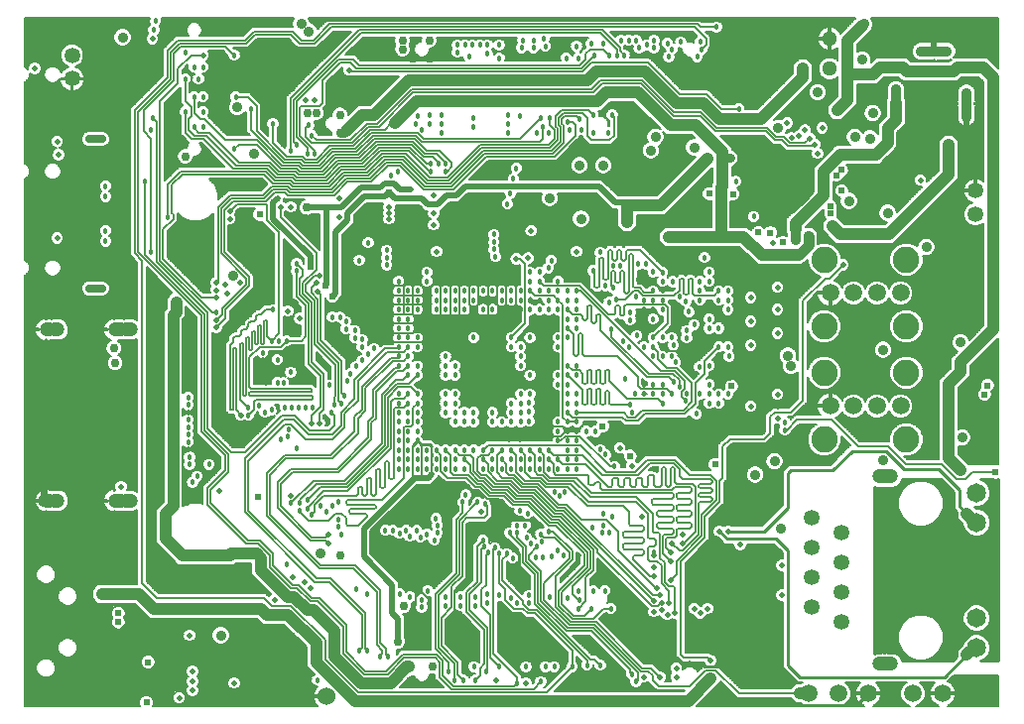
<source format=gbr>
G75*
G70*
%OFA0B0*%
%FSLAX24Y24*%
%IPPOS*%
%LPD*%
%AMOC8*
5,1,8,0,0,1.08239X$1,22.5*
%
%ADD10C,0.0356*%
%ADD11C,0.0600*%
%ADD12C,0.0531*%
%ADD13C,0.0510*%
%ADD14C,0.0709*%
%ADD15C,0.0238*%
%ADD16C,0.0650*%
%ADD17C,0.0472*%
%ADD18C,0.0277*%
%ADD19C,0.0591*%
%ADD20C,0.0886*%
%ADD21C,0.0768*%
%ADD22C,0.1699*%
%ADD23C,0.0180*%
%ADD24C,0.0237*%
%ADD25C,0.0354*%
%ADD26C,0.0198*%
%ADD27C,0.0295*%
%ADD28C,0.0060*%
%ADD29C,0.0050*%
%ADD30C,0.0400*%
%ADD31C,0.0100*%
%ADD32C,0.0240*%
%ADD33C,0.0200*%
%ADD34C,0.0080*%
%ADD35C,0.0300*%
%ADD36C,0.0320*%
%ADD37C,0.0350*%
D10*
X014030Y010866D03*
X013753Y011475D03*
X014030Y012084D03*
X014639Y012361D03*
X015248Y012084D03*
X015524Y011475D03*
X015248Y010866D03*
X014639Y010590D03*
X029839Y011475D03*
X030116Y010866D03*
X030725Y010590D03*
X031334Y010866D03*
X031611Y011475D03*
X031334Y012084D03*
X030725Y012361D03*
X030116Y012084D03*
X035581Y029539D03*
X035581Y029657D03*
X035581Y029775D03*
X035581Y029893D03*
X035581Y030012D03*
X035581Y030130D03*
X035581Y030248D03*
X035581Y030366D03*
X035581Y030484D03*
X036428Y031764D03*
X036507Y031764D03*
X036625Y031764D03*
X036743Y031764D03*
X036861Y031764D03*
X036979Y031764D03*
X037097Y031764D03*
X037215Y031764D03*
X037294Y031764D03*
X037944Y030366D03*
X037944Y030248D03*
X037944Y030130D03*
X037944Y030012D03*
X037944Y029893D03*
X037944Y029775D03*
X037944Y029657D03*
X037944Y029539D03*
X031611Y031160D03*
X031334Y031769D03*
X030725Y032046D03*
X030116Y031769D03*
X029839Y031160D03*
X030116Y030551D03*
X030725Y030275D03*
X031334Y030551D03*
X015524Y031160D03*
X015248Y031769D03*
X014639Y032046D03*
X014030Y031769D03*
X013753Y031160D03*
X014030Y030551D03*
X014639Y030275D03*
X015248Y030551D03*
D11*
X016454Y010082D03*
D12*
X032767Y013078D03*
X032767Y014078D03*
X033767Y014578D03*
X033767Y015578D03*
X032767Y016078D03*
X032767Y015078D03*
X033767Y013578D03*
X033767Y012578D03*
X038254Y026288D03*
X038254Y027075D03*
X007904Y030838D03*
X007904Y031625D03*
D13*
X033354Y031182D03*
X033354Y032182D03*
D14*
X031804Y027282D03*
D15*
X031548Y027675D03*
X031411Y027538D03*
X031174Y027538D03*
X031174Y027026D03*
X031411Y027026D03*
X031548Y026888D03*
X031548Y026652D03*
X032060Y026652D03*
X032060Y026888D03*
X032198Y027026D03*
X032434Y027026D03*
X032434Y027538D03*
X032198Y027538D03*
X032060Y027675D03*
X032060Y027912D03*
X031548Y027912D03*
D16*
X038274Y016934D03*
X038274Y015934D03*
X038274Y012729D03*
X038274Y011729D03*
D17*
X035420Y011182D03*
X035341Y011182D03*
X035263Y011182D03*
X035184Y011182D03*
X035105Y011182D03*
X035026Y011182D03*
X035026Y017481D03*
X035105Y017481D03*
X035184Y017481D03*
X035263Y017481D03*
X035341Y017481D03*
X035420Y017481D03*
X009891Y016658D03*
X009773Y016658D03*
X009714Y016658D03*
X009556Y016658D03*
X009438Y016658D03*
X009340Y016658D03*
X007430Y016667D03*
X007312Y016658D03*
X007155Y016658D03*
X007037Y016658D03*
X007037Y022406D03*
X007155Y022406D03*
X007312Y022406D03*
X007430Y022406D03*
X009340Y022406D03*
X009438Y022406D03*
X009556Y022406D03*
X009714Y022406D03*
X009773Y022406D03*
X009891Y022406D03*
D18*
X008912Y023795D03*
X008833Y023795D03*
X008744Y023795D03*
X008646Y023795D03*
X008557Y023795D03*
X008479Y023795D03*
X008479Y028811D03*
X008557Y028811D03*
X008646Y028811D03*
X008744Y028811D03*
X008833Y028811D03*
X008912Y028811D03*
X028871Y014479D03*
X029107Y014715D03*
X029501Y014715D03*
X029737Y014479D03*
X029737Y014085D03*
X029501Y013849D03*
X029107Y013849D03*
X028871Y014085D03*
D19*
X032654Y010182D03*
X033654Y010182D03*
X034654Y010182D03*
X036154Y010182D03*
X037154Y010182D03*
X035735Y019840D03*
X034947Y019840D03*
X034160Y019840D03*
X033372Y019840D03*
X033372Y023640D03*
X034160Y023640D03*
X034947Y023640D03*
X035735Y023640D03*
D20*
X035931Y024762D03*
X035931Y022518D03*
X035931Y020962D03*
X035931Y018718D03*
X033176Y018718D03*
X033176Y020962D03*
X033176Y022518D03*
X033176Y024762D03*
D21*
X029304Y014282D03*
D22*
X030725Y011475D03*
X014639Y011475D03*
X014639Y031160D03*
X030725Y031160D03*
D23*
X030304Y029832D03*
X028904Y031582D03*
X029054Y031832D03*
X029004Y032082D03*
X028354Y032082D03*
X028054Y031832D03*
X027904Y032032D03*
X027954Y031582D03*
X027454Y031882D03*
X027454Y032132D03*
X027204Y031982D03*
X026954Y031882D03*
X026854Y032132D03*
X026604Y032132D03*
X026354Y032132D03*
X026454Y031632D03*
X026204Y031632D03*
X025954Y031632D03*
X025754Y032032D03*
X025354Y032032D03*
X025454Y031632D03*
X024904Y031532D03*
X024504Y031532D03*
X024854Y031932D03*
X023804Y031932D03*
X023754Y032182D03*
X023404Y032132D03*
X023404Y031882D03*
X023004Y031882D03*
X023054Y032132D03*
X022254Y031982D03*
X021854Y031982D03*
X021604Y031982D03*
X021354Y031982D03*
X021104Y031982D03*
X020854Y031982D03*
X020854Y031732D03*
X021254Y031582D03*
X021854Y031682D03*
X022254Y031532D03*
X022554Y029632D03*
X022554Y029332D03*
X022554Y029032D03*
X022954Y029582D03*
X023504Y029032D03*
X023704Y029232D03*
X023904Y029032D03*
X023954Y029532D03*
X023654Y029532D03*
X024554Y029382D03*
X024604Y029132D03*
X025004Y029132D03*
X024954Y029482D03*
X025404Y029632D03*
X025404Y029032D03*
X025904Y029032D03*
X026054Y029632D03*
X022829Y027832D03*
X022729Y027482D03*
X022629Y026982D03*
X022529Y026632D03*
X022079Y025607D03*
X022079Y025357D03*
X022079Y025107D03*
X022129Y024857D03*
X022028Y023713D03*
X021713Y023713D03*
X021398Y023713D03*
X021083Y023713D03*
X020769Y023713D03*
X020769Y023398D03*
X021083Y023398D03*
X021083Y023083D03*
X020769Y023083D03*
X020454Y023083D03*
X020454Y023398D03*
X020454Y023713D03*
X020139Y023713D03*
X020139Y023398D03*
X020139Y023083D03*
X019824Y023083D03*
X019824Y023398D03*
X019824Y023713D03*
X019824Y024028D03*
X019824Y024343D03*
X019509Y023713D03*
X019509Y023398D03*
X019509Y023083D03*
X019509Y022768D03*
X019509Y022453D03*
X019509Y022138D03*
X019509Y021823D03*
X019194Y021823D03*
X019194Y021508D03*
X019194Y021193D03*
X019509Y021193D03*
X019509Y020878D03*
X019509Y020563D03*
X019509Y020248D03*
X019509Y019933D03*
X019509Y019618D03*
X019509Y019303D03*
X019509Y018988D03*
X019509Y018673D03*
X019509Y018358D03*
X019509Y018043D03*
X019509Y017729D03*
X019824Y017729D03*
X019824Y018043D03*
X020139Y018043D03*
X020139Y017729D03*
X020454Y017729D03*
X020454Y018043D03*
X020769Y018043D03*
X021083Y018043D03*
X021083Y017729D03*
X020769Y017729D03*
X020769Y018358D03*
X021083Y018358D03*
X021398Y018358D03*
X021713Y018358D03*
X021713Y018043D03*
X021713Y017729D03*
X022028Y017729D03*
X022028Y018043D03*
X022343Y018043D03*
X022343Y017729D03*
X022658Y017729D03*
X022658Y018043D03*
X022973Y018043D03*
X022973Y017729D03*
X023288Y017729D03*
X023288Y018043D03*
X023603Y018043D03*
X023603Y017729D03*
X023918Y017729D03*
X023918Y018043D03*
X024233Y018043D03*
X024233Y017728D03*
X024548Y017729D03*
X024548Y018043D03*
X024863Y018043D03*
X024863Y017729D03*
X024863Y018358D03*
X024548Y018358D03*
X024548Y018673D03*
X024233Y018673D03*
X024233Y018988D03*
X024548Y018988D03*
X024863Y018988D03*
X024863Y018673D03*
X025178Y018988D03*
X025493Y018988D03*
X025654Y018382D03*
X025829Y018207D03*
X026129Y017807D03*
X024863Y019303D03*
X024548Y019303D03*
X024233Y019303D03*
X024548Y019618D03*
X024863Y019618D03*
X024863Y019933D03*
X024548Y019933D03*
X024548Y020248D03*
X024233Y020248D03*
X024233Y020563D03*
X024548Y020563D03*
X024548Y020878D03*
X024233Y020878D03*
X024233Y021193D03*
X024233Y021508D03*
X024233Y021823D03*
X024233Y022138D03*
X024233Y022453D03*
X024233Y022768D03*
X024233Y023083D03*
X024233Y023398D03*
X024233Y023713D03*
X024233Y024028D03*
X023918Y023713D03*
X023603Y023713D03*
X023603Y024028D03*
X023603Y024343D03*
X023288Y024343D03*
X023288Y024028D03*
X023288Y023713D03*
X022973Y023713D03*
X022658Y023713D03*
X022343Y023713D03*
X022343Y023398D03*
X022343Y023083D03*
X022028Y023083D03*
X021713Y023083D03*
X021398Y023083D03*
X021398Y023398D03*
X022658Y023398D03*
X022658Y023083D03*
X022973Y023083D03*
X022973Y023398D03*
X023288Y023398D03*
X023288Y023083D03*
X023603Y023083D03*
X023603Y023398D03*
X023918Y023398D03*
X023918Y023083D03*
X024548Y023083D03*
X024548Y023398D03*
X024548Y023713D03*
X024863Y023713D03*
X024863Y023398D03*
X024863Y023083D03*
X024863Y022768D03*
X024548Y022768D03*
X024548Y022453D03*
X024863Y022453D03*
X024548Y022138D03*
X024548Y021193D03*
X024863Y021193D03*
X024863Y020878D03*
X024863Y020248D03*
X023784Y019982D03*
X023259Y019963D03*
X023288Y020248D03*
X022973Y020248D03*
X022658Y020248D03*
X022343Y020248D03*
X022028Y020248D03*
X022028Y019933D03*
X022028Y019618D03*
X022028Y019303D03*
X022343Y019303D03*
X022658Y019303D03*
X022973Y019303D03*
X023259Y019333D03*
X023259Y019648D03*
X022973Y019618D03*
X022658Y019618D03*
X022343Y019618D03*
X022343Y019933D03*
X022658Y019933D03*
X022973Y019933D03*
X022973Y020878D03*
X022658Y020878D03*
X022343Y020878D03*
X022028Y020878D03*
X022028Y021193D03*
X022028Y021508D03*
X022028Y021823D03*
X022028Y022138D03*
X022343Y022138D03*
X022343Y021823D03*
X022343Y021508D03*
X022343Y021193D03*
X022658Y021193D03*
X022658Y021508D03*
X022658Y021823D03*
X022658Y022138D03*
X022973Y022138D03*
X022973Y021823D03*
X022973Y021508D03*
X022973Y021193D03*
X023288Y020878D03*
X023288Y022138D03*
X021398Y022138D03*
X021398Y021823D03*
X021398Y021508D03*
X021083Y021508D03*
X020769Y021508D03*
X020769Y021193D03*
X021083Y021193D03*
X021083Y020878D03*
X020769Y020878D03*
X020454Y020878D03*
X020454Y021193D03*
X020454Y021508D03*
X020454Y021823D03*
X020454Y022138D03*
X019924Y021022D03*
X019194Y020878D03*
X018879Y021193D03*
X018879Y021508D03*
X018879Y021823D03*
X018879Y022138D03*
X019194Y022138D03*
X019194Y022453D03*
X019194Y022768D03*
X019194Y023083D03*
X019194Y023398D03*
X019194Y023713D03*
X018879Y023713D03*
X018879Y024028D03*
X018879Y023398D03*
X018879Y023083D03*
X018879Y022768D03*
X018879Y022453D03*
X018054Y021782D03*
X017854Y021582D03*
X017654Y021382D03*
X017454Y021182D03*
X017254Y020932D03*
X017154Y020682D03*
X017054Y020182D03*
X016954Y019932D03*
X016704Y019882D03*
X016604Y019632D03*
X015984Y019802D03*
X015754Y019802D03*
X015524Y019802D03*
X015294Y019802D03*
X015064Y019802D03*
X014834Y019802D03*
X014604Y019707D03*
X014379Y019632D03*
X014189Y019857D03*
X013829Y019782D03*
X013829Y019532D03*
X014904Y018712D03*
X015154Y018832D03*
X015174Y019062D03*
X015454Y018412D03*
X015804Y016682D03*
X015554Y016582D03*
X015554Y016332D03*
X015804Y016382D03*
X015954Y016182D03*
X016254Y016482D03*
X016454Y016282D03*
X016654Y016482D03*
X016854Y016632D03*
X016854Y016032D03*
X016854Y015782D03*
X016954Y015532D03*
X018429Y015657D03*
X018679Y015657D03*
X018904Y015557D03*
X019129Y015657D03*
X019254Y015457D03*
X019479Y015657D03*
X019604Y015432D03*
X019829Y015532D03*
X020079Y015332D03*
X020179Y015582D03*
X020179Y015832D03*
X020129Y016057D03*
X021029Y016607D03*
X021129Y016857D03*
X021529Y016607D03*
X021779Y016557D03*
X022954Y016332D03*
X023204Y016232D03*
X023129Y015832D03*
X022854Y015832D03*
X022854Y015582D03*
X022604Y015582D03*
X022104Y015082D03*
X022254Y014882D03*
X022504Y014882D03*
X022704Y014732D03*
X023479Y014757D03*
X023729Y014757D03*
X024004Y014782D03*
X024204Y014982D03*
X024404Y014832D03*
X023679Y015282D03*
X023529Y015107D03*
X023329Y015232D03*
X023179Y015407D03*
X023654Y015532D03*
X023904Y015632D03*
X024279Y016807D03*
X024104Y016957D03*
X024454Y016957D03*
X025754Y016232D03*
X026054Y016132D03*
X025754Y015832D03*
X025704Y015582D03*
X025954Y015582D03*
X025379Y015757D03*
X025404Y013632D03*
X025804Y013632D03*
X026004Y013032D03*
X025354Y013032D03*
X024904Y013032D03*
X024954Y013332D03*
X024904Y013632D03*
X024554Y013382D03*
X023954Y013432D03*
X023254Y013482D03*
X023254Y013232D03*
X022854Y013232D03*
X022654Y013382D03*
X022254Y013482D03*
X021854Y013532D03*
X021854Y013232D03*
X021454Y013132D03*
X021454Y013432D03*
X020954Y013432D03*
X020954Y013132D03*
X020454Y013132D03*
X020454Y013432D03*
X019854Y013632D03*
X019654Y013332D03*
X019654Y013082D03*
X019254Y013432D03*
X018904Y013532D03*
X017804Y013532D03*
X017454Y013682D03*
X015104Y014532D03*
X015254Y016582D03*
X012504Y017882D03*
X012104Y017482D03*
X011954Y017282D03*
X011854Y017882D03*
X011854Y018132D03*
X011804Y018632D03*
X011804Y018882D03*
X011804Y019132D03*
X011804Y019382D03*
X011804Y019882D03*
X011804Y020132D03*
X014404Y020632D03*
X014404Y021012D03*
X014304Y021402D03*
X014304Y021632D03*
X014554Y021632D03*
X014804Y021402D03*
X014904Y021632D03*
X015254Y021632D03*
X015254Y021282D03*
X015254Y020982D03*
X015004Y020632D03*
X014804Y020632D03*
X014854Y022032D03*
X014604Y022032D03*
X015104Y022032D03*
X014654Y023082D03*
X015454Y024382D03*
X015454Y024632D03*
X017554Y024732D03*
X017854Y025332D03*
X018479Y025082D03*
X018479Y024832D03*
X018479Y024582D03*
X017104Y022682D03*
X016904Y022832D03*
X016654Y022832D03*
X017104Y022432D03*
X017404Y022382D03*
X017404Y022132D03*
X017654Y022082D03*
X017654Y021832D03*
X016354Y021232D03*
X016554Y020542D03*
X018879Y020248D03*
X019194Y020248D03*
X019194Y019933D03*
X019194Y019618D03*
X019194Y019303D03*
X019194Y018988D03*
X019194Y018673D03*
X019194Y018358D03*
X019194Y018043D03*
X019194Y017729D03*
X018879Y017729D03*
X018879Y018043D03*
X018879Y018358D03*
X018879Y018673D03*
X018879Y018988D03*
X018879Y019303D03*
X018879Y019618D03*
X018879Y019933D03*
X019924Y019942D03*
X019924Y019562D03*
X020454Y019618D03*
X020769Y019618D03*
X021083Y019618D03*
X021083Y019303D03*
X020769Y019303D03*
X020454Y019303D03*
X020044Y018822D03*
X020139Y018358D03*
X020454Y018358D03*
X020734Y018732D03*
X021114Y018732D03*
X021398Y019303D03*
X021398Y019618D03*
X021398Y019933D03*
X021083Y019933D03*
X020769Y019933D03*
X020769Y020248D03*
X021083Y020248D03*
X021398Y020248D03*
X021398Y020878D03*
X021398Y021193D03*
X020454Y020248D03*
X020454Y019933D03*
X022204Y018742D03*
X022584Y018732D03*
X022964Y018732D03*
X022973Y018358D03*
X022658Y018358D03*
X022343Y018358D03*
X022028Y018358D03*
X023288Y018358D03*
X023603Y018358D03*
X023918Y018358D03*
X023674Y019252D03*
X026654Y019882D03*
X026704Y019632D03*
X026831Y020248D03*
X027107Y020248D03*
X027422Y020248D03*
X027737Y020248D03*
X027737Y019933D03*
X028052Y020248D03*
X028304Y020482D03*
X028131Y020642D03*
X027737Y020563D03*
X027422Y020563D03*
X027107Y020563D03*
X026479Y020757D03*
X027422Y021508D03*
X027422Y021823D03*
X027107Y021823D03*
X027107Y022138D03*
X026879Y022207D03*
X026604Y021832D03*
X026429Y022007D03*
X026029Y022407D03*
X026654Y022732D03*
X026654Y022982D03*
X027107Y023083D03*
X027107Y023398D03*
X026854Y023532D03*
X026929Y024082D03*
X027422Y024343D03*
X027748Y024332D03*
X027737Y024028D03*
X027737Y023713D03*
X027422Y023713D03*
X027422Y023398D03*
X027737Y023398D03*
X027737Y023083D03*
X027422Y023083D03*
X027422Y022768D03*
X027107Y022768D03*
X027422Y022138D03*
X027737Y022138D03*
X028052Y022138D03*
X028104Y021882D03*
X027737Y021823D03*
X027737Y021508D03*
X028052Y021508D03*
X028179Y021307D03*
X028979Y021157D03*
X029312Y021193D03*
X029312Y020563D03*
X029312Y020248D03*
X029312Y019933D03*
X029627Y019933D03*
X029627Y019618D03*
X029942Y019933D03*
X029942Y020248D03*
X029627Y020248D03*
X030004Y020782D03*
X029981Y021508D03*
X029942Y021823D03*
X029942Y022138D03*
X029942Y022453D03*
X029627Y022453D03*
X029627Y022768D03*
X029627Y023083D03*
X029942Y023083D03*
X029942Y023398D03*
X029942Y023713D03*
X029942Y024028D03*
X029627Y024343D03*
X029312Y024343D03*
X029312Y024028D03*
X028997Y024028D03*
X028997Y023713D03*
X028997Y023398D03*
X028529Y023357D03*
X028329Y023507D03*
X028079Y024017D03*
X027179Y024607D03*
X026929Y024607D03*
X026329Y024557D03*
X026079Y024557D03*
X025654Y025007D03*
X025409Y024387D03*
X025829Y023882D03*
X026079Y023807D03*
X026179Y023407D03*
X025954Y023332D03*
X023904Y024482D03*
X024004Y024732D03*
X020454Y027732D03*
X020454Y027982D03*
X020204Y027982D03*
X019954Y027982D03*
X019954Y027732D03*
X018854Y027732D03*
X018604Y027582D03*
X019654Y029132D03*
X019454Y029332D03*
X019504Y029582D03*
X019904Y029632D03*
X019904Y029332D03*
X020304Y029332D03*
X020304Y029632D03*
X020304Y029032D03*
X021384Y029232D03*
X021384Y029532D03*
X015954Y028932D03*
X015854Y029282D03*
X015454Y028632D03*
X015254Y028432D03*
X015804Y028332D03*
X016054Y028332D03*
X014654Y029332D03*
X013904Y029832D03*
X013404Y030232D03*
X012304Y030232D03*
X012004Y030232D03*
X012154Y030832D03*
X012004Y031232D03*
X012304Y031232D03*
X011704Y030832D03*
X011704Y031732D03*
X010654Y032482D03*
X010704Y032782D03*
X013354Y031632D03*
X012304Y029732D03*
X012304Y029232D03*
X012004Y029232D03*
X011704Y029732D03*
X010604Y029532D03*
X010554Y029132D03*
X010354Y027382D03*
X009029Y027232D03*
X009029Y026882D03*
X009029Y025732D03*
X009029Y025382D03*
X010554Y025032D03*
X011104Y026182D03*
X013354Y028482D03*
X012754Y022982D03*
X019824Y018358D03*
X021704Y015332D03*
X021754Y015107D03*
X021879Y014907D03*
X018504Y011432D03*
X018254Y011432D03*
X017804Y011632D03*
X017554Y011632D03*
X016154Y010632D03*
X020554Y010932D03*
X020754Y010632D03*
X021054Y010632D03*
X021454Y010632D03*
X021404Y011082D03*
X021804Y010932D03*
X022254Y011082D03*
X022854Y010532D03*
X023154Y011082D03*
X023804Y011082D03*
X024104Y011082D03*
X024704Y011082D03*
X025204Y011132D03*
X025654Y011132D03*
X026704Y010832D03*
X026854Y010582D03*
X028654Y011182D03*
X023654Y010582D03*
X031854Y019032D03*
X031854Y019282D03*
X028879Y019579D03*
X028524Y020012D03*
X028564Y020248D03*
X028997Y020248D03*
X027393Y019333D03*
X029312Y021823D03*
X029627Y021823D03*
X029627Y022138D03*
X029312Y022453D03*
X029312Y022768D03*
X028804Y022582D03*
X028554Y022382D03*
X028554Y022132D03*
X028629Y023007D03*
X029627Y023398D03*
X029627Y023713D03*
X030054Y024832D03*
X029154Y024832D03*
X030804Y026212D03*
X030204Y027392D03*
X029554Y032582D03*
D24*
X029764Y028182D03*
X030004Y028182D03*
X030104Y026962D03*
X029304Y026982D03*
X030704Y025882D03*
X030954Y025682D03*
X031364Y025662D03*
X031784Y025342D03*
X033384Y026312D03*
X033384Y026552D03*
X033754Y027082D03*
X033584Y027602D03*
X033754Y027772D03*
X035504Y023082D03*
X038654Y020532D03*
X038554Y020232D03*
X035504Y019282D03*
X038904Y017632D03*
X031854Y020832D03*
X030054Y020507D03*
X029504Y017882D03*
X027504Y017732D03*
X026654Y018157D03*
X025729Y019157D03*
X019854Y025182D03*
X019304Y026132D03*
X019304Y026532D03*
X018554Y027032D03*
X015704Y026182D03*
X014204Y026282D03*
X014204Y025932D03*
X015904Y024532D03*
X016404Y023882D03*
X016654Y023532D03*
X014154Y016782D03*
X009454Y012882D03*
X009454Y012582D03*
X010454Y011232D03*
X010404Y009882D03*
X008904Y009882D03*
D25*
X009404Y011682D03*
X010704Y011682D03*
X009254Y013532D03*
X008904Y013532D03*
X012904Y012132D03*
X013604Y014082D03*
X013604Y014432D03*
X014254Y014732D03*
X016254Y014882D03*
X021329Y015782D03*
X028654Y017932D03*
X030154Y016682D03*
X030854Y017532D03*
X031504Y017982D03*
X032804Y017982D03*
X033154Y017982D03*
X035154Y018032D03*
X036654Y019282D03*
X037804Y018782D03*
X038254Y018132D03*
X037754Y017682D03*
X037154Y015782D03*
X036404Y015032D03*
X035654Y015782D03*
X035654Y014282D03*
X036404Y013532D03*
X037154Y014282D03*
X037904Y015032D03*
X038654Y015282D03*
X038654Y014282D03*
X038654Y013282D03*
X037904Y013532D03*
X037154Y012782D03*
X035654Y012782D03*
X031704Y015732D03*
X032054Y021182D03*
X031954Y021532D03*
X032354Y023882D03*
X032224Y025432D03*
X032654Y025557D03*
X033454Y025882D03*
X033704Y025632D03*
X034004Y026732D03*
X035304Y026332D03*
X035204Y025132D03*
X036604Y025182D03*
X038004Y023482D03*
X036654Y022532D03*
X037754Y021982D03*
X038254Y021132D03*
X037754Y020982D03*
X038004Y020282D03*
X035054Y021082D03*
X035154Y021732D03*
X029704Y026782D03*
X028904Y026032D03*
X027954Y025532D03*
X027154Y026082D03*
X026554Y026032D03*
X026154Y027232D03*
X025754Y027932D03*
X024954Y027932D03*
X023954Y026832D03*
X024104Y026282D03*
X023754Y026282D03*
X025004Y026132D03*
X027354Y028432D03*
X027504Y028882D03*
X027904Y028432D03*
X028804Y028532D03*
X029254Y028157D03*
X031629Y029182D03*
X032954Y030382D03*
X032954Y030832D03*
X032454Y031182D03*
X033604Y029782D03*
X033704Y029332D03*
X034204Y028882D03*
X034704Y028832D03*
X034804Y029682D03*
X035904Y028882D03*
X037354Y028632D03*
X038504Y031232D03*
X034504Y032682D03*
X034454Y031482D03*
X026654Y029932D03*
X018754Y029357D03*
X016754Y030832D03*
X016254Y029132D03*
X014654Y029682D03*
X013454Y029882D03*
X014004Y028332D03*
X013454Y027282D03*
X013304Y024222D03*
X013704Y023282D03*
X011404Y023332D03*
X011404Y022982D03*
X008704Y026303D03*
X006604Y024732D03*
X009604Y032232D03*
X015604Y032682D03*
X015854Y032432D03*
X029354Y010682D03*
D26*
X029354Y011282D03*
X028204Y011032D03*
X028204Y010732D03*
X027654Y010732D03*
X027104Y010732D03*
X025104Y010732D03*
X023154Y010532D03*
X022154Y010632D03*
X022354Y013132D03*
X024904Y014832D03*
X027054Y016132D03*
X028054Y015232D03*
X028004Y014932D03*
X028004Y014632D03*
X027454Y014832D03*
X027454Y014432D03*
X027454Y014132D03*
X027554Y013732D03*
X027654Y013482D03*
X027704Y013232D03*
X027954Y013232D03*
X027704Y012982D03*
X027904Y012832D03*
X028154Y012882D03*
X028804Y013032D03*
X029004Y012882D03*
X029254Y013032D03*
X028004Y013982D03*
X027454Y013282D03*
X027454Y012932D03*
X028404Y015232D03*
X028404Y015532D03*
X029654Y015632D03*
X029954Y015632D03*
X030354Y015182D03*
X031754Y014482D03*
X031754Y013482D03*
X031304Y009882D03*
X026704Y017832D03*
X026304Y018432D03*
X026004Y019032D03*
X030704Y019432D03*
X030704Y019832D03*
X030704Y020232D03*
X031604Y020232D03*
X031604Y019832D03*
X031604Y019432D03*
X031604Y021882D03*
X031604Y022282D03*
X031604Y022682D03*
X031604Y023082D03*
X031604Y023482D03*
X031604Y023832D03*
X030704Y023832D03*
X030704Y023482D03*
X030704Y023082D03*
X030704Y022682D03*
X030704Y022282D03*
X030704Y021882D03*
X033804Y024582D03*
X031454Y025332D03*
X032954Y028332D03*
X032854Y028632D03*
X032679Y028832D03*
X032529Y029107D03*
X032329Y028907D03*
X032079Y028857D03*
X031929Y029357D03*
X033104Y029182D03*
X036404Y027432D03*
X037554Y025882D03*
X024854Y025032D03*
X023229Y024807D03*
X022829Y024782D03*
X023329Y025732D03*
X020154Y025032D03*
X020054Y025932D03*
X020054Y026332D03*
X020054Y026932D03*
X019279Y027107D03*
X018554Y026532D03*
X018554Y026332D03*
X018554Y026132D03*
X016879Y026182D03*
X016879Y026832D03*
X015254Y026532D03*
X014904Y026532D03*
X014804Y026832D03*
X013204Y026382D03*
X013204Y026132D03*
X012454Y024132D03*
X012754Y023982D03*
X012754Y023732D03*
X012754Y023482D03*
X013104Y023632D03*
X013054Y023932D03*
X013554Y023982D03*
X012754Y022732D03*
X012754Y022482D03*
X011804Y020782D03*
X010904Y020782D03*
X010904Y019582D03*
X011804Y019632D03*
X013104Y018832D03*
X013579Y019532D03*
X011804Y018382D03*
X010904Y018382D03*
X009554Y017132D03*
X009354Y017957D03*
X009354Y018547D03*
X009354Y019138D03*
X009354Y019729D03*
X009354Y020910D03*
X012854Y016982D03*
X015254Y016832D03*
X016504Y015532D03*
X016504Y015232D03*
X015704Y013932D03*
X015904Y013732D03*
X015304Y014082D03*
X014704Y013332D03*
X011854Y012132D03*
X011954Y010932D03*
X011954Y010582D03*
X011954Y010282D03*
X011504Y010032D03*
X013354Y010532D03*
X021654Y016282D03*
X016477Y019353D03*
X016213Y019253D03*
X015940Y019253D03*
X015554Y022782D03*
X015154Y023032D03*
X015404Y023332D03*
X016154Y023682D03*
X016104Y023982D03*
X016204Y024232D03*
X016054Y030132D03*
X015754Y030132D03*
X017204Y031132D03*
X012304Y031632D03*
X010604Y032182D03*
X006954Y032682D03*
X006654Y031182D03*
X007404Y028732D03*
X007454Y028282D03*
X007404Y025482D03*
D27*
X009304Y021782D03*
X009354Y021282D03*
X015779Y026507D03*
X016904Y029032D03*
X016904Y029632D03*
X016104Y029682D03*
X015804Y029682D03*
X012304Y028232D03*
X011704Y028232D03*
X019004Y031832D03*
X019004Y032132D03*
X019354Y031532D03*
X019904Y031532D03*
X019904Y032132D03*
X016904Y014832D03*
X016004Y012982D03*
X018854Y011932D03*
X019254Y011082D03*
X019254Y010582D03*
X020004Y010582D03*
X020004Y011082D03*
X019054Y013132D03*
D28*
X006334Y009762D02*
X006334Y024224D01*
X006367Y024238D01*
X006448Y024319D01*
X006492Y024424D01*
X006492Y024539D01*
X006448Y024644D01*
X006367Y024725D01*
X006334Y024739D01*
X006334Y027474D01*
X006367Y027488D01*
X006448Y027569D01*
X006492Y027674D01*
X006492Y027789D01*
X006448Y027894D01*
X006367Y027975D01*
X006334Y027989D01*
X006334Y030724D01*
X006367Y030738D01*
X006448Y030819D01*
X007011Y030819D01*
X007091Y030738D01*
X007197Y030694D01*
X007311Y030694D01*
X007417Y030738D01*
X007498Y030819D01*
X007874Y030819D01*
X007874Y030808D02*
X007489Y030808D01*
X007489Y030755D01*
X007552Y030602D01*
X007669Y030486D01*
X007822Y030422D01*
X007874Y030422D01*
X007874Y030808D01*
X007874Y030868D01*
X007518Y030868D01*
X007498Y030819D01*
X007489Y030760D02*
X007440Y030760D01*
X007511Y030702D02*
X007330Y030702D01*
X007178Y030702D02*
X006334Y030702D01*
X006334Y030643D02*
X007535Y030643D01*
X007570Y030585D02*
X006334Y030585D01*
X006334Y030526D02*
X007628Y030526D01*
X007712Y030468D02*
X006334Y030468D01*
X006334Y030409D02*
X010413Y030409D01*
X010471Y030468D02*
X008097Y030468D01*
X008140Y030486D02*
X008257Y030602D01*
X008320Y030755D01*
X008320Y030808D01*
X007934Y030808D01*
X007934Y030422D01*
X007987Y030422D01*
X008140Y030486D01*
X008181Y030526D02*
X010530Y030526D01*
X010588Y030585D02*
X008239Y030585D01*
X008274Y030643D02*
X010647Y030643D01*
X010705Y030702D02*
X008298Y030702D01*
X008320Y030760D02*
X010764Y030760D01*
X010822Y030819D02*
X007934Y030819D01*
X007934Y030808D02*
X007934Y030868D01*
X008320Y030868D01*
X008320Y030921D01*
X008257Y031073D01*
X008140Y031190D01*
X008014Y031242D01*
X008128Y031290D01*
X008240Y031401D01*
X008300Y031547D01*
X008300Y031704D01*
X008240Y031849D01*
X008128Y031961D01*
X007983Y032021D01*
X007826Y032021D01*
X007680Y031961D01*
X007569Y031849D01*
X007509Y031704D01*
X007509Y031547D01*
X007569Y031401D01*
X007680Y031290D01*
X007795Y031242D01*
X007669Y031190D01*
X007552Y031073D01*
X007540Y031044D01*
X007498Y031144D01*
X007417Y031225D01*
X007311Y031269D01*
X007197Y031269D01*
X007091Y031225D01*
X007011Y031144D01*
X006967Y031039D01*
X006967Y030924D01*
X007011Y030819D01*
X006986Y030878D02*
X006472Y030878D01*
X006492Y030924D02*
X006492Y031020D01*
X006525Y030987D01*
X006609Y030953D01*
X006700Y030953D01*
X006784Y030987D01*
X006848Y031052D01*
X006883Y031136D01*
X006883Y031227D01*
X006848Y031311D01*
X006784Y031376D01*
X006700Y031411D01*
X006609Y031411D01*
X006525Y031376D01*
X006460Y031311D01*
X006425Y031227D01*
X006425Y031167D01*
X006367Y031225D01*
X006334Y031239D01*
X006334Y032870D01*
X010503Y032870D01*
X010484Y032825D01*
X010484Y032738D01*
X010518Y032657D01*
X010518Y032657D01*
X010468Y032606D01*
X010434Y032525D01*
X010434Y032438D01*
X010464Y032366D01*
X010410Y032311D01*
X010375Y032227D01*
X010375Y032136D01*
X010410Y032052D01*
X010475Y031987D01*
X010559Y031953D01*
X010650Y031953D01*
X010734Y031987D01*
X010798Y032052D01*
X010833Y032136D01*
X010833Y032227D01*
X010798Y032311D01*
X010797Y032313D01*
X010841Y032357D01*
X010874Y032438D01*
X010874Y032525D01*
X010841Y032606D01*
X010840Y032607D01*
X010891Y032657D01*
X010924Y032738D01*
X010924Y032825D01*
X010906Y032870D01*
X015359Y032870D01*
X015344Y032856D01*
X015297Y032743D01*
X015297Y032621D01*
X015311Y032587D01*
X015240Y032587D01*
X013940Y032587D01*
X013849Y032496D01*
X013640Y032287D01*
X012188Y032287D01*
X012231Y032330D01*
X012272Y032428D01*
X012272Y032535D01*
X012231Y032633D01*
X012156Y032709D01*
X012058Y032749D01*
X011951Y032749D01*
X011853Y032709D01*
X011777Y032633D01*
X011737Y032535D01*
X011737Y032428D01*
X011777Y032330D01*
X011821Y032287D01*
X011390Y032287D01*
X011299Y032196D01*
X010949Y031846D01*
X010949Y031717D01*
X010949Y030946D01*
X009849Y029846D01*
X009849Y029717D01*
X009849Y024917D01*
X009940Y024827D01*
X010099Y024667D01*
X010099Y022715D01*
X010098Y022716D01*
X009964Y022772D01*
X009818Y022772D01*
X009787Y022772D01*
X009641Y022772D01*
X009635Y022769D01*
X009629Y022772D01*
X009483Y022772D01*
X009465Y022772D01*
X009417Y022792D01*
X009370Y022792D01*
X009370Y022772D01*
X009365Y022772D01*
X009310Y022749D01*
X009310Y022792D01*
X009263Y022792D01*
X009121Y022733D01*
X009012Y022624D01*
X008954Y022482D01*
X008954Y022436D01*
X009072Y022436D01*
X009072Y022376D01*
X008954Y022376D01*
X008954Y022329D01*
X009012Y022187D01*
X009121Y022078D01*
X009208Y022042D01*
X009147Y022017D01*
X009069Y021939D01*
X009027Y021837D01*
X009027Y021726D01*
X009069Y021624D01*
X009147Y021546D01*
X009207Y021521D01*
X009197Y021517D01*
X009119Y021439D01*
X009077Y021337D01*
X009077Y021226D01*
X009119Y021124D01*
X009197Y021046D01*
X009299Y021004D01*
X009410Y021004D01*
X009512Y021046D01*
X009590Y021124D01*
X009632Y021226D01*
X009632Y021337D01*
X009590Y021439D01*
X009512Y021517D01*
X009451Y021542D01*
X009462Y021546D01*
X009540Y021624D01*
X009582Y021726D01*
X009582Y021837D01*
X009540Y021939D01*
X009462Y022017D01*
X009436Y022028D01*
X009465Y022039D01*
X009483Y022039D01*
X009629Y022039D01*
X009635Y022042D01*
X009641Y022039D01*
X009787Y022039D01*
X009818Y022039D01*
X009964Y022039D01*
X010098Y022095D01*
X010099Y022096D01*
X010099Y022096D01*
X010099Y016967D01*
X010098Y016968D01*
X009964Y017024D01*
X009846Y017024D01*
X009758Y017024D01*
X009783Y017086D01*
X009783Y017177D01*
X009748Y017261D01*
X009684Y017326D01*
X009600Y017361D01*
X009509Y017361D01*
X009425Y017326D01*
X009360Y017261D01*
X009325Y017177D01*
X009325Y017086D01*
X009353Y017019D01*
X009310Y017001D01*
X009310Y017044D01*
X009263Y017044D01*
X009121Y016985D01*
X009012Y016876D01*
X008954Y016734D01*
X008954Y016688D01*
X009072Y016688D01*
X009072Y016628D01*
X008954Y016628D01*
X008954Y016581D01*
X009012Y016439D01*
X009121Y016330D01*
X009263Y016271D01*
X009310Y016271D01*
X009310Y016314D01*
X009365Y016291D01*
X009370Y016291D01*
X009370Y016271D01*
X009417Y016271D01*
X009465Y016291D01*
X009511Y016291D01*
X009629Y016291D01*
X009635Y016294D01*
X009641Y016291D01*
X009700Y016291D01*
X009846Y016291D01*
X009964Y016291D01*
X010098Y016347D01*
X010099Y016348D01*
X010099Y013862D01*
X010018Y013862D01*
X009391Y013862D01*
X008768Y013862D01*
X008574Y013668D01*
X008574Y013395D01*
X008768Y013202D01*
X009391Y013202D01*
X010018Y013202D01*
X010324Y012895D01*
X010518Y012702D01*
X014118Y012702D01*
X014124Y012695D01*
X014318Y012502D01*
X015018Y012502D01*
X015774Y011745D01*
X015774Y011368D01*
X015774Y011095D01*
X016045Y010824D01*
X016030Y010818D01*
X015968Y010756D01*
X015934Y010675D01*
X015934Y010588D01*
X015968Y010507D01*
X016030Y010445D01*
X016111Y010412D01*
X016148Y010412D01*
X016073Y010337D01*
X016004Y010171D01*
X016004Y010112D01*
X016424Y010112D01*
X016424Y010052D01*
X016004Y010052D01*
X016004Y009992D01*
X016073Y009827D01*
X016138Y009762D01*
X010624Y009762D01*
X010653Y009832D01*
X010653Y009931D01*
X010615Y010023D01*
X010545Y010092D01*
X010454Y010130D01*
X010355Y010130D01*
X010263Y010092D01*
X010193Y010023D01*
X010156Y009931D01*
X010156Y009832D01*
X010185Y009762D01*
X006334Y009762D01*
X006334Y009802D02*
X010168Y009802D01*
X010156Y009860D02*
X006334Y009860D01*
X006334Y009919D02*
X010156Y009919D01*
X010175Y009978D02*
X006334Y009978D01*
X006334Y010036D02*
X010207Y010036D01*
X010269Y010095D02*
X006334Y010095D01*
X006334Y010153D02*
X011307Y010153D01*
X011310Y010161D02*
X011275Y010077D01*
X011275Y009986D01*
X011310Y009902D01*
X011375Y009837D01*
X011459Y009803D01*
X011550Y009803D01*
X011634Y009837D01*
X011698Y009902D01*
X011733Y009986D01*
X011733Y010077D01*
X011698Y010161D01*
X011634Y010226D01*
X011550Y010261D01*
X011459Y010261D01*
X011375Y010226D01*
X011310Y010161D01*
X011361Y010212D02*
X006334Y010212D01*
X006334Y010270D02*
X011725Y010270D01*
X011725Y010236D02*
X011760Y010152D01*
X011825Y010087D01*
X011909Y010053D01*
X012000Y010053D01*
X012084Y010087D01*
X012148Y010152D01*
X012183Y010236D01*
X012183Y010327D01*
X012148Y010411D01*
X012128Y010432D01*
X012148Y010452D01*
X012183Y010536D01*
X012183Y010627D01*
X012148Y010711D01*
X012103Y010757D01*
X012148Y010802D01*
X012183Y010886D01*
X012183Y010977D01*
X012148Y011061D01*
X012084Y011126D01*
X012000Y011161D01*
X011909Y011161D01*
X011825Y011126D01*
X011760Y011061D01*
X011725Y010977D01*
X011725Y010886D01*
X011760Y010802D01*
X011805Y010757D01*
X011760Y010711D01*
X011725Y010627D01*
X011725Y010536D01*
X011760Y010452D01*
X011780Y010432D01*
X011760Y010411D01*
X011725Y010327D01*
X011725Y010236D01*
X011735Y010212D02*
X011648Y010212D01*
X011702Y010153D02*
X011760Y010153D01*
X011726Y010095D02*
X011817Y010095D01*
X011733Y010036D02*
X016004Y010036D01*
X016010Y009978D02*
X011730Y009978D01*
X011706Y009919D02*
X016035Y009919D01*
X016059Y009860D02*
X011657Y009860D01*
X011352Y009860D02*
X010653Y009860D01*
X010653Y009919D02*
X011303Y009919D01*
X011279Y009978D02*
X010634Y009978D01*
X010602Y010036D02*
X011275Y010036D01*
X011283Y010095D02*
X010540Y010095D01*
X010640Y009802D02*
X016098Y009802D01*
X016004Y010153D02*
X012149Y010153D01*
X012173Y010212D02*
X016021Y010212D01*
X016045Y010270D02*
X012183Y010270D01*
X012183Y010329D02*
X013245Y010329D01*
X013225Y010337D02*
X013309Y010303D01*
X013400Y010303D01*
X013484Y010337D01*
X013548Y010402D01*
X013583Y010486D01*
X013583Y010577D01*
X013548Y010661D01*
X013484Y010726D01*
X013400Y010761D01*
X013309Y010761D01*
X013225Y010726D01*
X013160Y010661D01*
X013125Y010577D01*
X013125Y010486D01*
X013160Y010402D01*
X013225Y010337D01*
X013175Y010387D02*
X012158Y010387D01*
X012142Y010446D02*
X013142Y010446D01*
X013125Y010504D02*
X012170Y010504D01*
X012183Y010563D02*
X013125Y010563D01*
X013144Y010622D02*
X012183Y010622D01*
X012161Y010680D02*
X013179Y010680D01*
X013256Y010739D02*
X012121Y010739D01*
X012144Y010797D02*
X016009Y010797D01*
X016014Y010856D02*
X012171Y010856D01*
X012183Y010914D02*
X015955Y010914D01*
X015896Y010973D02*
X012183Y010973D01*
X012161Y011031D02*
X015838Y011031D01*
X015779Y011090D02*
X012120Y011090D01*
X012029Y011148D02*
X015774Y011148D01*
X015774Y011207D02*
X010703Y011207D01*
X010703Y011182D02*
X010703Y011281D01*
X010665Y011373D01*
X010595Y011442D01*
X010504Y011480D01*
X010405Y011480D01*
X010313Y011442D01*
X010243Y011373D01*
X010206Y011281D01*
X010206Y011182D01*
X010243Y011091D01*
X010313Y011021D01*
X010405Y010983D01*
X010504Y010983D01*
X010595Y011021D01*
X010665Y011091D01*
X010703Y011182D01*
X010689Y011148D02*
X011879Y011148D01*
X011789Y011090D02*
X010664Y011090D01*
X010606Y011031D02*
X011748Y011031D01*
X011725Y010973D02*
X007352Y010973D01*
X007352Y010967D02*
X007352Y011097D01*
X007302Y011217D01*
X007210Y011309D01*
X007090Y011359D01*
X006960Y011359D01*
X006840Y011309D01*
X006748Y011217D01*
X006698Y011097D01*
X006698Y010967D01*
X006748Y010847D01*
X006840Y010755D01*
X006960Y010705D01*
X007090Y010705D01*
X007210Y010755D01*
X007302Y010847D01*
X007352Y010967D01*
X007330Y010914D02*
X011725Y010914D01*
X011738Y010856D02*
X007306Y010856D01*
X007252Y010797D02*
X011765Y010797D01*
X011787Y010739D02*
X007171Y010739D01*
X006879Y010739D02*
X006334Y010739D01*
X006334Y010797D02*
X006797Y010797D01*
X006744Y010856D02*
X006334Y010856D01*
X006334Y010914D02*
X006720Y010914D01*
X006698Y010973D02*
X006334Y010973D01*
X006334Y011031D02*
X006698Y011031D01*
X006698Y011090D02*
X006334Y011090D01*
X006334Y011148D02*
X006719Y011148D01*
X006744Y011207D02*
X006334Y011207D01*
X006334Y011266D02*
X006796Y011266D01*
X006876Y011324D02*
X006334Y011324D01*
X006334Y011383D02*
X010254Y011383D01*
X010223Y011324D02*
X007173Y011324D01*
X007253Y011266D02*
X010206Y011266D01*
X010206Y011207D02*
X007306Y011207D01*
X007330Y011148D02*
X010220Y011148D01*
X010244Y011090D02*
X007352Y011090D01*
X007352Y011031D02*
X010303Y011031D01*
X010312Y011441D02*
X007938Y011441D01*
X007939Y011442D02*
X008031Y011534D01*
X008081Y011654D01*
X008081Y011784D01*
X008031Y011904D01*
X007939Y011996D01*
X007819Y012045D01*
X007689Y012045D01*
X007569Y011996D01*
X007477Y011904D01*
X007427Y011784D01*
X007427Y011654D01*
X007477Y011534D01*
X007569Y011442D01*
X007689Y011392D01*
X007819Y011392D01*
X007939Y011442D01*
X007998Y011500D02*
X015774Y011500D01*
X015774Y011558D02*
X008042Y011558D01*
X008066Y011617D02*
X015774Y011617D01*
X015774Y011675D02*
X008081Y011675D01*
X008081Y011734D02*
X015774Y011734D01*
X015727Y011792D02*
X008078Y011792D01*
X008053Y011851D02*
X012779Y011851D01*
X012730Y011871D02*
X012843Y011824D01*
X012965Y011824D01*
X013078Y011871D01*
X013165Y011958D01*
X013211Y012071D01*
X013211Y012193D01*
X013165Y012306D01*
X013078Y012392D01*
X012965Y012439D01*
X012843Y012439D01*
X012730Y012392D01*
X012644Y012306D01*
X012597Y012193D01*
X012597Y012071D01*
X012644Y011958D01*
X012730Y011871D01*
X012692Y011909D02*
X011916Y011909D01*
X011900Y011903D02*
X011984Y011937D01*
X012048Y012002D01*
X012083Y012086D01*
X012083Y012177D01*
X012048Y012261D01*
X011984Y012326D01*
X011900Y012361D01*
X011809Y012361D01*
X011725Y012326D01*
X011660Y012261D01*
X006334Y012261D01*
X006334Y012319D02*
X011718Y012319D01*
X011660Y012261D02*
X011625Y012177D01*
X011625Y012086D01*
X011660Y012002D01*
X011725Y011937D01*
X011809Y011903D01*
X011900Y011903D01*
X011792Y011909D02*
X008026Y011909D01*
X007967Y011968D02*
X011694Y011968D01*
X011650Y012027D02*
X007865Y012027D01*
X007644Y012027D02*
X006334Y012027D01*
X006334Y012085D02*
X011626Y012085D01*
X011625Y012144D02*
X006334Y012144D01*
X006334Y012202D02*
X011636Y012202D01*
X011991Y012319D02*
X012658Y012319D01*
X012625Y012261D02*
X012049Y012261D01*
X012073Y012202D02*
X012601Y012202D01*
X012597Y012144D02*
X012083Y012144D01*
X012083Y012085D02*
X012597Y012085D01*
X012615Y012027D02*
X012059Y012027D01*
X012015Y011968D02*
X012640Y011968D01*
X013029Y011851D02*
X015668Y011851D01*
X015610Y011909D02*
X013117Y011909D01*
X013169Y011968D02*
X015551Y011968D01*
X015493Y012027D02*
X013193Y012027D01*
X013211Y012085D02*
X015434Y012085D01*
X015376Y012144D02*
X013211Y012144D01*
X013208Y012202D02*
X015317Y012202D01*
X015259Y012261D02*
X013183Y012261D01*
X013151Y012319D02*
X015200Y012319D01*
X015141Y012378D02*
X013092Y012378D01*
X012971Y012436D02*
X015083Y012436D01*
X015024Y012495D02*
X009688Y012495D01*
X009703Y012532D02*
X009703Y012631D01*
X009665Y012723D01*
X009656Y012732D01*
X009665Y012741D01*
X009703Y012832D01*
X009703Y012931D01*
X009665Y013023D01*
X009595Y013092D01*
X009504Y013130D01*
X009405Y013130D01*
X009313Y013092D01*
X009243Y013023D01*
X009206Y012931D01*
X009206Y012832D01*
X009243Y012741D01*
X009253Y012732D01*
X009243Y012723D01*
X009206Y012631D01*
X009206Y012532D01*
X009243Y012441D01*
X009313Y012371D01*
X009405Y012333D01*
X009504Y012333D01*
X009595Y012371D01*
X009665Y012441D01*
X009703Y012532D01*
X009703Y012553D02*
X014266Y012553D01*
X014207Y012612D02*
X009703Y012612D01*
X009687Y012671D02*
X014149Y012671D01*
X014505Y013450D02*
X014419Y013537D01*
X010819Y013537D01*
X010409Y013946D01*
X010409Y024508D01*
X011261Y023655D01*
X011074Y023468D01*
X011074Y023118D01*
X010974Y023018D01*
X010974Y022745D01*
X010974Y016618D01*
X010724Y016368D01*
X010724Y016095D01*
X010724Y015245D01*
X010918Y015052D01*
X011274Y014695D01*
X011468Y014502D01*
X013068Y014502D01*
X013341Y014502D01*
X013391Y014552D01*
X013924Y014552D01*
X013924Y014468D01*
X013924Y014195D01*
X014588Y013531D01*
X014575Y013526D01*
X014510Y013461D01*
X014505Y013450D01*
X014539Y013490D02*
X014465Y013490D01*
X014571Y013549D02*
X010806Y013549D01*
X010748Y013607D02*
X014512Y013607D01*
X014454Y013666D02*
X010689Y013666D01*
X010631Y013724D02*
X014395Y013724D01*
X014336Y013783D02*
X010572Y013783D01*
X010514Y013841D02*
X014278Y013841D01*
X014219Y013900D02*
X010455Y013900D01*
X010409Y013959D02*
X014161Y013959D01*
X014102Y014017D02*
X010409Y014017D01*
X010409Y014076D02*
X014044Y014076D01*
X013985Y014134D02*
X010409Y014134D01*
X010409Y014193D02*
X013927Y014193D01*
X013924Y014251D02*
X010409Y014251D01*
X010409Y014310D02*
X013924Y014310D01*
X013924Y014368D02*
X010409Y014368D01*
X010409Y014427D02*
X013924Y014427D01*
X013924Y014485D02*
X010409Y014485D01*
X010409Y014544D02*
X011425Y014544D01*
X011367Y014602D02*
X010409Y014602D01*
X010409Y014661D02*
X011308Y014661D01*
X011250Y014720D02*
X010409Y014720D01*
X010409Y014778D02*
X011191Y014778D01*
X011133Y014837D02*
X010409Y014837D01*
X010409Y014895D02*
X011074Y014895D01*
X011016Y014954D02*
X010409Y014954D01*
X010409Y015012D02*
X010957Y015012D01*
X010898Y015071D02*
X010409Y015071D01*
X010409Y015129D02*
X010840Y015129D01*
X010781Y015188D02*
X010409Y015188D01*
X010409Y015246D02*
X010724Y015246D01*
X010724Y015305D02*
X010409Y015305D01*
X010409Y015364D02*
X010724Y015364D01*
X010724Y015422D02*
X010409Y015422D01*
X010409Y015481D02*
X010724Y015481D01*
X010724Y015539D02*
X010409Y015539D01*
X010409Y015598D02*
X010724Y015598D01*
X010724Y015656D02*
X010409Y015656D01*
X010409Y015715D02*
X010724Y015715D01*
X010724Y015773D02*
X010409Y015773D01*
X010409Y015832D02*
X010724Y015832D01*
X010724Y015890D02*
X010409Y015890D01*
X010409Y015949D02*
X010724Y015949D01*
X010724Y016008D02*
X010409Y016008D01*
X010409Y016066D02*
X010724Y016066D01*
X010724Y016125D02*
X010409Y016125D01*
X010409Y016183D02*
X010724Y016183D01*
X010724Y016242D02*
X010409Y016242D01*
X010409Y016300D02*
X010724Y016300D01*
X010724Y016359D02*
X010409Y016359D01*
X010409Y016417D02*
X010773Y016417D01*
X010832Y016476D02*
X010409Y016476D01*
X010409Y016534D02*
X010890Y016534D01*
X010949Y016593D02*
X010409Y016593D01*
X010409Y016651D02*
X010974Y016651D01*
X010974Y016710D02*
X010409Y016710D01*
X010409Y016769D02*
X010974Y016769D01*
X010974Y016827D02*
X010409Y016827D01*
X010409Y016886D02*
X010974Y016886D01*
X010974Y016944D02*
X010409Y016944D01*
X010409Y017003D02*
X010974Y017003D01*
X010974Y017061D02*
X010409Y017061D01*
X010409Y017120D02*
X010974Y017120D01*
X010974Y017178D02*
X010409Y017178D01*
X010409Y017237D02*
X010974Y017237D01*
X010974Y017295D02*
X010409Y017295D01*
X010409Y017354D02*
X010974Y017354D01*
X010974Y017413D02*
X010409Y017413D01*
X010409Y017471D02*
X010974Y017471D01*
X010974Y017530D02*
X010409Y017530D01*
X010409Y017588D02*
X010974Y017588D01*
X010974Y017647D02*
X010409Y017647D01*
X010409Y017705D02*
X010974Y017705D01*
X010974Y017764D02*
X010409Y017764D01*
X010409Y017822D02*
X010974Y017822D01*
X010974Y017881D02*
X010409Y017881D01*
X010409Y017939D02*
X010974Y017939D01*
X010974Y017998D02*
X010409Y017998D01*
X010409Y018057D02*
X010974Y018057D01*
X010974Y018115D02*
X010409Y018115D01*
X010409Y018174D02*
X010974Y018174D01*
X010974Y018232D02*
X010409Y018232D01*
X010409Y018291D02*
X010974Y018291D01*
X010974Y018349D02*
X010409Y018349D01*
X010409Y018408D02*
X010974Y018408D01*
X010974Y018466D02*
X010409Y018466D01*
X010409Y018525D02*
X010974Y018525D01*
X010974Y018583D02*
X010409Y018583D01*
X010409Y018642D02*
X010974Y018642D01*
X010974Y018701D02*
X010409Y018701D01*
X010409Y018759D02*
X010974Y018759D01*
X010974Y018818D02*
X010409Y018818D01*
X010409Y018876D02*
X010974Y018876D01*
X010974Y018935D02*
X010409Y018935D01*
X010409Y018993D02*
X010974Y018993D01*
X010974Y019052D02*
X010409Y019052D01*
X010409Y019110D02*
X010974Y019110D01*
X010974Y019169D02*
X010409Y019169D01*
X010409Y019227D02*
X010974Y019227D01*
X010974Y019286D02*
X010409Y019286D01*
X010409Y019344D02*
X010974Y019344D01*
X010974Y019403D02*
X010409Y019403D01*
X010409Y019462D02*
X010974Y019462D01*
X010974Y019520D02*
X010409Y019520D01*
X010409Y019579D02*
X010974Y019579D01*
X010974Y019637D02*
X010409Y019637D01*
X010409Y019696D02*
X010974Y019696D01*
X010974Y019754D02*
X010409Y019754D01*
X010409Y019813D02*
X010974Y019813D01*
X010974Y019871D02*
X010409Y019871D01*
X010409Y019930D02*
X010974Y019930D01*
X010974Y019988D02*
X010409Y019988D01*
X010409Y020047D02*
X010974Y020047D01*
X010974Y020106D02*
X010409Y020106D01*
X010409Y020164D02*
X010974Y020164D01*
X010974Y020223D02*
X010409Y020223D01*
X010409Y020281D02*
X010974Y020281D01*
X010974Y020340D02*
X010409Y020340D01*
X010409Y020398D02*
X010974Y020398D01*
X010974Y020457D02*
X010409Y020457D01*
X010409Y020515D02*
X010974Y020515D01*
X010974Y020574D02*
X010409Y020574D01*
X010409Y020632D02*
X010974Y020632D01*
X010974Y020691D02*
X010409Y020691D01*
X010409Y020750D02*
X010974Y020750D01*
X010974Y020808D02*
X010409Y020808D01*
X010409Y020867D02*
X010974Y020867D01*
X010974Y020925D02*
X010409Y020925D01*
X010409Y020984D02*
X010974Y020984D01*
X010974Y021042D02*
X010409Y021042D01*
X010409Y021101D02*
X010974Y021101D01*
X010974Y021159D02*
X010409Y021159D01*
X010409Y021218D02*
X010974Y021218D01*
X010974Y021276D02*
X010409Y021276D01*
X010409Y021335D02*
X010974Y021335D01*
X010974Y021394D02*
X010409Y021394D01*
X010409Y021452D02*
X010974Y021452D01*
X010974Y021511D02*
X010409Y021511D01*
X010409Y021569D02*
X010974Y021569D01*
X010974Y021628D02*
X010409Y021628D01*
X010409Y021686D02*
X010974Y021686D01*
X010974Y021745D02*
X010409Y021745D01*
X010409Y021803D02*
X010974Y021803D01*
X010974Y021862D02*
X010409Y021862D01*
X010409Y021920D02*
X010974Y021920D01*
X010974Y021979D02*
X010409Y021979D01*
X010409Y022037D02*
X010974Y022037D01*
X010974Y022096D02*
X010409Y022096D01*
X010409Y022155D02*
X010974Y022155D01*
X010974Y022213D02*
X010409Y022213D01*
X010409Y022272D02*
X010974Y022272D01*
X010974Y022330D02*
X010409Y022330D01*
X010409Y022389D02*
X010974Y022389D01*
X010974Y022447D02*
X010409Y022447D01*
X010409Y022506D02*
X010974Y022506D01*
X010974Y022564D02*
X010409Y022564D01*
X010409Y022623D02*
X010974Y022623D01*
X010974Y022681D02*
X010409Y022681D01*
X010409Y022740D02*
X010974Y022740D01*
X010974Y022799D02*
X010409Y022799D01*
X010409Y022857D02*
X010974Y022857D01*
X010974Y022916D02*
X010409Y022916D01*
X010409Y022974D02*
X010974Y022974D01*
X010989Y023033D02*
X010409Y023033D01*
X010409Y023091D02*
X011047Y023091D01*
X011074Y023150D02*
X010409Y023150D01*
X010409Y023208D02*
X011074Y023208D01*
X011074Y023267D02*
X010409Y023267D01*
X010409Y023325D02*
X011074Y023325D01*
X011074Y023384D02*
X010409Y023384D01*
X010409Y023443D02*
X011074Y023443D01*
X011107Y023501D02*
X010409Y023501D01*
X010409Y023560D02*
X011166Y023560D01*
X011224Y023618D02*
X010409Y023618D01*
X010409Y023677D02*
X011240Y023677D01*
X011182Y023735D02*
X010409Y023735D01*
X010409Y023794D02*
X011123Y023794D01*
X011064Y023852D02*
X010409Y023852D01*
X010409Y023911D02*
X011006Y023911D01*
X010947Y023969D02*
X010409Y023969D01*
X010409Y024028D02*
X010889Y024028D01*
X010830Y024086D02*
X010409Y024086D01*
X010409Y024145D02*
X010772Y024145D01*
X010713Y024204D02*
X010409Y024204D01*
X010409Y024262D02*
X010655Y024262D01*
X010596Y024321D02*
X010409Y024321D01*
X010409Y024379D02*
X010538Y024379D01*
X010479Y024438D02*
X010409Y024438D01*
X010409Y024496D02*
X010420Y024496D01*
X010099Y024496D02*
X007542Y024496D01*
X007542Y024539D02*
X007498Y024644D01*
X007417Y024725D01*
X007311Y024769D01*
X007197Y024769D01*
X007091Y024725D01*
X007011Y024644D01*
X006967Y024539D01*
X006967Y024424D01*
X007011Y024319D01*
X007091Y024238D01*
X007197Y024194D01*
X007311Y024194D01*
X007417Y024238D01*
X007498Y024319D01*
X007542Y024424D01*
X007542Y024539D01*
X007535Y024555D02*
X010099Y024555D01*
X010099Y024613D02*
X007511Y024613D01*
X007471Y024672D02*
X010095Y024672D01*
X010036Y024730D02*
X007405Y024730D01*
X007104Y024730D02*
X006355Y024730D01*
X006334Y024789D02*
X009978Y024789D01*
X009919Y024848D02*
X006334Y024848D01*
X006334Y024906D02*
X009861Y024906D01*
X009849Y024965D02*
X006334Y024965D01*
X006334Y025023D02*
X009849Y025023D01*
X009849Y025082D02*
X006334Y025082D01*
X006334Y025140D02*
X009849Y025140D01*
X009849Y025199D02*
X009158Y025199D01*
X009154Y025195D02*
X009216Y025257D01*
X009249Y025338D01*
X009249Y025425D01*
X009216Y025506D01*
X009165Y025557D01*
X009216Y025607D01*
X009249Y025688D01*
X009249Y025775D01*
X009216Y025856D01*
X009154Y025918D01*
X009073Y025952D01*
X008986Y025952D01*
X008905Y025918D01*
X008843Y025856D01*
X008809Y025775D01*
X008809Y025688D01*
X008843Y025607D01*
X008893Y025557D01*
X008843Y025506D01*
X008809Y025425D01*
X008809Y025338D01*
X008843Y025257D01*
X008905Y025195D01*
X008986Y025162D01*
X009073Y025162D01*
X009154Y025195D01*
X009216Y025257D02*
X009849Y025257D01*
X009849Y025316D02*
X009240Y025316D01*
X009249Y025374D02*
X009849Y025374D01*
X009849Y025433D02*
X009246Y025433D01*
X009222Y025492D02*
X009849Y025492D01*
X009849Y025550D02*
X009172Y025550D01*
X009216Y025609D02*
X009849Y025609D01*
X009849Y025667D02*
X009241Y025667D01*
X009249Y025726D02*
X009849Y025726D01*
X009849Y025784D02*
X009246Y025784D01*
X009221Y025843D02*
X009849Y025843D01*
X009849Y025901D02*
X009171Y025901D01*
X008888Y025901D02*
X006334Y025901D01*
X006334Y025843D02*
X008837Y025843D01*
X008813Y025784D02*
X006334Y025784D01*
X006334Y025726D02*
X008809Y025726D01*
X008818Y025667D02*
X007543Y025667D01*
X007534Y025676D02*
X007450Y025711D01*
X007359Y025711D01*
X007275Y025676D01*
X007210Y025611D01*
X007175Y025527D01*
X007175Y025436D01*
X007210Y025352D01*
X007275Y025287D01*
X007359Y025253D01*
X007450Y025253D01*
X007534Y025287D01*
X007598Y025352D01*
X007633Y025436D01*
X007633Y025527D01*
X007598Y025611D01*
X007534Y025676D01*
X007600Y025609D02*
X008842Y025609D01*
X008887Y025550D02*
X007624Y025550D01*
X007633Y025492D02*
X008837Y025492D01*
X008812Y025433D02*
X007632Y025433D01*
X007608Y025374D02*
X008809Y025374D01*
X008818Y025316D02*
X007562Y025316D01*
X007461Y025257D02*
X008843Y025257D01*
X008901Y025199D02*
X006334Y025199D01*
X006334Y025257D02*
X007347Y025257D01*
X007246Y025316D02*
X006334Y025316D01*
X006334Y025374D02*
X007201Y025374D01*
X007177Y025433D02*
X006334Y025433D01*
X006334Y025492D02*
X007175Y025492D01*
X007185Y025550D02*
X006334Y025550D01*
X006334Y025609D02*
X007209Y025609D01*
X007266Y025667D02*
X006334Y025667D01*
X006334Y025960D02*
X009849Y025960D01*
X009849Y026018D02*
X006334Y026018D01*
X006334Y026077D02*
X009849Y026077D01*
X009849Y026136D02*
X006334Y026136D01*
X006334Y026194D02*
X009849Y026194D01*
X009849Y026253D02*
X006334Y026253D01*
X006334Y026311D02*
X009849Y026311D01*
X009849Y026370D02*
X006334Y026370D01*
X006334Y026428D02*
X009849Y026428D01*
X009849Y026487D02*
X006334Y026487D01*
X006334Y026545D02*
X009849Y026545D01*
X009849Y026604D02*
X006334Y026604D01*
X006334Y026662D02*
X008984Y026662D01*
X008986Y026662D02*
X009073Y026662D01*
X009154Y026695D01*
X009216Y026757D01*
X009249Y026838D01*
X009849Y026838D01*
X009849Y026779D02*
X009225Y026779D01*
X009249Y026838D02*
X009249Y026925D01*
X009216Y027006D01*
X009165Y027057D01*
X009216Y027107D01*
X009249Y027188D01*
X009249Y027275D01*
X009216Y027356D01*
X009154Y027418D01*
X009073Y027452D01*
X008986Y027452D01*
X008905Y027418D01*
X008843Y027356D01*
X008809Y027275D01*
X008809Y027188D01*
X008843Y027107D01*
X008893Y027057D01*
X008843Y027006D01*
X008809Y026925D01*
X008809Y026838D01*
X006334Y026838D01*
X006334Y026779D02*
X008834Y026779D01*
X008843Y026757D02*
X008905Y026695D01*
X008986Y026662D01*
X009075Y026662D02*
X009849Y026662D01*
X009849Y026721D02*
X009180Y026721D01*
X009249Y026897D02*
X009849Y026897D01*
X009849Y026955D02*
X009237Y026955D01*
X009208Y027014D02*
X009849Y027014D01*
X009849Y027072D02*
X009181Y027072D01*
X009226Y027131D02*
X009849Y027131D01*
X009849Y027189D02*
X009249Y027189D01*
X009249Y027248D02*
X009849Y027248D01*
X009849Y027306D02*
X009236Y027306D01*
X009207Y027365D02*
X009849Y027365D01*
X009849Y027423D02*
X009141Y027423D01*
X008918Y027423D02*
X006334Y027423D01*
X006334Y027365D02*
X008851Y027365D01*
X008822Y027306D02*
X006334Y027306D01*
X006334Y027248D02*
X008809Y027248D01*
X008809Y027189D02*
X006334Y027189D01*
X006334Y027131D02*
X008833Y027131D01*
X008878Y027072D02*
X006334Y027072D01*
X006334Y027014D02*
X008850Y027014D01*
X008822Y026955D02*
X006334Y026955D01*
X006334Y026897D02*
X008809Y026897D01*
X008809Y026838D02*
X008843Y026757D01*
X008879Y026721D02*
X006334Y026721D01*
X006353Y027482D02*
X007106Y027482D01*
X007091Y027488D02*
X007197Y027444D01*
X007311Y027444D01*
X007417Y027488D01*
X007498Y027569D01*
X007542Y027674D01*
X007542Y027789D01*
X007498Y027894D01*
X007417Y027975D01*
X007311Y028019D01*
X007197Y028019D01*
X007091Y027975D01*
X007011Y027894D01*
X006967Y027789D01*
X006967Y027674D01*
X007011Y027569D01*
X007091Y027488D01*
X007039Y027541D02*
X006420Y027541D01*
X006461Y027599D02*
X006998Y027599D01*
X006974Y027658D02*
X006485Y027658D01*
X006492Y027716D02*
X006967Y027716D01*
X006967Y027775D02*
X006492Y027775D01*
X006473Y027833D02*
X006985Y027833D01*
X007010Y027892D02*
X006449Y027892D01*
X006392Y027950D02*
X007066Y027950D01*
X007173Y028009D02*
X006334Y028009D01*
X006334Y028067D02*
X007373Y028067D01*
X007409Y028053D02*
X007500Y028053D01*
X007584Y028087D01*
X007648Y028152D01*
X007683Y028236D01*
X007683Y028327D01*
X007648Y028411D01*
X007584Y028476D01*
X007500Y028511D01*
X007469Y028511D01*
X007534Y028537D01*
X007598Y028602D01*
X007633Y028686D01*
X007633Y028777D01*
X007598Y028861D01*
X007534Y028926D01*
X007450Y028961D01*
X007359Y028961D01*
X007275Y028926D01*
X007210Y028861D01*
X007175Y028777D01*
X007175Y028686D01*
X007210Y028602D01*
X007275Y028537D01*
X007359Y028503D01*
X007389Y028503D01*
X007325Y028476D01*
X007260Y028411D01*
X007225Y028327D01*
X007225Y028236D01*
X007260Y028152D01*
X007325Y028087D01*
X007409Y028053D01*
X007336Y028009D02*
X009849Y028009D01*
X009849Y028067D02*
X007536Y028067D01*
X007623Y028126D02*
X009849Y028126D01*
X009849Y028185D02*
X007662Y028185D01*
X007683Y028243D02*
X009849Y028243D01*
X009849Y028302D02*
X007683Y028302D01*
X007670Y028360D02*
X009849Y028360D01*
X009849Y028419D02*
X007641Y028419D01*
X007581Y028477D02*
X009849Y028477D01*
X009849Y028536D02*
X007530Y028536D01*
X007591Y028594D02*
X008316Y028594D01*
X008326Y028583D02*
X008425Y028542D01*
X008532Y028542D01*
X008611Y028542D01*
X008691Y028542D01*
X008798Y028542D01*
X008858Y028542D01*
X008965Y028542D01*
X009064Y028583D01*
X009140Y028659D01*
X009181Y028758D01*
X009181Y028865D01*
X009140Y028963D01*
X009064Y029039D01*
X008965Y029080D01*
X008858Y029080D01*
X008798Y029080D01*
X008691Y029080D01*
X008611Y029080D01*
X008532Y029080D01*
X008425Y029080D01*
X008326Y029039D01*
X008251Y028963D01*
X008210Y028865D01*
X008210Y028758D01*
X008251Y028659D01*
X008326Y028583D01*
X008257Y028653D02*
X007620Y028653D01*
X007633Y028711D02*
X008229Y028711D01*
X008210Y028770D02*
X007633Y028770D01*
X007612Y028829D02*
X008210Y028829D01*
X008219Y028887D02*
X007573Y028887D01*
X007486Y028946D02*
X008244Y028946D01*
X008292Y029004D02*
X006334Y029004D01*
X006334Y028946D02*
X007322Y028946D01*
X007236Y028887D02*
X006334Y028887D01*
X006334Y028829D02*
X007197Y028829D01*
X007175Y028770D02*
X006334Y028770D01*
X006334Y028711D02*
X007175Y028711D01*
X007189Y028653D02*
X006334Y028653D01*
X006334Y028594D02*
X007218Y028594D01*
X007279Y028536D02*
X006334Y028536D01*
X006334Y028477D02*
X007328Y028477D01*
X007267Y028419D02*
X006334Y028419D01*
X006334Y028360D02*
X007239Y028360D01*
X007225Y028302D02*
X006334Y028302D01*
X006334Y028243D02*
X007225Y028243D01*
X007247Y028185D02*
X006334Y028185D01*
X006334Y028126D02*
X007286Y028126D01*
X007442Y027950D02*
X009849Y027950D01*
X009849Y027892D02*
X007499Y027892D01*
X007523Y027833D02*
X009849Y027833D01*
X009849Y027775D02*
X007542Y027775D01*
X007542Y027716D02*
X009849Y027716D01*
X009849Y027658D02*
X007535Y027658D01*
X007511Y027599D02*
X009849Y027599D01*
X009849Y027541D02*
X007470Y027541D01*
X007403Y027482D02*
X009849Y027482D01*
X009849Y028594D02*
X009075Y028594D01*
X009134Y028653D02*
X009849Y028653D01*
X009849Y028711D02*
X009161Y028711D01*
X009181Y028770D02*
X009849Y028770D01*
X009849Y028829D02*
X009181Y028829D01*
X009171Y028887D02*
X009849Y028887D01*
X009849Y028946D02*
X009147Y028946D01*
X009099Y029004D02*
X009849Y029004D01*
X009849Y029063D02*
X009007Y029063D01*
X008384Y029063D02*
X006334Y029063D01*
X006334Y029121D02*
X009849Y029121D01*
X009849Y029180D02*
X006334Y029180D01*
X006334Y029238D02*
X009849Y029238D01*
X009849Y029297D02*
X006334Y029297D01*
X006334Y029355D02*
X009849Y029355D01*
X009849Y029414D02*
X006334Y029414D01*
X006334Y029472D02*
X009849Y029472D01*
X009849Y029531D02*
X006334Y029531D01*
X006334Y029590D02*
X009849Y029590D01*
X009849Y029648D02*
X006334Y029648D01*
X006334Y029707D02*
X009849Y029707D01*
X009849Y029765D02*
X006334Y029765D01*
X006334Y029824D02*
X009849Y029824D01*
X009886Y029882D02*
X006334Y029882D01*
X006334Y029941D02*
X009944Y029941D01*
X010003Y029999D02*
X006334Y029999D01*
X006334Y030058D02*
X010061Y030058D01*
X010120Y030116D02*
X006334Y030116D01*
X006334Y030175D02*
X010179Y030175D01*
X010237Y030234D02*
X006334Y030234D01*
X006334Y030292D02*
X010296Y030292D01*
X010354Y030351D02*
X006334Y030351D01*
X006390Y030760D02*
X007069Y030760D01*
X006967Y030936D02*
X006492Y030936D01*
X006492Y030924D02*
X006448Y030819D01*
X006492Y030995D02*
X006517Y030995D01*
X006425Y031170D02*
X006422Y031170D01*
X006426Y031229D02*
X006359Y031229D01*
X006334Y031287D02*
X006450Y031287D01*
X006495Y031346D02*
X006334Y031346D01*
X006334Y031404D02*
X006594Y031404D01*
X006715Y031404D02*
X007567Y031404D01*
X007543Y031463D02*
X006334Y031463D01*
X006334Y031521D02*
X007519Y031521D01*
X007509Y031580D02*
X006334Y031580D01*
X006334Y031639D02*
X007509Y031639D01*
X007509Y031697D02*
X006334Y031697D01*
X006334Y031756D02*
X007530Y031756D01*
X007554Y031814D02*
X006334Y031814D01*
X006334Y031873D02*
X007592Y031873D01*
X007651Y031931D02*
X006334Y031931D01*
X006334Y031990D02*
X007750Y031990D01*
X008058Y031990D02*
X009412Y031990D01*
X009430Y031971D02*
X009543Y031924D01*
X009665Y031924D01*
X009778Y031971D01*
X009865Y032058D01*
X009911Y032171D01*
X009911Y032293D01*
X009865Y032406D01*
X009778Y032492D01*
X009665Y032539D01*
X009543Y032539D01*
X009430Y032492D01*
X009344Y032406D01*
X009297Y032293D01*
X009297Y032171D01*
X009344Y032058D01*
X009430Y031971D01*
X009527Y031931D02*
X008158Y031931D01*
X008217Y031873D02*
X010976Y031873D01*
X010949Y031814D02*
X008254Y031814D01*
X008279Y031756D02*
X010949Y031756D01*
X010949Y031697D02*
X008300Y031697D01*
X008300Y031639D02*
X010949Y031639D01*
X010949Y031580D02*
X008300Y031580D01*
X008290Y031521D02*
X010949Y031521D01*
X010949Y031463D02*
X008265Y031463D01*
X008241Y031404D02*
X010949Y031404D01*
X010949Y031346D02*
X008184Y031346D01*
X008122Y031287D02*
X010949Y031287D01*
X010949Y031229D02*
X008047Y031229D01*
X008160Y031170D02*
X010949Y031170D01*
X010949Y031112D02*
X008218Y031112D01*
X008265Y031053D02*
X010949Y031053D01*
X010949Y030995D02*
X008289Y030995D01*
X008314Y030936D02*
X010940Y030936D01*
X010881Y030878D02*
X008320Y030878D01*
X007934Y030808D02*
X007874Y030808D01*
X007874Y030760D02*
X007934Y030760D01*
X007934Y030702D02*
X007874Y030702D01*
X007874Y030643D02*
X007934Y030643D01*
X007934Y030585D02*
X007874Y030585D01*
X007874Y030526D02*
X007934Y030526D01*
X007934Y030468D02*
X007874Y030468D01*
X007544Y031053D02*
X007536Y031053D01*
X007512Y031112D02*
X007590Y031112D01*
X007649Y031170D02*
X007472Y031170D01*
X007409Y031229D02*
X007762Y031229D01*
X007686Y031287D02*
X006858Y031287D01*
X006883Y031229D02*
X007100Y031229D01*
X007036Y031170D02*
X006883Y031170D01*
X006873Y031112D02*
X006997Y031112D01*
X006973Y031053D02*
X006849Y031053D01*
X006791Y030995D02*
X006967Y030995D01*
X006814Y031346D02*
X007624Y031346D01*
X006334Y032048D02*
X009353Y032048D01*
X009324Y032107D02*
X006334Y032107D01*
X006334Y032165D02*
X009299Y032165D01*
X009297Y032224D02*
X006334Y032224D01*
X006334Y032283D02*
X009297Y032283D01*
X009317Y032341D02*
X006334Y032341D01*
X006334Y032400D02*
X009341Y032400D01*
X009396Y032458D02*
X006334Y032458D01*
X006334Y032517D02*
X009490Y032517D01*
X009719Y032517D02*
X010434Y032517D01*
X010434Y032458D02*
X009812Y032458D01*
X009867Y032400D02*
X010450Y032400D01*
X010440Y032341D02*
X009891Y032341D01*
X009911Y032283D02*
X010398Y032283D01*
X010375Y032224D02*
X009911Y032224D01*
X009909Y032165D02*
X010375Y032165D01*
X010387Y032107D02*
X009885Y032107D01*
X009855Y032048D02*
X010414Y032048D01*
X010472Y031990D02*
X009797Y031990D01*
X009682Y031931D02*
X011035Y031931D01*
X011093Y031990D02*
X010736Y031990D01*
X010795Y032048D02*
X011152Y032048D01*
X011210Y032107D02*
X010821Y032107D01*
X010833Y032165D02*
X011269Y032165D01*
X011328Y032224D02*
X010833Y032224D01*
X010810Y032283D02*
X011386Y032283D01*
X011748Y032400D02*
X010858Y032400D01*
X010874Y032458D02*
X011737Y032458D01*
X011737Y032517D02*
X010874Y032517D01*
X010854Y032575D02*
X011753Y032575D01*
X011778Y032634D02*
X010868Y032634D01*
X010905Y032692D02*
X011836Y032692D01*
X012172Y032692D02*
X015297Y032692D01*
X015297Y032634D02*
X012231Y032634D01*
X012255Y032575D02*
X013929Y032575D01*
X013870Y032517D02*
X012272Y032517D01*
X012272Y032458D02*
X013812Y032458D01*
X013753Y032400D02*
X012260Y032400D01*
X012236Y032341D02*
X013695Y032341D01*
X013990Y032048D02*
X015318Y032048D01*
X015260Y032107D02*
X014049Y032107D01*
X014107Y032165D02*
X015201Y032165D01*
X015190Y032177D02*
X015399Y031967D01*
X015490Y031877D01*
X015990Y031877D01*
X016119Y031877D01*
X016669Y032427D01*
X017280Y032427D01*
X015099Y030246D01*
X015099Y030117D01*
X015099Y028588D01*
X015068Y028556D01*
X015048Y028507D01*
X014809Y028746D01*
X014809Y029176D01*
X014841Y029207D01*
X014874Y029288D01*
X014874Y029375D01*
X014841Y029456D01*
X014779Y029518D01*
X014698Y029552D01*
X014611Y029552D01*
X014530Y029518D01*
X014468Y029456D01*
X014434Y029375D01*
X014434Y029288D01*
X014468Y029207D01*
X014499Y029176D01*
X014499Y028906D01*
X014259Y029146D01*
X014259Y029867D01*
X014259Y029996D01*
X013959Y030296D01*
X013869Y030387D01*
X013560Y030387D01*
X013529Y030418D01*
X013448Y030452D01*
X013361Y030452D01*
X013280Y030418D01*
X013218Y030356D01*
X013184Y030275D01*
X013184Y030188D01*
X013218Y030107D01*
X013232Y030093D01*
X013194Y030056D01*
X013147Y029943D01*
X013147Y029821D01*
X013194Y029708D01*
X013280Y029621D01*
X013393Y029574D01*
X013515Y029574D01*
X013628Y029621D01*
X013715Y029708D01*
X013716Y029711D01*
X013718Y029707D01*
X013749Y029676D01*
X013749Y029196D01*
X013749Y029067D01*
X013880Y028937D01*
X013119Y028937D01*
X012469Y029586D01*
X012491Y029607D01*
X012524Y029688D01*
X012524Y029775D01*
X012491Y029856D01*
X012429Y029918D01*
X012348Y029952D01*
X012261Y029952D01*
X012180Y029918D01*
X012159Y029898D01*
X012159Y030066D01*
X012180Y030045D01*
X012261Y030012D01*
X012348Y030012D01*
X012429Y030045D01*
X012491Y030107D01*
X012524Y030188D01*
X012524Y030275D01*
X012491Y030356D01*
X012429Y030418D01*
X012348Y030452D01*
X012261Y030452D01*
X012180Y030418D01*
X012154Y030393D01*
X012129Y030418D01*
X012048Y030452D01*
X011961Y030452D01*
X011880Y030418D01*
X011859Y030398D01*
X011859Y030676D01*
X011891Y030707D01*
X011924Y030788D01*
X011924Y030875D01*
X011891Y030956D01*
X011829Y031018D01*
X011748Y031052D01*
X011661Y031052D01*
X011609Y031030D01*
X011609Y031117D01*
X011796Y031305D01*
X011784Y031275D01*
X011784Y031188D01*
X011818Y031107D01*
X011880Y031045D01*
X011961Y031012D01*
X012023Y031012D01*
X011968Y030956D01*
X011934Y030875D01*
X011934Y030788D01*
X011968Y030707D01*
X012030Y030645D01*
X012111Y030612D01*
X012198Y030612D01*
X012279Y030645D01*
X012341Y030707D01*
X012374Y030788D01*
X012374Y030875D01*
X012341Y030956D01*
X012285Y031012D01*
X012348Y031012D01*
X012429Y031045D01*
X012491Y031107D01*
X012524Y031188D01*
X012524Y031275D01*
X012491Y031356D01*
X012429Y031418D01*
X012408Y031427D01*
X012434Y031437D01*
X012498Y031502D01*
X012533Y031586D01*
X012533Y031677D01*
X012498Y031761D01*
X012483Y031777D01*
X012990Y031777D01*
X013134Y031632D01*
X013134Y031588D01*
X013168Y031507D01*
X013230Y031445D01*
X013311Y031412D01*
X013398Y031412D01*
X013479Y031445D01*
X013541Y031507D01*
X013574Y031588D01*
X013574Y031675D01*
X013541Y031756D01*
X016609Y031756D01*
X016668Y031814D02*
X013483Y031814D01*
X013479Y031818D02*
X013398Y031852D01*
X013353Y031852D01*
X013328Y031877D01*
X013690Y031877D01*
X013819Y031877D01*
X014119Y032177D01*
X015190Y032177D01*
X015377Y031990D02*
X013932Y031990D01*
X013873Y031931D02*
X015435Y031931D01*
X016173Y031931D02*
X016785Y031931D01*
X016726Y031873D02*
X013332Y031873D01*
X013479Y031818D02*
X013541Y031756D01*
X013565Y031697D02*
X016551Y031697D01*
X016492Y031639D02*
X013574Y031639D01*
X013571Y031580D02*
X016434Y031580D01*
X016375Y031521D02*
X013547Y031521D01*
X013497Y031463D02*
X016316Y031463D01*
X016258Y031404D02*
X012443Y031404D01*
X012460Y031463D02*
X013212Y031463D01*
X013162Y031521D02*
X012507Y031521D01*
X012531Y031580D02*
X013138Y031580D01*
X013128Y031639D02*
X012533Y031639D01*
X012525Y031697D02*
X013070Y031697D01*
X013011Y031756D02*
X012501Y031756D01*
X012495Y031346D02*
X016199Y031346D01*
X016141Y031287D02*
X012519Y031287D01*
X012524Y031229D02*
X016082Y031229D01*
X016024Y031170D02*
X012517Y031170D01*
X012493Y031112D02*
X015965Y031112D01*
X015907Y031053D02*
X012437Y031053D01*
X012349Y030936D02*
X015790Y030936D01*
X015848Y030995D02*
X012302Y030995D01*
X012373Y030878D02*
X015731Y030878D01*
X015673Y030819D02*
X012374Y030819D01*
X012363Y030760D02*
X015614Y030760D01*
X015555Y030702D02*
X012336Y030702D01*
X012275Y030643D02*
X015497Y030643D01*
X015438Y030585D02*
X011859Y030585D01*
X011859Y030643D02*
X012034Y030643D01*
X011973Y030702D02*
X011886Y030702D01*
X011913Y030760D02*
X011946Y030760D01*
X011934Y030819D02*
X011924Y030819D01*
X011923Y030878D02*
X011935Y030878D01*
X011959Y030936D02*
X011899Y030936D01*
X011852Y030995D02*
X012006Y030995D01*
X011872Y031053D02*
X011609Y031053D01*
X011609Y031112D02*
X011816Y031112D01*
X011792Y031170D02*
X011662Y031170D01*
X011721Y031229D02*
X011784Y031229D01*
X011779Y031287D02*
X011789Y031287D01*
X011859Y030526D02*
X015380Y030526D01*
X015321Y030468D02*
X011859Y030468D01*
X011859Y030409D02*
X011871Y030409D01*
X012138Y030409D02*
X012171Y030409D01*
X012438Y030409D02*
X013271Y030409D01*
X013216Y030351D02*
X012493Y030351D01*
X012517Y030292D02*
X013191Y030292D01*
X013184Y030234D02*
X012524Y030234D01*
X012519Y030175D02*
X013190Y030175D01*
X013214Y030116D02*
X012495Y030116D01*
X012442Y030058D02*
X013196Y030058D01*
X013171Y029999D02*
X012159Y029999D01*
X012159Y029941D02*
X012235Y029941D01*
X012167Y030058D02*
X012159Y030058D01*
X012374Y029941D02*
X013147Y029941D01*
X013147Y029882D02*
X012465Y029882D01*
X012504Y029824D02*
X013147Y029824D01*
X013170Y029765D02*
X012524Y029765D01*
X012524Y029707D02*
X013195Y029707D01*
X013253Y029648D02*
X012508Y029648D01*
X012473Y029590D02*
X013357Y029590D01*
X013552Y029590D02*
X013749Y029590D01*
X013749Y029648D02*
X013655Y029648D01*
X013714Y029707D02*
X013718Y029707D01*
X013749Y029531D02*
X012524Y029531D01*
X012583Y029472D02*
X013749Y029472D01*
X013749Y029414D02*
X012641Y029414D01*
X012700Y029355D02*
X013749Y029355D01*
X013749Y029297D02*
X012758Y029297D01*
X012817Y029238D02*
X013749Y029238D01*
X013749Y029180D02*
X012875Y029180D01*
X012934Y029121D02*
X013749Y029121D01*
X013754Y029063D02*
X012992Y029063D01*
X013051Y029004D02*
X013813Y029004D01*
X013871Y028946D02*
X013110Y028946D01*
X012557Y028360D02*
X012244Y028360D01*
X012231Y028330D02*
X012272Y028428D01*
X012272Y028535D01*
X012231Y028633D01*
X012188Y028677D01*
X012240Y028677D01*
X013030Y027887D01*
X011619Y027887D01*
X011490Y027887D01*
X011040Y027437D01*
X011009Y027406D01*
X011009Y030017D01*
X011519Y030527D01*
X011549Y030558D01*
X011549Y030017D01*
X011628Y029938D01*
X011580Y029918D01*
X011518Y029856D01*
X011484Y029775D01*
X011484Y029688D01*
X011518Y029607D01*
X011549Y029576D01*
X011549Y028967D01*
X011640Y028877D01*
X011830Y028686D01*
X011777Y028633D01*
X011737Y028535D01*
X011737Y028509D01*
X011649Y028509D01*
X011547Y028467D01*
X011469Y028389D01*
X011427Y028287D01*
X011427Y028176D01*
X011469Y028074D01*
X011547Y027996D01*
X011649Y027954D01*
X011760Y027954D01*
X011862Y027996D01*
X011940Y028074D01*
X011982Y028176D01*
X011982Y028214D01*
X012058Y028214D01*
X012156Y028255D01*
X012231Y028330D01*
X012203Y028302D02*
X012615Y028302D01*
X012674Y028243D02*
X012128Y028243D01*
X011982Y028185D02*
X012732Y028185D01*
X012791Y028126D02*
X011961Y028126D01*
X011933Y028067D02*
X012849Y028067D01*
X012908Y028009D02*
X011874Y028009D01*
X011534Y028009D02*
X011009Y028009D01*
X011009Y028067D02*
X011476Y028067D01*
X011448Y028126D02*
X011009Y028126D01*
X011009Y028185D02*
X011427Y028185D01*
X011427Y028243D02*
X011009Y028243D01*
X011009Y028302D02*
X011433Y028302D01*
X011457Y028360D02*
X011009Y028360D01*
X011009Y028419D02*
X011499Y028419D01*
X011572Y028477D02*
X011009Y028477D01*
X011009Y028536D02*
X011737Y028536D01*
X011761Y028594D02*
X011009Y028594D01*
X011009Y028653D02*
X011797Y028653D01*
X011805Y028711D02*
X011009Y028711D01*
X011009Y028770D02*
X011747Y028770D01*
X011688Y028829D02*
X011009Y028829D01*
X011009Y028887D02*
X011630Y028887D01*
X011571Y028946D02*
X011009Y028946D01*
X011009Y029004D02*
X011549Y029004D01*
X011549Y029063D02*
X011009Y029063D01*
X011009Y029121D02*
X011549Y029121D01*
X011549Y029180D02*
X011009Y029180D01*
X011009Y029238D02*
X011549Y029238D01*
X011549Y029297D02*
X011009Y029297D01*
X011009Y029355D02*
X011549Y029355D01*
X011549Y029414D02*
X011009Y029414D01*
X011009Y029472D02*
X011549Y029472D01*
X011549Y029531D02*
X011009Y029531D01*
X011009Y029590D02*
X011535Y029590D01*
X011501Y029648D02*
X011009Y029648D01*
X011009Y029707D02*
X011484Y029707D01*
X011484Y029765D02*
X011009Y029765D01*
X011009Y029824D02*
X011504Y029824D01*
X011544Y029882D02*
X011009Y029882D01*
X011009Y029941D02*
X011626Y029941D01*
X011567Y029999D02*
X011009Y029999D01*
X011050Y030058D02*
X011549Y030058D01*
X011549Y030116D02*
X011108Y030116D01*
X011167Y030175D02*
X011549Y030175D01*
X011549Y030234D02*
X011225Y030234D01*
X011284Y030292D02*
X011549Y030292D01*
X011549Y030351D02*
X011342Y030351D01*
X011401Y030409D02*
X011549Y030409D01*
X011549Y030468D02*
X011460Y030468D01*
X011518Y030526D02*
X011549Y030526D01*
X012212Y028653D02*
X012264Y028653D01*
X012248Y028594D02*
X012322Y028594D01*
X012272Y028536D02*
X012381Y028536D01*
X012440Y028477D02*
X012272Y028477D01*
X012268Y028419D02*
X012498Y028419D01*
X012966Y027950D02*
X011009Y027950D01*
X011009Y027892D02*
X013025Y027892D01*
X012561Y027423D02*
X014343Y027423D01*
X014290Y027477D02*
X014460Y027307D01*
X014449Y027296D01*
X014240Y027087D01*
X013269Y027087D01*
X013140Y027087D01*
X012832Y026778D01*
X012832Y026985D01*
X012713Y027271D01*
X012507Y027477D01*
X014290Y027477D01*
X014402Y027365D02*
X012619Y027365D01*
X012678Y027306D02*
X014460Y027306D01*
X014401Y027248D02*
X012723Y027248D01*
X012747Y027189D02*
X014343Y027189D01*
X014284Y027131D02*
X012771Y027131D01*
X012795Y027072D02*
X013126Y027072D01*
X013067Y027014D02*
X012820Y027014D01*
X012832Y026955D02*
X013009Y026955D01*
X012950Y026897D02*
X012832Y026897D01*
X012832Y026838D02*
X012892Y026838D01*
X012833Y026779D02*
X012832Y026779D01*
X012649Y026325D02*
X012649Y024186D01*
X012625Y024176D01*
X012560Y024111D01*
X012525Y024027D01*
X012525Y023936D01*
X012558Y023857D01*
X012525Y023777D01*
X012525Y023686D01*
X012546Y023637D01*
X012319Y023637D01*
X011109Y024846D01*
X011109Y025717D01*
X011369Y025977D01*
X011459Y026067D01*
X011459Y026217D01*
X011459Y026320D01*
X011610Y026169D01*
X011897Y026050D01*
X012207Y026050D01*
X012494Y026169D01*
X012649Y026325D01*
X012649Y026311D02*
X012636Y026311D01*
X012649Y026253D02*
X012577Y026253D01*
X012519Y026194D02*
X012649Y026194D01*
X012649Y026136D02*
X012413Y026136D01*
X012272Y026077D02*
X012649Y026077D01*
X012649Y026018D02*
X011410Y026018D01*
X011459Y026077D02*
X011832Y026077D01*
X011691Y026136D02*
X011459Y026136D01*
X011459Y026194D02*
X011585Y026194D01*
X011527Y026253D02*
X011459Y026253D01*
X011459Y026311D02*
X011468Y026311D01*
X011352Y025960D02*
X012649Y025960D01*
X012649Y025901D02*
X011293Y025901D01*
X011235Y025843D02*
X012649Y025843D01*
X012649Y025784D02*
X011176Y025784D01*
X011118Y025726D02*
X012649Y025726D01*
X012649Y025667D02*
X011109Y025667D01*
X011109Y025609D02*
X012649Y025609D01*
X012649Y025550D02*
X011109Y025550D01*
X011109Y025492D02*
X012649Y025492D01*
X012649Y025433D02*
X011109Y025433D01*
X011109Y025374D02*
X012649Y025374D01*
X012649Y025316D02*
X011109Y025316D01*
X011109Y025257D02*
X012649Y025257D01*
X012649Y025199D02*
X011109Y025199D01*
X011109Y025140D02*
X012649Y025140D01*
X012649Y025082D02*
X011109Y025082D01*
X011109Y025023D02*
X012649Y025023D01*
X012649Y024965D02*
X011109Y024965D01*
X011109Y024906D02*
X012649Y024906D01*
X012649Y024848D02*
X011109Y024848D01*
X011166Y024789D02*
X012649Y024789D01*
X012649Y024730D02*
X011225Y024730D01*
X011283Y024672D02*
X012649Y024672D01*
X012649Y024613D02*
X011342Y024613D01*
X011400Y024555D02*
X012649Y024555D01*
X012649Y024496D02*
X011459Y024496D01*
X011517Y024438D02*
X012649Y024438D01*
X012649Y024379D02*
X011576Y024379D01*
X011634Y024321D02*
X012649Y024321D01*
X012649Y024262D02*
X011693Y024262D01*
X011752Y024204D02*
X012649Y024204D01*
X012594Y024145D02*
X011810Y024145D01*
X011869Y024086D02*
X012550Y024086D01*
X012526Y024028D02*
X011927Y024028D01*
X011986Y023969D02*
X012525Y023969D01*
X012536Y023911D02*
X012044Y023911D01*
X012103Y023852D02*
X012556Y023852D01*
X012532Y023794D02*
X012161Y023794D01*
X012220Y023735D02*
X012525Y023735D01*
X012529Y023677D02*
X012278Y023677D01*
X011826Y023091D02*
X011734Y023091D01*
X011734Y023118D02*
X011734Y023183D01*
X012099Y022817D01*
X012099Y018917D01*
X012190Y018827D01*
X012899Y018117D01*
X012899Y017746D01*
X012299Y017146D01*
X012299Y017017D01*
X012299Y016547D01*
X012207Y016586D01*
X011897Y016586D01*
X011634Y016477D01*
X011634Y018491D01*
X011680Y018445D01*
X011761Y018412D01*
X011848Y018412D01*
X011929Y018445D01*
X011991Y018507D01*
X012024Y018588D01*
X012024Y018675D01*
X011991Y018756D01*
X011990Y018757D01*
X011991Y018757D01*
X012024Y018838D01*
X012024Y018925D01*
X011991Y019006D01*
X011990Y019007D01*
X011991Y019007D01*
X012024Y019088D01*
X012024Y019175D01*
X011991Y019256D01*
X011990Y019257D01*
X011991Y019257D01*
X012024Y019338D01*
X012024Y019425D01*
X011991Y019506D01*
X011929Y019568D01*
X011848Y019602D01*
X011761Y019602D01*
X011680Y019568D01*
X011634Y019523D01*
X011634Y019741D01*
X011680Y019695D01*
X011761Y019662D01*
X011848Y019662D01*
X011929Y019695D01*
X011991Y019757D01*
X012024Y019838D01*
X012024Y019925D01*
X011991Y020006D01*
X011990Y020007D01*
X011991Y020007D01*
X012024Y020088D01*
X012024Y020175D01*
X011991Y020256D01*
X011929Y020318D01*
X011848Y020352D01*
X011761Y020352D01*
X011680Y020318D01*
X011634Y020273D01*
X011634Y022745D01*
X011734Y022845D01*
X011734Y023118D01*
X011734Y023150D02*
X011767Y023150D01*
X011734Y023033D02*
X011884Y023033D01*
X011943Y022974D02*
X011734Y022974D01*
X011734Y022916D02*
X012001Y022916D01*
X012060Y022857D02*
X011734Y022857D01*
X011688Y022799D02*
X012099Y022799D01*
X012099Y022740D02*
X011634Y022740D01*
X011634Y022681D02*
X012099Y022681D01*
X012099Y022623D02*
X011634Y022623D01*
X011634Y022564D02*
X012099Y022564D01*
X012099Y022506D02*
X011634Y022506D01*
X011634Y022447D02*
X012099Y022447D01*
X012099Y022389D02*
X011634Y022389D01*
X011634Y022330D02*
X012099Y022330D01*
X012099Y022272D02*
X011634Y022272D01*
X011634Y022213D02*
X012099Y022213D01*
X012099Y022155D02*
X011634Y022155D01*
X011634Y022096D02*
X012099Y022096D01*
X012099Y022037D02*
X011634Y022037D01*
X011634Y021979D02*
X012099Y021979D01*
X012099Y021920D02*
X011634Y021920D01*
X011634Y021862D02*
X012099Y021862D01*
X012099Y021803D02*
X011634Y021803D01*
X011634Y021745D02*
X012099Y021745D01*
X012099Y021686D02*
X011634Y021686D01*
X011634Y021628D02*
X012099Y021628D01*
X012099Y021569D02*
X011634Y021569D01*
X011634Y021511D02*
X012099Y021511D01*
X012099Y021452D02*
X011634Y021452D01*
X011634Y021394D02*
X012099Y021394D01*
X012099Y021335D02*
X011634Y021335D01*
X011634Y021276D02*
X012099Y021276D01*
X012099Y021218D02*
X011634Y021218D01*
X011634Y021159D02*
X012099Y021159D01*
X012099Y021101D02*
X011634Y021101D01*
X011634Y021042D02*
X012099Y021042D01*
X012099Y020984D02*
X011634Y020984D01*
X011634Y020925D02*
X012099Y020925D01*
X012099Y020867D02*
X011634Y020867D01*
X011634Y020808D02*
X012099Y020808D01*
X012099Y020750D02*
X011634Y020750D01*
X011634Y020691D02*
X012099Y020691D01*
X012099Y020632D02*
X011634Y020632D01*
X011634Y020574D02*
X012099Y020574D01*
X012099Y020515D02*
X011634Y020515D01*
X011634Y020457D02*
X012099Y020457D01*
X012099Y020398D02*
X011634Y020398D01*
X011634Y020340D02*
X011732Y020340D01*
X011643Y020281D02*
X011634Y020281D01*
X011877Y020340D02*
X012099Y020340D01*
X012099Y020281D02*
X011966Y020281D01*
X012005Y020223D02*
X012099Y020223D01*
X012099Y020164D02*
X012024Y020164D01*
X012024Y020106D02*
X012099Y020106D01*
X012099Y020047D02*
X012007Y020047D01*
X011998Y019988D02*
X012099Y019988D01*
X012099Y019930D02*
X012022Y019930D01*
X012024Y019871D02*
X012099Y019871D01*
X012099Y019813D02*
X012014Y019813D01*
X011988Y019754D02*
X012099Y019754D01*
X012099Y019696D02*
X011930Y019696D01*
X011904Y019579D02*
X012099Y019579D01*
X012099Y019637D02*
X011634Y019637D01*
X011634Y019579D02*
X011705Y019579D01*
X011679Y019696D02*
X011634Y019696D01*
X011977Y019520D02*
X012099Y019520D01*
X012099Y019462D02*
X012009Y019462D01*
X012024Y019403D02*
X012099Y019403D01*
X012099Y019344D02*
X012024Y019344D01*
X012003Y019286D02*
X012099Y019286D01*
X012099Y019227D02*
X012003Y019227D01*
X012024Y019169D02*
X012099Y019169D01*
X012099Y019110D02*
X012024Y019110D01*
X012009Y019052D02*
X012099Y019052D01*
X012099Y018993D02*
X011996Y018993D01*
X012020Y018935D02*
X012099Y018935D01*
X012141Y018876D02*
X012024Y018876D01*
X012016Y018818D02*
X012199Y018818D01*
X012258Y018759D02*
X011992Y018759D01*
X012014Y018701D02*
X012316Y018701D01*
X012375Y018642D02*
X012024Y018642D01*
X012022Y018583D02*
X012433Y018583D01*
X012492Y018525D02*
X011998Y018525D01*
X011950Y018466D02*
X012550Y018466D01*
X012609Y018408D02*
X011634Y018408D01*
X011634Y018466D02*
X011659Y018466D01*
X011634Y018349D02*
X011805Y018349D01*
X011811Y018352D02*
X011730Y018318D01*
X011668Y018256D01*
X011634Y018175D01*
X011634Y018088D01*
X011668Y018007D01*
X011668Y018007D01*
X011668Y018006D01*
X011634Y017925D01*
X011634Y017838D01*
X011668Y017757D01*
X011730Y017695D01*
X011811Y017662D01*
X011898Y017662D01*
X011979Y017695D01*
X012041Y017757D01*
X012074Y017838D01*
X012074Y017925D01*
X012041Y018006D01*
X012040Y018007D01*
X012041Y018007D01*
X012074Y018088D01*
X012074Y018175D01*
X012041Y018256D01*
X011979Y018318D01*
X011898Y018352D01*
X011811Y018352D01*
X011904Y018349D02*
X012668Y018349D01*
X012726Y018291D02*
X012006Y018291D01*
X012051Y018232D02*
X012785Y018232D01*
X012843Y018174D02*
X012074Y018174D01*
X012074Y018115D02*
X012899Y018115D01*
X012899Y018057D02*
X012641Y018057D01*
X012629Y018068D02*
X012548Y018102D01*
X012461Y018102D01*
X012380Y018068D01*
X012318Y018006D01*
X012284Y017925D01*
X012284Y017838D01*
X012318Y017757D01*
X012380Y017695D01*
X012461Y017662D01*
X012548Y017662D01*
X012629Y017695D01*
X012691Y017757D01*
X012724Y017838D01*
X012724Y017925D01*
X012691Y018006D01*
X012629Y018068D01*
X012694Y017998D02*
X012899Y017998D01*
X012899Y017939D02*
X012719Y017939D01*
X012724Y017881D02*
X012899Y017881D01*
X012899Y017822D02*
X012718Y017822D01*
X012694Y017764D02*
X012899Y017764D01*
X012859Y017705D02*
X012639Y017705D01*
X012742Y017588D02*
X012298Y017588D01*
X012291Y017606D02*
X012229Y017668D01*
X012148Y017702D01*
X012061Y017702D01*
X011980Y017668D01*
X011918Y017606D01*
X011884Y017525D01*
X011884Y017491D01*
X011830Y017468D01*
X011768Y017406D01*
X011734Y017325D01*
X011734Y017238D01*
X011768Y017157D01*
X011830Y017095D01*
X011911Y017062D01*
X011998Y017062D01*
X012079Y017095D01*
X012141Y017157D01*
X012174Y017238D01*
X012174Y017273D01*
X012229Y017295D01*
X012291Y017357D01*
X012324Y017438D01*
X012324Y017525D01*
X012291Y017606D01*
X012250Y017647D02*
X012800Y017647D01*
X012683Y017530D02*
X012323Y017530D01*
X012324Y017471D02*
X012625Y017471D01*
X012566Y017413D02*
X012314Y017413D01*
X012288Y017354D02*
X012508Y017354D01*
X012449Y017295D02*
X012229Y017295D01*
X012174Y017237D02*
X012390Y017237D01*
X012332Y017178D02*
X012150Y017178D01*
X012104Y017120D02*
X012299Y017120D01*
X012299Y017061D02*
X011634Y017061D01*
X011634Y017003D02*
X012299Y017003D01*
X012299Y016944D02*
X011634Y016944D01*
X011634Y016886D02*
X012299Y016886D01*
X012299Y016827D02*
X011634Y016827D01*
X011634Y016769D02*
X012299Y016769D01*
X012299Y016710D02*
X011634Y016710D01*
X011634Y016651D02*
X012299Y016651D01*
X012299Y016593D02*
X011634Y016593D01*
X011634Y016534D02*
X011773Y016534D01*
X011805Y017120D02*
X011634Y017120D01*
X011634Y017178D02*
X011759Y017178D01*
X011735Y017237D02*
X011634Y017237D01*
X011634Y017295D02*
X011734Y017295D01*
X011746Y017354D02*
X011634Y017354D01*
X011634Y017413D02*
X011774Y017413D01*
X011837Y017471D02*
X011634Y017471D01*
X011634Y017530D02*
X011886Y017530D01*
X011910Y017588D02*
X011634Y017588D01*
X011634Y017647D02*
X011958Y017647D01*
X011989Y017705D02*
X012370Y017705D01*
X012315Y017764D02*
X012044Y017764D01*
X012068Y017822D02*
X012291Y017822D01*
X012284Y017881D02*
X012074Y017881D01*
X012069Y017939D02*
X012290Y017939D01*
X012314Y017998D02*
X012044Y017998D01*
X012061Y018057D02*
X012368Y018057D01*
X011702Y018291D02*
X011634Y018291D01*
X011634Y018232D02*
X011658Y018232D01*
X011634Y018174D02*
X011634Y018174D01*
X011634Y018115D02*
X011634Y018115D01*
X011634Y018057D02*
X011647Y018057D01*
X011634Y017998D02*
X011664Y017998D01*
X011640Y017939D02*
X011634Y017939D01*
X011634Y017881D02*
X011634Y017881D01*
X011634Y017822D02*
X011641Y017822D01*
X011634Y017764D02*
X011665Y017764D01*
X011634Y017705D02*
X011720Y017705D01*
X010099Y017705D02*
X006334Y017705D01*
X006334Y017647D02*
X010099Y017647D01*
X010099Y017588D02*
X006334Y017588D01*
X006334Y017530D02*
X010099Y017530D01*
X010099Y017471D02*
X006334Y017471D01*
X006334Y017413D02*
X010099Y017413D01*
X010099Y017354D02*
X009616Y017354D01*
X009714Y017295D02*
X010099Y017295D01*
X010099Y017237D02*
X009759Y017237D01*
X009783Y017178D02*
X010099Y017178D01*
X010099Y017120D02*
X009783Y017120D01*
X009773Y017061D02*
X010099Y017061D01*
X010099Y017003D02*
X010015Y017003D01*
X009493Y017354D02*
X006334Y017354D01*
X006334Y017295D02*
X009394Y017295D01*
X009350Y017237D02*
X006334Y017237D01*
X006334Y017178D02*
X009326Y017178D01*
X009325Y017120D02*
X006334Y017120D01*
X006334Y017061D02*
X009336Y017061D01*
X009315Y017003D02*
X009310Y017003D01*
X009164Y017003D02*
X007578Y017003D01*
X007638Y016978D02*
X007503Y017034D01*
X007357Y017034D01*
X007334Y017024D01*
X007239Y017024D01*
X007233Y017021D01*
X007228Y017024D01*
X007162Y017024D01*
X007113Y017044D01*
X007067Y017044D01*
X007067Y017017D01*
X007007Y016993D01*
X007007Y017044D01*
X006960Y017044D01*
X006818Y016985D01*
X006709Y016876D01*
X006650Y016734D01*
X006650Y016688D01*
X006789Y016688D01*
X006789Y016628D01*
X006650Y016628D01*
X006650Y016581D01*
X006709Y016439D01*
X006818Y016330D01*
X006960Y016271D01*
X007007Y016271D01*
X007007Y016323D01*
X007067Y016298D01*
X007067Y016271D01*
X007113Y016271D01*
X007162Y016291D01*
X007228Y016291D01*
X007233Y016294D01*
X007239Y016291D01*
X007385Y016291D01*
X007409Y016301D01*
X007503Y016301D01*
X007638Y016357D01*
X007741Y016460D01*
X007796Y016595D01*
X007796Y016740D01*
X007741Y016875D01*
X007638Y016978D01*
X007671Y016944D02*
X009080Y016944D01*
X009022Y016886D02*
X007730Y016886D01*
X007761Y016827D02*
X008992Y016827D01*
X008968Y016769D02*
X007785Y016769D01*
X007796Y016710D02*
X008954Y016710D01*
X008954Y016593D02*
X007796Y016593D01*
X007796Y016651D02*
X009072Y016651D01*
X008973Y016534D02*
X007772Y016534D01*
X007747Y016476D02*
X008997Y016476D01*
X009034Y016417D02*
X007698Y016417D01*
X007640Y016359D02*
X009092Y016359D01*
X009193Y016300D02*
X007406Y016300D01*
X007061Y016300D02*
X007007Y016300D01*
X006890Y016300D02*
X006334Y016300D01*
X006334Y016242D02*
X010099Y016242D01*
X010099Y016300D02*
X009985Y016300D01*
X010099Y016183D02*
X006334Y016183D01*
X006334Y016125D02*
X010099Y016125D01*
X010099Y016066D02*
X006334Y016066D01*
X006334Y016008D02*
X010099Y016008D01*
X010099Y015949D02*
X006334Y015949D01*
X006334Y015890D02*
X010099Y015890D01*
X010099Y015832D02*
X006334Y015832D01*
X006334Y015773D02*
X010099Y015773D01*
X010099Y015715D02*
X006334Y015715D01*
X006334Y015656D02*
X010099Y015656D01*
X010099Y015598D02*
X006334Y015598D01*
X006334Y015539D02*
X010099Y015539D01*
X010099Y015481D02*
X006334Y015481D01*
X006334Y015422D02*
X010099Y015422D01*
X010099Y015364D02*
X006334Y015364D01*
X006334Y015305D02*
X010099Y015305D01*
X010099Y015246D02*
X006334Y015246D01*
X006334Y015188D02*
X010099Y015188D01*
X010099Y015129D02*
X006334Y015129D01*
X006334Y015071D02*
X010099Y015071D01*
X010099Y015012D02*
X006334Y015012D01*
X006334Y014954D02*
X010099Y014954D01*
X010099Y014895D02*
X006334Y014895D01*
X006334Y014837D02*
X010099Y014837D01*
X010099Y014778D02*
X006334Y014778D01*
X006334Y014720D02*
X010099Y014720D01*
X010099Y014661D02*
X006334Y014661D01*
X006334Y014602D02*
X010099Y014602D01*
X010099Y014544D02*
X006334Y014544D01*
X006334Y014485D02*
X006905Y014485D01*
X006960Y014508D02*
X006840Y014459D01*
X006748Y014367D01*
X006698Y014246D01*
X006698Y014116D01*
X006748Y013996D01*
X006840Y013904D01*
X006960Y013855D01*
X007090Y013855D01*
X007210Y013904D01*
X007302Y013996D01*
X007352Y014116D01*
X007352Y014246D01*
X007302Y014367D01*
X007210Y014459D01*
X007090Y014508D01*
X006960Y014508D01*
X006808Y014427D02*
X006334Y014427D01*
X006334Y014368D02*
X006749Y014368D01*
X006724Y014310D02*
X006334Y014310D01*
X006334Y014251D02*
X006700Y014251D01*
X006698Y014193D02*
X006334Y014193D01*
X006334Y014134D02*
X006698Y014134D01*
X006715Y014076D02*
X006334Y014076D01*
X006334Y014017D02*
X006739Y014017D01*
X006786Y013959D02*
X006334Y013959D01*
X006334Y013900D02*
X006850Y013900D01*
X007199Y013900D02*
X010099Y013900D01*
X010099Y013959D02*
X007264Y013959D01*
X007310Y014017D02*
X010099Y014017D01*
X010099Y014076D02*
X007335Y014076D01*
X007352Y014134D02*
X010099Y014134D01*
X010099Y014193D02*
X007352Y014193D01*
X007350Y014251D02*
X010099Y014251D01*
X010099Y014310D02*
X007325Y014310D01*
X007300Y014368D02*
X010099Y014368D01*
X010099Y014427D02*
X007242Y014427D01*
X007145Y014485D02*
X010099Y014485D01*
X008747Y013841D02*
X006334Y013841D01*
X006334Y013783D02*
X008689Y013783D01*
X008630Y013724D02*
X007943Y013724D01*
X007939Y013728D02*
X007819Y013778D01*
X007689Y013778D01*
X007569Y013728D01*
X007477Y013636D01*
X007427Y013516D01*
X007427Y013386D01*
X007477Y013266D01*
X007569Y013174D01*
X007689Y013124D01*
X007819Y013124D01*
X007939Y013174D01*
X008031Y013266D01*
X008081Y013386D01*
X008081Y013516D01*
X008031Y013636D01*
X007939Y013728D01*
X008002Y013666D02*
X008574Y013666D01*
X008574Y013607D02*
X008043Y013607D01*
X008068Y013549D02*
X008574Y013549D01*
X008574Y013490D02*
X008081Y013490D01*
X008081Y013432D02*
X008574Y013432D01*
X008596Y013373D02*
X008076Y013373D01*
X008052Y013315D02*
X008655Y013315D01*
X008713Y013256D02*
X008022Y013256D01*
X007963Y013197D02*
X010022Y013197D01*
X010080Y013139D02*
X007855Y013139D01*
X007654Y013139D02*
X006334Y013139D01*
X006334Y013197D02*
X007546Y013197D01*
X007487Y013256D02*
X006334Y013256D01*
X006334Y013315D02*
X007457Y013315D01*
X007433Y013373D02*
X006334Y013373D01*
X006334Y013432D02*
X007427Y013432D01*
X007427Y013490D02*
X006334Y013490D01*
X006334Y013549D02*
X007441Y013549D01*
X007465Y013607D02*
X006334Y013607D01*
X006334Y013666D02*
X007507Y013666D01*
X007566Y013724D02*
X006334Y013724D01*
X006334Y013080D02*
X009301Y013080D01*
X009243Y013022D02*
X006334Y013022D01*
X006334Y012963D02*
X009219Y012963D01*
X009206Y012905D02*
X006334Y012905D01*
X006334Y012846D02*
X009206Y012846D01*
X009224Y012788D02*
X006334Y012788D01*
X006334Y012729D02*
X009250Y012729D01*
X009222Y012671D02*
X006334Y012671D01*
X006334Y012612D02*
X009206Y012612D01*
X009206Y012553D02*
X006334Y012553D01*
X006334Y012495D02*
X009221Y012495D01*
X009248Y012436D02*
X006334Y012436D01*
X006334Y012378D02*
X009306Y012378D01*
X009602Y012378D02*
X012716Y012378D01*
X012837Y012436D02*
X009661Y012436D01*
X009659Y012729D02*
X010490Y012729D01*
X010432Y012788D02*
X009685Y012788D01*
X009703Y012846D02*
X010373Y012846D01*
X010315Y012905D02*
X009703Y012905D01*
X009690Y012963D02*
X010256Y012963D01*
X010197Y013022D02*
X009665Y013022D01*
X009607Y013080D02*
X010139Y013080D01*
X010597Y011441D02*
X015774Y011441D01*
X015774Y011383D02*
X010655Y011383D01*
X010685Y011324D02*
X015774Y011324D01*
X015774Y011266D02*
X010703Y011266D01*
X011747Y010680D02*
X006334Y010680D01*
X006334Y010622D02*
X011725Y010622D01*
X011725Y010563D02*
X006334Y010563D01*
X006334Y010504D02*
X011738Y010504D01*
X011766Y010446D02*
X006334Y010446D01*
X006334Y010387D02*
X011750Y010387D01*
X011726Y010329D02*
X006334Y010329D01*
X006334Y011441D02*
X007570Y011441D01*
X007511Y011500D02*
X006334Y011500D01*
X006334Y011558D02*
X007467Y011558D01*
X007443Y011617D02*
X006334Y011617D01*
X006334Y011675D02*
X007427Y011675D01*
X007427Y011734D02*
X006334Y011734D01*
X006334Y011792D02*
X007431Y011792D01*
X007455Y011851D02*
X006334Y011851D01*
X006334Y011909D02*
X007483Y011909D01*
X007541Y011968D02*
X006334Y011968D01*
X006334Y016359D02*
X006789Y016359D01*
X006731Y016417D02*
X006334Y016417D01*
X006334Y016476D02*
X006694Y016476D01*
X006670Y016534D02*
X006334Y016534D01*
X006334Y016593D02*
X006650Y016593D01*
X006650Y016710D02*
X006334Y016710D01*
X006334Y016651D02*
X006789Y016651D01*
X006665Y016769D02*
X006334Y016769D01*
X006334Y016827D02*
X006689Y016827D01*
X006718Y016886D02*
X006334Y016886D01*
X006334Y016944D02*
X006777Y016944D01*
X006861Y017003D02*
X006334Y017003D01*
X007007Y017003D02*
X007031Y017003D01*
X006334Y017764D02*
X010099Y017764D01*
X010099Y017822D02*
X006334Y017822D01*
X006334Y017881D02*
X010099Y017881D01*
X010099Y017939D02*
X006334Y017939D01*
X006334Y017998D02*
X010099Y017998D01*
X010099Y018057D02*
X006334Y018057D01*
X006334Y018115D02*
X010099Y018115D01*
X010099Y018174D02*
X006334Y018174D01*
X006334Y018232D02*
X010099Y018232D01*
X010099Y018291D02*
X006334Y018291D01*
X006334Y018349D02*
X010099Y018349D01*
X010099Y018408D02*
X006334Y018408D01*
X006334Y018466D02*
X010099Y018466D01*
X010099Y018525D02*
X006334Y018525D01*
X006334Y018583D02*
X010099Y018583D01*
X010099Y018642D02*
X006334Y018642D01*
X006334Y018701D02*
X010099Y018701D01*
X010099Y018759D02*
X006334Y018759D01*
X006334Y018818D02*
X010099Y018818D01*
X010099Y018876D02*
X006334Y018876D01*
X006334Y018935D02*
X010099Y018935D01*
X010099Y018993D02*
X006334Y018993D01*
X006334Y019052D02*
X010099Y019052D01*
X010099Y019110D02*
X006334Y019110D01*
X006334Y019169D02*
X010099Y019169D01*
X010099Y019227D02*
X006334Y019227D01*
X006334Y019286D02*
X010099Y019286D01*
X010099Y019344D02*
X006334Y019344D01*
X006334Y019403D02*
X010099Y019403D01*
X010099Y019462D02*
X006334Y019462D01*
X006334Y019520D02*
X010099Y019520D01*
X010099Y019579D02*
X006334Y019579D01*
X006334Y019637D02*
X010099Y019637D01*
X010099Y019696D02*
X006334Y019696D01*
X006334Y019754D02*
X010099Y019754D01*
X010099Y019813D02*
X006334Y019813D01*
X006334Y019871D02*
X010099Y019871D01*
X010099Y019930D02*
X006334Y019930D01*
X006334Y019988D02*
X010099Y019988D01*
X010099Y020047D02*
X006334Y020047D01*
X006334Y020106D02*
X010099Y020106D01*
X010099Y020164D02*
X006334Y020164D01*
X006334Y020223D02*
X010099Y020223D01*
X010099Y020281D02*
X006334Y020281D01*
X006334Y020340D02*
X010099Y020340D01*
X010099Y020398D02*
X006334Y020398D01*
X006334Y020457D02*
X010099Y020457D01*
X010099Y020515D02*
X006334Y020515D01*
X006334Y020574D02*
X010099Y020574D01*
X010099Y020632D02*
X006334Y020632D01*
X006334Y020691D02*
X010099Y020691D01*
X010099Y020750D02*
X006334Y020750D01*
X006334Y020808D02*
X010099Y020808D01*
X010099Y020867D02*
X006334Y020867D01*
X006334Y020925D02*
X010099Y020925D01*
X010099Y020984D02*
X006334Y020984D01*
X006334Y021042D02*
X009207Y021042D01*
X009143Y021101D02*
X006334Y021101D01*
X006334Y021159D02*
X009104Y021159D01*
X009080Y021218D02*
X006334Y021218D01*
X006334Y021276D02*
X009077Y021276D01*
X009077Y021335D02*
X006334Y021335D01*
X006334Y021394D02*
X009100Y021394D01*
X009132Y021452D02*
X006334Y021452D01*
X006334Y021511D02*
X009191Y021511D01*
X009124Y021569D02*
X006334Y021569D01*
X006334Y021628D02*
X009068Y021628D01*
X009043Y021686D02*
X006334Y021686D01*
X006334Y021745D02*
X009027Y021745D01*
X009027Y021803D02*
X006334Y021803D01*
X006334Y021862D02*
X009037Y021862D01*
X009061Y021920D02*
X006334Y021920D01*
X006334Y021979D02*
X009109Y021979D01*
X009197Y022037D02*
X007157Y022037D01*
X007162Y022039D02*
X007228Y022039D01*
X007233Y022042D01*
X007239Y022039D01*
X007385Y022039D01*
X007503Y022039D01*
X007638Y022095D01*
X007741Y022198D01*
X007796Y022333D01*
X007796Y022479D01*
X007741Y022613D01*
X007638Y022716D01*
X007503Y022772D01*
X007385Y022772D01*
X007239Y022772D01*
X007233Y022769D01*
X007228Y022772D01*
X007162Y022772D01*
X007113Y022792D01*
X007067Y022792D01*
X007067Y022766D01*
X007007Y022741D01*
X007007Y022792D01*
X006960Y022792D01*
X006818Y022733D01*
X006709Y022624D01*
X006650Y022482D01*
X006650Y022436D01*
X006789Y022436D01*
X006789Y022376D01*
X006650Y022376D01*
X006650Y022329D01*
X006709Y022187D01*
X006818Y022078D01*
X006960Y022019D01*
X007007Y022019D01*
X007007Y022071D01*
X007067Y022046D01*
X007067Y022019D01*
X007113Y022019D01*
X007162Y022039D01*
X007067Y022037D02*
X007007Y022037D01*
X006916Y022037D02*
X006334Y022037D01*
X006334Y022096D02*
X006800Y022096D01*
X006741Y022155D02*
X006334Y022155D01*
X006334Y022213D02*
X006698Y022213D01*
X006674Y022272D02*
X006334Y022272D01*
X006334Y022330D02*
X006650Y022330D01*
X006650Y022447D02*
X006334Y022447D01*
X006334Y022389D02*
X006789Y022389D01*
X006660Y022506D02*
X006334Y022506D01*
X006334Y022564D02*
X006684Y022564D01*
X006709Y022623D02*
X006334Y022623D01*
X006334Y022681D02*
X006766Y022681D01*
X006835Y022740D02*
X006334Y022740D01*
X006334Y022799D02*
X010099Y022799D01*
X010099Y022857D02*
X006334Y022857D01*
X006334Y022916D02*
X010099Y022916D01*
X010099Y022974D02*
X006334Y022974D01*
X006334Y023033D02*
X010099Y023033D01*
X010099Y023091D02*
X006334Y023091D01*
X006334Y023150D02*
X010099Y023150D01*
X010099Y023208D02*
X006334Y023208D01*
X006334Y023267D02*
X010099Y023267D01*
X010099Y023325D02*
X006334Y023325D01*
X006334Y023384D02*
X010099Y023384D01*
X010099Y023443D02*
X006334Y023443D01*
X006334Y023501D02*
X010099Y023501D01*
X010099Y023560D02*
X009045Y023560D01*
X009064Y023568D02*
X009140Y023643D01*
X009181Y023742D01*
X009181Y023849D01*
X009140Y023948D01*
X009064Y024023D01*
X008965Y024064D01*
X008858Y024064D01*
X008798Y024064D01*
X008691Y024064D01*
X008611Y024064D01*
X008532Y024064D01*
X008425Y024064D01*
X008326Y024023D01*
X008251Y023948D01*
X008210Y023849D01*
X008210Y023742D01*
X008251Y023643D01*
X008326Y023568D01*
X008425Y023527D01*
X008532Y023527D01*
X008611Y023527D01*
X008691Y023527D01*
X008798Y023527D01*
X008858Y023527D01*
X008965Y023527D01*
X009064Y023568D01*
X009115Y023618D02*
X010099Y023618D01*
X010099Y023677D02*
X009153Y023677D01*
X009178Y023735D02*
X010099Y023735D01*
X010099Y023794D02*
X009181Y023794D01*
X009179Y023852D02*
X010099Y023852D01*
X010099Y023911D02*
X009155Y023911D01*
X009118Y023969D02*
X010099Y023969D01*
X010099Y024028D02*
X009053Y024028D01*
X008338Y024028D02*
X006334Y024028D01*
X006334Y024086D02*
X010099Y024086D01*
X010099Y024145D02*
X006334Y024145D01*
X006334Y024204D02*
X007174Y024204D01*
X007067Y024262D02*
X006391Y024262D01*
X006449Y024321D02*
X007010Y024321D01*
X006986Y024379D02*
X006473Y024379D01*
X006492Y024438D02*
X006967Y024438D01*
X006967Y024496D02*
X006492Y024496D01*
X006485Y024555D02*
X006974Y024555D01*
X006998Y024613D02*
X006461Y024613D01*
X006421Y024672D02*
X007038Y024672D01*
X007334Y024204D02*
X010099Y024204D01*
X010099Y024262D02*
X007441Y024262D01*
X007499Y024321D02*
X010099Y024321D01*
X010099Y024379D02*
X007523Y024379D01*
X007542Y024438D02*
X010099Y024438D01*
X010041Y022740D02*
X010099Y022740D01*
X010099Y022037D02*
X009460Y022037D01*
X009500Y021979D02*
X010099Y021979D01*
X010099Y021920D02*
X009547Y021920D01*
X009572Y021862D02*
X010099Y021862D01*
X010099Y021803D02*
X009582Y021803D01*
X009582Y021745D02*
X010099Y021745D01*
X010099Y021686D02*
X009565Y021686D01*
X009541Y021628D02*
X010099Y021628D01*
X010099Y021569D02*
X009484Y021569D01*
X009518Y021511D02*
X010099Y021511D01*
X010099Y021452D02*
X009577Y021452D01*
X009609Y021394D02*
X010099Y021394D01*
X010099Y021335D02*
X009632Y021335D01*
X009632Y021276D02*
X010099Y021276D01*
X010099Y021218D02*
X009628Y021218D01*
X009604Y021159D02*
X010099Y021159D01*
X010099Y021101D02*
X009566Y021101D01*
X009502Y021042D02*
X010099Y021042D01*
X009103Y022096D02*
X007639Y022096D01*
X007697Y022155D02*
X009045Y022155D01*
X009001Y022213D02*
X007747Y022213D01*
X007771Y022272D02*
X008977Y022272D01*
X008954Y022330D02*
X007795Y022330D01*
X007796Y022389D02*
X009072Y022389D01*
X008954Y022447D02*
X007796Y022447D01*
X007785Y022506D02*
X008963Y022506D01*
X008987Y022564D02*
X007761Y022564D01*
X007731Y022623D02*
X009012Y022623D01*
X009069Y022681D02*
X007672Y022681D01*
X007580Y022740D02*
X009138Y022740D01*
X008346Y023560D02*
X006334Y023560D01*
X006334Y023618D02*
X008276Y023618D01*
X008237Y023677D02*
X006334Y023677D01*
X006334Y023735D02*
X008213Y023735D01*
X008210Y023794D02*
X006334Y023794D01*
X006334Y023852D02*
X008211Y023852D01*
X008236Y023911D02*
X006334Y023911D01*
X006334Y023969D02*
X008273Y023969D01*
X011009Y027423D02*
X011027Y027423D01*
X011009Y027482D02*
X011086Y027482D01*
X011144Y027541D02*
X011009Y027541D01*
X011009Y027599D02*
X011203Y027599D01*
X011261Y027658D02*
X011009Y027658D01*
X011009Y027716D02*
X011320Y027716D01*
X011378Y027775D02*
X011009Y027775D01*
X011009Y027833D02*
X011437Y027833D01*
X013433Y026391D02*
X013519Y026477D01*
X014048Y026477D01*
X013993Y026423D01*
X013956Y026331D01*
X013956Y026232D01*
X013993Y026141D01*
X014063Y026071D01*
X014155Y026033D01*
X014254Y026033D01*
X014299Y026052D01*
X014299Y026017D01*
X014390Y025927D01*
X014699Y025617D01*
X014699Y023301D01*
X014698Y023302D01*
X014611Y023302D01*
X014530Y023268D01*
X014498Y023237D01*
X014340Y023237D01*
X014249Y023146D01*
X014190Y023087D01*
X014090Y023087D01*
X013999Y022996D01*
X013924Y022921D01*
X013924Y022837D01*
X013840Y022837D01*
X013674Y022671D01*
X013674Y022587D01*
X013590Y022587D01*
X013499Y022496D01*
X013424Y022421D01*
X013424Y022337D01*
X013315Y022337D01*
X013224Y022246D01*
X013149Y022171D01*
X013149Y022046D01*
X013049Y021946D01*
X013049Y021817D01*
X013049Y019667D01*
X013140Y019577D01*
X013165Y019552D01*
X013294Y019552D01*
X013340Y019552D01*
X013350Y019541D01*
X013350Y019486D01*
X013385Y019402D01*
X013450Y019337D01*
X013534Y019303D01*
X013625Y019303D01*
X013709Y019337D01*
X013713Y019342D01*
X013786Y019312D01*
X013873Y019312D01*
X013954Y019345D01*
X014016Y019407D01*
X014049Y019488D01*
X014049Y019532D01*
X014069Y019552D01*
X014154Y019637D01*
X014159Y019637D01*
X014159Y019588D01*
X014193Y019507D01*
X014255Y019445D01*
X014336Y019412D01*
X014423Y019412D01*
X014504Y019445D01*
X014550Y019491D01*
X014561Y019487D01*
X014648Y019487D01*
X014729Y019520D01*
X013645Y018437D01*
X013319Y018437D01*
X012609Y019146D01*
X012609Y022303D01*
X012625Y022287D01*
X012709Y022253D01*
X012800Y022253D01*
X012884Y022287D01*
X012948Y022352D01*
X012983Y022436D01*
X012983Y022491D01*
X013119Y022627D01*
X013209Y022717D01*
X013209Y023017D01*
X013919Y023727D01*
X014009Y023817D01*
X014009Y024117D01*
X014009Y024246D01*
X013159Y025096D01*
X013159Y025903D01*
X013250Y025903D01*
X013334Y025937D01*
X013398Y026002D01*
X013433Y026086D01*
X013433Y026177D01*
X013400Y026257D01*
X013433Y026336D01*
X013433Y026391D01*
X013433Y026370D02*
X013972Y026370D01*
X013956Y026311D02*
X013423Y026311D01*
X013402Y026253D02*
X013956Y026253D01*
X013971Y026194D02*
X013426Y026194D01*
X013433Y026136D02*
X013999Y026136D01*
X014057Y026077D02*
X013430Y026077D01*
X013405Y026018D02*
X014299Y026018D01*
X014357Y025960D02*
X013356Y025960D01*
X013159Y025901D02*
X014415Y025901D01*
X014474Y025843D02*
X013159Y025843D01*
X013159Y025784D02*
X014533Y025784D01*
X014591Y025726D02*
X013159Y025726D01*
X013159Y025667D02*
X014650Y025667D01*
X014699Y025609D02*
X013159Y025609D01*
X013159Y025550D02*
X014699Y025550D01*
X014699Y025492D02*
X013159Y025492D01*
X013159Y025433D02*
X014699Y025433D01*
X014699Y025374D02*
X013159Y025374D01*
X013159Y025316D02*
X014699Y025316D01*
X014699Y025257D02*
X013159Y025257D01*
X013159Y025199D02*
X014699Y025199D01*
X014699Y025140D02*
X013159Y025140D01*
X013173Y025082D02*
X014699Y025082D01*
X014699Y025023D02*
X013232Y025023D01*
X013290Y024965D02*
X014699Y024965D01*
X014699Y024906D02*
X013349Y024906D01*
X013408Y024848D02*
X014699Y024848D01*
X014699Y024789D02*
X013466Y024789D01*
X013525Y024730D02*
X014699Y024730D01*
X014699Y024672D02*
X013583Y024672D01*
X013642Y024613D02*
X014699Y024613D01*
X014699Y024555D02*
X013700Y024555D01*
X013759Y024496D02*
X014699Y024496D01*
X014699Y024438D02*
X013817Y024438D01*
X013876Y024379D02*
X014699Y024379D01*
X014699Y024321D02*
X013934Y024321D01*
X013993Y024262D02*
X014699Y024262D01*
X014699Y024204D02*
X014009Y024204D01*
X014009Y024145D02*
X014699Y024145D01*
X014699Y024086D02*
X014009Y024086D01*
X014009Y024028D02*
X014699Y024028D01*
X014699Y023969D02*
X014009Y023969D01*
X014009Y023911D02*
X014699Y023911D01*
X014699Y023852D02*
X014009Y023852D01*
X013986Y023794D02*
X014699Y023794D01*
X014699Y023735D02*
X013927Y023735D01*
X013869Y023677D02*
X014699Y023677D01*
X014699Y023618D02*
X013810Y023618D01*
X013751Y023560D02*
X014699Y023560D01*
X014699Y023501D02*
X013693Y023501D01*
X013634Y023443D02*
X014699Y023443D01*
X014699Y023384D02*
X013576Y023384D01*
X013517Y023325D02*
X014699Y023325D01*
X014528Y023267D02*
X013459Y023267D01*
X013400Y023208D02*
X014312Y023208D01*
X014253Y023150D02*
X013342Y023150D01*
X013283Y023091D02*
X014195Y023091D01*
X014036Y023033D02*
X013225Y023033D01*
X013209Y022974D02*
X013978Y022974D01*
X013924Y022916D02*
X013209Y022916D01*
X013209Y022857D02*
X013924Y022857D01*
X013802Y022799D02*
X013209Y022799D01*
X013209Y022740D02*
X013744Y022740D01*
X013685Y022681D02*
X013173Y022681D01*
X013115Y022623D02*
X013674Y022623D01*
X013568Y022564D02*
X013056Y022564D01*
X012998Y022506D02*
X013509Y022506D01*
X013451Y022447D02*
X012983Y022447D01*
X012964Y022389D02*
X013424Y022389D01*
X013309Y022330D02*
X012927Y022330D01*
X012846Y022272D02*
X013250Y022272D01*
X013192Y022213D02*
X012609Y022213D01*
X012609Y022155D02*
X013149Y022155D01*
X013149Y022096D02*
X012609Y022096D01*
X012609Y022037D02*
X013141Y022037D01*
X013082Y021979D02*
X012609Y021979D01*
X012609Y021920D02*
X013049Y021920D01*
X013049Y021862D02*
X012609Y021862D01*
X012609Y021803D02*
X013049Y021803D01*
X013049Y021745D02*
X012609Y021745D01*
X012609Y021686D02*
X013049Y021686D01*
X013049Y021628D02*
X012609Y021628D01*
X012609Y021569D02*
X013049Y021569D01*
X013049Y021511D02*
X012609Y021511D01*
X012609Y021452D02*
X013049Y021452D01*
X013049Y021394D02*
X012609Y021394D01*
X012609Y021335D02*
X013049Y021335D01*
X013049Y021276D02*
X012609Y021276D01*
X012609Y021218D02*
X013049Y021218D01*
X013049Y021159D02*
X012609Y021159D01*
X012609Y021101D02*
X013049Y021101D01*
X013049Y021042D02*
X012609Y021042D01*
X012609Y020984D02*
X013049Y020984D01*
X013049Y020925D02*
X012609Y020925D01*
X012609Y020867D02*
X013049Y020867D01*
X013049Y020808D02*
X012609Y020808D01*
X012609Y020750D02*
X013049Y020750D01*
X013049Y020691D02*
X012609Y020691D01*
X012609Y020632D02*
X013049Y020632D01*
X013049Y020574D02*
X012609Y020574D01*
X012609Y020515D02*
X013049Y020515D01*
X013049Y020457D02*
X012609Y020457D01*
X012609Y020398D02*
X013049Y020398D01*
X013049Y020340D02*
X012609Y020340D01*
X012609Y020281D02*
X013049Y020281D01*
X013049Y020223D02*
X012609Y020223D01*
X012609Y020164D02*
X013049Y020164D01*
X013049Y020106D02*
X012609Y020106D01*
X012609Y020047D02*
X013049Y020047D01*
X013049Y019988D02*
X012609Y019988D01*
X012609Y019930D02*
X013049Y019930D01*
X013049Y019871D02*
X012609Y019871D01*
X012609Y019813D02*
X013049Y019813D01*
X013049Y019754D02*
X012609Y019754D01*
X012609Y019696D02*
X013049Y019696D01*
X013080Y019637D02*
X012609Y019637D01*
X012609Y019579D02*
X013138Y019579D01*
X013350Y019520D02*
X012609Y019520D01*
X012609Y019462D02*
X013360Y019462D01*
X013385Y019403D02*
X012609Y019403D01*
X012609Y019344D02*
X013443Y019344D01*
X013952Y019344D02*
X014553Y019344D01*
X014495Y019286D02*
X012609Y019286D01*
X012609Y019227D02*
X014436Y019227D01*
X014377Y019169D02*
X012609Y019169D01*
X012645Y019110D02*
X014319Y019110D01*
X014260Y019052D02*
X012703Y019052D01*
X012762Y018993D02*
X014202Y018993D01*
X014143Y018935D02*
X012820Y018935D01*
X012879Y018876D02*
X014085Y018876D01*
X014026Y018818D02*
X012938Y018818D01*
X012996Y018759D02*
X013968Y018759D01*
X013909Y018701D02*
X013055Y018701D01*
X013113Y018642D02*
X013851Y018642D01*
X013792Y018583D02*
X013172Y018583D01*
X013230Y018525D02*
X013734Y018525D01*
X013675Y018466D02*
X013289Y018466D01*
X013704Y018082D02*
X015004Y019382D01*
X015354Y019382D01*
X015854Y018882D01*
X016644Y018882D01*
X016944Y019182D01*
X016944Y019622D01*
X017394Y020072D01*
X017394Y020732D01*
X018434Y021772D01*
X018827Y021772D01*
X018879Y021823D01*
X018776Y021662D02*
X018484Y021662D01*
X017504Y020682D01*
X017504Y020022D01*
X017054Y019572D01*
X017054Y019132D01*
X016654Y018732D01*
X015754Y018732D01*
X015254Y019232D01*
X015054Y019232D01*
X013814Y017992D01*
X013814Y016332D01*
X016104Y014042D01*
X016594Y014042D01*
X017754Y012882D01*
X017754Y011682D01*
X017804Y011632D01*
X017644Y011722D02*
X017554Y011632D01*
X017644Y011722D02*
X017644Y012832D01*
X016544Y013932D01*
X016054Y013932D01*
X013704Y016282D01*
X013704Y018082D01*
X014444Y017582D02*
X014444Y016142D01*
X016214Y014372D01*
X017364Y014372D01*
X018144Y013592D01*
X018144Y011822D01*
X018334Y011632D01*
X018334Y011512D01*
X018254Y011432D01*
X018444Y011492D02*
X018444Y011682D01*
X018254Y011872D01*
X018254Y013642D01*
X017414Y014482D01*
X016264Y014482D01*
X014554Y016192D01*
X014554Y017532D01*
X015094Y018072D01*
X016644Y018072D01*
X017504Y018932D01*
X017504Y019422D01*
X017764Y019682D01*
X017764Y020442D01*
X018674Y021352D01*
X018764Y021352D01*
X018832Y021462D02*
X018879Y021508D01*
X018832Y021462D02*
X018624Y021462D01*
X017654Y020492D01*
X017654Y019732D01*
X017394Y019472D01*
X017394Y018982D01*
X016594Y018182D01*
X015044Y018182D01*
X014444Y017582D01*
X014804Y017282D02*
X014804Y016432D01*
X015914Y015322D01*
X016414Y015322D01*
X016504Y015232D01*
X016404Y015432D02*
X015964Y015432D01*
X014914Y016482D01*
X014914Y017232D01*
X015304Y017622D01*
X016854Y017622D01*
X017954Y018722D01*
X017954Y019272D01*
X018114Y019432D01*
X018114Y020332D01*
X018804Y021022D01*
X019022Y021022D01*
X019194Y021193D01*
X019351Y021347D02*
X019347Y021351D01*
X019380Y021383D01*
X019414Y021464D01*
X019414Y021552D01*
X019380Y021633D01*
X019347Y021665D01*
X019351Y021669D01*
X019384Y021636D01*
X019465Y021603D01*
X019552Y021603D01*
X019633Y021636D01*
X019695Y021698D01*
X019729Y021779D01*
X019729Y021867D01*
X019695Y021948D01*
X019662Y021980D01*
X019695Y022013D01*
X019729Y022094D01*
X019729Y022182D01*
X019695Y022263D01*
X019633Y022324D01*
X019552Y022358D01*
X019465Y022358D01*
X019384Y022324D01*
X019351Y022292D01*
X019347Y022295D01*
X019380Y022328D01*
X019414Y022409D01*
X019414Y022497D01*
X019380Y022578D01*
X019347Y022610D01*
X019380Y022643D01*
X019414Y022724D01*
X019414Y022812D01*
X019380Y022892D01*
X019347Y022925D01*
X019351Y022929D01*
X019384Y022896D01*
X019465Y022863D01*
X019552Y022863D01*
X019633Y022896D01*
X019695Y022958D01*
X019729Y023039D01*
X019729Y023127D01*
X019695Y023207D01*
X019662Y023240D01*
X019695Y023273D01*
X019729Y023354D01*
X019729Y023442D01*
X019695Y023522D01*
X019662Y023555D01*
X019695Y023588D01*
X019729Y023669D01*
X019729Y023756D01*
X019695Y023837D01*
X019633Y023899D01*
X019552Y023933D01*
X019465Y023933D01*
X019384Y023899D01*
X019351Y023866D01*
X019318Y023899D01*
X019237Y023933D01*
X019150Y023933D01*
X019069Y023899D01*
X019036Y023866D01*
X019032Y023870D01*
X019065Y023903D01*
X019099Y023984D01*
X019099Y024071D01*
X019065Y024152D01*
X019003Y024214D01*
X018922Y024248D01*
X018835Y024248D01*
X018754Y024214D01*
X018692Y024152D01*
X018659Y024071D01*
X018659Y023984D01*
X018692Y023903D01*
X018725Y023870D01*
X018692Y023837D01*
X018659Y023756D01*
X018659Y023669D01*
X018692Y023588D01*
X018725Y023555D01*
X018692Y023522D01*
X018659Y023442D01*
X018659Y023443D02*
X016890Y023443D01*
X016884Y023436D02*
X016984Y023536D01*
X016984Y025586D01*
X017250Y025852D01*
X017384Y025986D01*
X017384Y026236D01*
X017800Y026652D01*
X018356Y026652D01*
X018325Y026577D01*
X018325Y026486D01*
X018348Y026432D01*
X018325Y026377D01*
X018325Y026286D01*
X018348Y026232D01*
X018325Y026177D01*
X018325Y026086D01*
X018360Y026002D01*
X018425Y025937D01*
X018509Y025903D01*
X018600Y025903D01*
X018684Y025937D01*
X018748Y026002D01*
X018783Y026086D01*
X018783Y026177D01*
X018761Y026232D01*
X018783Y026286D01*
X018783Y026377D01*
X018761Y026432D01*
X018783Y026486D01*
X018783Y026577D01*
X018773Y026602D01*
X019559Y026602D01*
X019624Y026536D01*
X019759Y026402D01*
X019835Y026402D01*
X019825Y026377D01*
X019825Y026286D01*
X019860Y026202D01*
X019925Y026137D01*
X019939Y026132D01*
X019925Y026126D01*
X019860Y026061D01*
X019825Y025977D01*
X019825Y025886D01*
X019860Y025802D01*
X019925Y025737D01*
X020009Y025703D01*
X020100Y025703D01*
X020184Y025737D01*
X020248Y025802D01*
X020283Y025886D01*
X020283Y025977D01*
X020248Y026061D01*
X020184Y026126D01*
X020170Y026132D01*
X020184Y026137D01*
X020248Y026202D01*
X020283Y026286D01*
X020283Y026377D01*
X020273Y026402D01*
X020275Y026402D01*
X020575Y026702D01*
X020709Y026702D01*
X020900Y026702D01*
X021200Y027002D01*
X022409Y027002D01*
X022409Y026938D01*
X022443Y026857D01*
X022459Y026841D01*
X022405Y026818D01*
X022343Y026756D01*
X022309Y026675D01*
X022309Y026588D01*
X022343Y026507D01*
X022405Y026445D01*
X022486Y026412D01*
X022573Y026412D01*
X022654Y026445D01*
X022716Y026507D01*
X022749Y026588D01*
X022749Y026675D01*
X022716Y026756D01*
X022699Y026773D01*
X022754Y026795D01*
X022816Y026857D01*
X022849Y026938D01*
X022849Y027002D01*
X023692Y027002D01*
X023647Y026893D01*
X023647Y026771D01*
X023694Y026658D01*
X023780Y026571D01*
X023893Y026524D01*
X024015Y026524D01*
X024128Y026571D01*
X024215Y026658D01*
X024261Y026771D01*
X024261Y026893D01*
X024216Y027002D01*
X025509Y027002D01*
X025924Y026586D01*
X026059Y026452D01*
X026224Y026452D01*
X026224Y026445D01*
X026224Y025895D01*
X026418Y025702D01*
X026691Y025702D01*
X026884Y025895D01*
X026884Y026252D01*
X027816Y026252D01*
X028009Y026445D01*
X029424Y027860D01*
X029424Y027368D01*
X029374Y027318D01*
X029374Y027222D01*
X029354Y027230D01*
X029255Y027230D01*
X029163Y027192D01*
X029093Y027123D01*
X029056Y027031D01*
X029056Y026932D01*
X029093Y026841D01*
X029163Y026771D01*
X029255Y026733D01*
X029354Y026733D01*
X029374Y026741D01*
X029374Y025862D01*
X027818Y025862D01*
X027624Y025668D01*
X027624Y025395D01*
X027818Y025202D01*
X029841Y025202D01*
X030318Y025202D01*
X030749Y024770D01*
X030943Y024577D01*
X032416Y024577D01*
X032603Y024763D01*
X032603Y024648D01*
X032690Y024437D01*
X032851Y024276D01*
X033048Y024195D01*
X032299Y023446D01*
X032299Y023317D01*
X032299Y021371D01*
X032243Y021427D01*
X032261Y021471D01*
X032261Y021593D01*
X032215Y021706D01*
X032128Y021792D01*
X032015Y021839D01*
X031893Y021839D01*
X031780Y021792D01*
X031694Y021706D01*
X031647Y021593D01*
X031647Y021471D01*
X031694Y021358D01*
X031765Y021286D01*
X031747Y021243D01*
X031747Y021121D01*
X031794Y021008D01*
X031880Y020921D01*
X031993Y020874D01*
X032115Y020874D01*
X032228Y020921D01*
X032299Y020992D01*
X032299Y020096D01*
X031990Y019787D01*
X031440Y019787D01*
X031349Y019696D01*
X031349Y019696D01*
X030892Y019696D01*
X030898Y019702D02*
X030933Y019786D01*
X030933Y019877D01*
X030898Y019961D01*
X030834Y020026D01*
X030750Y020061D01*
X030659Y020061D01*
X030575Y020026D01*
X030510Y019961D01*
X030475Y019877D01*
X030475Y019786D01*
X030510Y019702D01*
X030575Y019637D01*
X029093Y019637D01*
X029099Y019623D02*
X029065Y019704D01*
X029003Y019765D01*
X028924Y019798D01*
X028994Y019869D01*
X028994Y020028D01*
X029041Y020028D01*
X029121Y020062D01*
X029154Y020095D01*
X029158Y020091D01*
X029125Y020058D01*
X029092Y019977D01*
X029092Y019889D01*
X029125Y019809D01*
X029187Y019747D01*
X029268Y019713D01*
X029356Y019713D01*
X029436Y019747D01*
X029469Y019780D01*
X029502Y019747D01*
X029583Y019713D01*
X029671Y019713D01*
X029751Y019747D01*
X029813Y019809D01*
X029847Y019889D01*
X029847Y019977D01*
X029813Y020058D01*
X029780Y020091D01*
X029784Y020095D01*
X029817Y020062D01*
X029898Y020028D01*
X029985Y020028D01*
X030066Y020062D01*
X030128Y020124D01*
X030162Y020204D01*
X030162Y020282D01*
X030195Y020296D01*
X030265Y020366D01*
X030303Y020457D01*
X030303Y020556D01*
X030265Y020648D01*
X030195Y020717D01*
X030104Y020755D01*
X030005Y020755D01*
X029913Y020717D01*
X029843Y020648D01*
X029806Y020556D01*
X029806Y020457D01*
X029698Y020457D01*
X029671Y020468D02*
X029583Y020468D01*
X029502Y020435D01*
X029469Y020402D01*
X029465Y020406D01*
X029498Y020439D01*
X029532Y020519D01*
X029532Y020607D01*
X029498Y020688D01*
X029436Y020750D01*
X029356Y020783D01*
X029268Y020783D01*
X029219Y020763D01*
X029309Y020853D01*
X029309Y020973D01*
X029356Y020973D01*
X029436Y021007D01*
X029498Y021068D01*
X029532Y021149D01*
X029532Y021237D01*
X029498Y021318D01*
X029436Y021380D01*
X029412Y021389D01*
X029626Y021603D01*
X029671Y021603D01*
X029751Y021636D01*
X029784Y021669D01*
X029808Y021646D01*
X029795Y021633D01*
X029761Y021552D01*
X029761Y021464D01*
X029795Y021383D01*
X029856Y021322D01*
X029937Y021288D01*
X030025Y021288D01*
X030106Y021322D01*
X030168Y021383D01*
X030201Y021464D01*
X030201Y021552D01*
X030168Y021633D01*
X030115Y021685D01*
X030128Y021698D01*
X030162Y021779D01*
X030162Y021867D01*
X030128Y021948D01*
X030066Y022009D01*
X029985Y022043D01*
X029898Y022043D01*
X029817Y022009D01*
X029784Y021977D01*
X029751Y022009D01*
X029671Y022043D01*
X029583Y022043D01*
X029502Y022009D01*
X029440Y021948D01*
X029407Y021867D01*
X029407Y021822D01*
X029090Y021506D01*
X028999Y021415D01*
X028999Y021377D01*
X028936Y021377D01*
X028855Y021343D01*
X028793Y021281D01*
X028759Y021200D01*
X028759Y021113D01*
X028793Y021032D01*
X028855Y020970D01*
X028936Y020937D01*
X028954Y020937D01*
X028780Y020763D01*
X028363Y021180D01*
X028366Y021182D01*
X028399Y021263D01*
X028399Y021350D01*
X028366Y021431D01*
X028304Y021493D01*
X028272Y021506D01*
X028272Y021552D01*
X028238Y021633D01*
X028191Y021680D01*
X028229Y021695D01*
X028291Y021757D01*
X028324Y021838D01*
X028324Y021925D01*
X028291Y022006D01*
X028252Y022045D01*
X028272Y022094D01*
X028272Y022182D01*
X028238Y022263D01*
X028177Y022324D01*
X028096Y022358D01*
X028008Y022358D01*
X027927Y022324D01*
X027894Y022292D01*
X027862Y022324D01*
X027838Y022334D01*
X028059Y022556D01*
X028059Y022684D01*
X028059Y023218D01*
X027994Y023284D01*
X027973Y023304D01*
X027973Y023304D01*
X027947Y023330D01*
X027957Y023354D01*
X027957Y023400D01*
X028064Y023400D01*
X028135Y023400D01*
X028143Y023382D01*
X028205Y023320D01*
X028286Y023287D01*
X028320Y023287D01*
X028343Y023232D01*
X028405Y023170D01*
X028459Y023148D01*
X028443Y023131D01*
X028409Y023050D01*
X028409Y022963D01*
X028443Y022882D01*
X028505Y022820D01*
X028586Y022787D01*
X028673Y022787D01*
X028754Y022820D01*
X028816Y022882D01*
X028849Y022963D01*
X028849Y023050D01*
X028816Y023131D01*
X028754Y023193D01*
X028699Y023216D01*
X028716Y023232D01*
X028749Y023313D01*
X028749Y023400D01*
X028777Y023400D01*
X028777Y023354D01*
X028810Y023273D01*
X028872Y023211D01*
X028953Y023178D01*
X029041Y023178D01*
X029121Y023211D01*
X029183Y023273D01*
X029217Y023354D01*
X029217Y023400D01*
X029405Y023400D01*
X029407Y023400D01*
X029407Y023354D01*
X029440Y023273D01*
X029502Y023211D01*
X029583Y023178D01*
X029671Y023178D01*
X029751Y023211D01*
X029784Y023244D01*
X029788Y023240D01*
X029755Y023207D01*
X029722Y023127D01*
X029722Y023039D01*
X029755Y022958D01*
X029817Y022896D01*
X029898Y022863D01*
X029985Y022863D01*
X030066Y022896D01*
X030128Y022958D01*
X030162Y023039D01*
X030162Y023127D01*
X030128Y023207D01*
X030095Y023240D01*
X030128Y023273D01*
X030162Y023354D01*
X030162Y023442D01*
X030128Y023522D01*
X030095Y023555D01*
X030128Y023588D01*
X030162Y023669D01*
X030162Y023756D01*
X030128Y023837D01*
X030066Y023899D01*
X029985Y023933D01*
X029898Y023933D01*
X029817Y023899D01*
X029784Y023866D01*
X029751Y023899D01*
X029671Y023933D01*
X029583Y023933D01*
X029502Y023899D01*
X029440Y023837D01*
X029407Y023756D01*
X029407Y023712D01*
X029405Y023710D01*
X029217Y023710D01*
X029217Y023756D01*
X029183Y023837D01*
X029150Y023870D01*
X029154Y023874D01*
X029187Y023841D01*
X029268Y023808D01*
X029356Y023808D01*
X029436Y023841D01*
X029498Y023903D01*
X029532Y023984D01*
X029532Y024071D01*
X029498Y024152D01*
X029465Y024185D01*
X029498Y024218D01*
X029532Y024299D01*
X029532Y024386D01*
X029498Y024467D01*
X029436Y024529D01*
X029356Y024563D01*
X029268Y024563D01*
X029187Y024529D01*
X029125Y024467D01*
X029092Y024386D01*
X029092Y024299D01*
X029125Y024218D01*
X029158Y024185D01*
X029154Y024181D01*
X029121Y024214D01*
X029041Y024248D01*
X028953Y024248D01*
X028872Y024214D01*
X028857Y024199D01*
X028819Y024237D01*
X028769Y024287D01*
X028640Y024287D01*
X028590Y024287D01*
X028529Y024226D01*
X028519Y024237D01*
X028469Y024287D01*
X028340Y024287D01*
X028290Y024287D01*
X028205Y024202D01*
X028204Y024203D01*
X028123Y024237D01*
X028036Y024237D01*
X027955Y024203D01*
X027914Y024162D01*
X027902Y024174D01*
X027934Y024207D01*
X027968Y024288D01*
X027968Y024375D01*
X027934Y024456D01*
X027873Y024518D01*
X027792Y024552D01*
X027747Y024552D01*
X027062Y025237D01*
X026934Y025237D01*
X026490Y025237D01*
X026429Y025176D01*
X026419Y025187D01*
X026369Y025237D01*
X026240Y025237D01*
X026190Y025237D01*
X026129Y025176D01*
X026119Y025187D01*
X026069Y025237D01*
X025940Y025237D01*
X025890Y025237D01*
X025813Y025159D01*
X025779Y025193D01*
X025698Y025227D01*
X025611Y025227D01*
X025530Y025193D01*
X025468Y025131D01*
X025434Y025050D01*
X025434Y024963D01*
X025468Y024882D01*
X025477Y024873D01*
X025449Y024846D01*
X025449Y024717D01*
X025449Y024607D01*
X025366Y024607D01*
X025285Y024573D01*
X025223Y024511D01*
X025189Y024430D01*
X025189Y024343D01*
X025223Y024262D01*
X025285Y024200D01*
X025299Y024194D01*
X025299Y023921D01*
X025299Y023792D01*
X025349Y023742D01*
X025440Y023652D01*
X025490Y023652D01*
X025619Y023652D01*
X025669Y023702D01*
X025683Y023717D01*
X025705Y023695D01*
X025786Y023662D01*
X025873Y023662D01*
X025901Y023673D01*
X025955Y023620D01*
X026036Y023587D01*
X026048Y023587D01*
X026009Y023547D01*
X025998Y023552D01*
X025911Y023552D01*
X025830Y023518D01*
X025768Y023456D01*
X025734Y023375D01*
X025734Y023321D01*
X025030Y024025D01*
X024902Y024025D01*
X024453Y024025D01*
X024453Y024071D01*
X024420Y024152D01*
X024358Y024214D01*
X024277Y024248D01*
X024189Y024248D01*
X024108Y024214D01*
X024047Y024152D01*
X024013Y024071D01*
X024013Y024025D01*
X023825Y024025D01*
X023823Y024027D01*
X023823Y024071D01*
X023790Y024152D01*
X023757Y024185D01*
X023790Y024218D01*
X023815Y024280D01*
X023861Y024262D01*
X023948Y024262D01*
X024029Y024295D01*
X024091Y024357D01*
X024124Y024438D01*
X025192Y024438D01*
X025189Y024379D02*
X024100Y024379D01*
X024124Y024438D02*
X024124Y024525D01*
X024118Y024541D01*
X024129Y024545D01*
X024191Y024607D01*
X024224Y024688D01*
X024224Y024775D01*
X024191Y024856D01*
X024129Y024918D01*
X024048Y024952D01*
X023961Y024952D01*
X023880Y024918D01*
X023818Y024856D01*
X023784Y024775D01*
X023784Y024688D01*
X023791Y024673D01*
X023780Y024668D01*
X023718Y024606D01*
X023692Y024544D01*
X023647Y024563D01*
X023559Y024563D01*
X023479Y024529D01*
X023446Y024496D01*
X023446Y024496D01*
X023413Y024529D01*
X023332Y024563D01*
X023264Y024563D01*
X023264Y024565D01*
X023264Y024578D01*
X023275Y024578D01*
X023359Y024612D01*
X023423Y024677D01*
X023458Y024761D01*
X023458Y024852D01*
X023423Y024936D01*
X023359Y025001D01*
X023275Y025036D01*
X023184Y025036D01*
X023100Y025001D01*
X023035Y024936D01*
X023032Y024930D01*
X023021Y024942D01*
X022993Y024942D01*
X022959Y024976D01*
X022875Y025011D01*
X022784Y025011D01*
X022700Y024976D01*
X022635Y024911D01*
X022600Y024827D01*
X022600Y024736D01*
X022635Y024652D01*
X022700Y024587D01*
X022784Y024553D01*
X022875Y024553D01*
X022933Y024577D01*
X022944Y024565D01*
X022944Y023933D01*
X022929Y023933D01*
X022849Y023899D01*
X022816Y023866D01*
X022783Y023899D01*
X022702Y023933D01*
X022614Y023933D01*
X022534Y023899D01*
X022501Y023866D01*
X022468Y023899D01*
X022387Y023933D01*
X022300Y023933D01*
X022219Y023899D01*
X022186Y023866D01*
X022153Y023899D01*
X022072Y023933D01*
X021985Y023933D01*
X021904Y023899D01*
X021871Y023866D01*
X021838Y023899D01*
X021757Y023933D01*
X021670Y023933D01*
X021589Y023899D01*
X021556Y023866D01*
X021523Y023899D01*
X021442Y023933D01*
X021355Y023933D01*
X021274Y023899D01*
X021241Y023866D01*
X021208Y023899D01*
X021127Y023933D01*
X021040Y023933D01*
X020959Y023899D01*
X020926Y023866D01*
X020893Y023899D01*
X020812Y023933D01*
X020725Y023933D01*
X020644Y023899D01*
X020611Y023866D01*
X020578Y023899D01*
X020497Y023933D01*
X020410Y023933D01*
X020329Y023899D01*
X020296Y023866D01*
X020263Y023899D01*
X020182Y023933D01*
X020095Y023933D01*
X020014Y023899D01*
X019952Y023837D01*
X019919Y023756D01*
X019919Y023669D01*
X019952Y023588D01*
X019985Y023555D01*
X019952Y023522D01*
X019919Y023442D01*
X019919Y023443D02*
X019728Y023443D01*
X019729Y023384D02*
X019919Y023384D01*
X019919Y023354D02*
X019952Y023273D01*
X019985Y023240D01*
X019952Y023207D01*
X019919Y023127D01*
X019919Y023039D01*
X019952Y022958D01*
X020014Y022896D01*
X020095Y022863D01*
X020182Y022863D01*
X020263Y022896D01*
X020296Y022929D01*
X020329Y022896D01*
X020410Y022863D01*
X020497Y022863D01*
X020578Y022896D01*
X020611Y022929D01*
X020644Y022896D01*
X020725Y022863D01*
X020812Y022863D01*
X020893Y022896D01*
X020926Y022929D01*
X020959Y022896D01*
X021040Y022863D01*
X021127Y022863D01*
X021208Y022896D01*
X021270Y022958D01*
X021303Y023039D01*
X021303Y023127D01*
X021270Y023207D01*
X021237Y023240D01*
X021241Y023244D01*
X021274Y023211D01*
X021355Y023178D01*
X021442Y023178D01*
X021523Y023211D01*
X021585Y023273D01*
X021618Y023354D01*
X021618Y023442D01*
X021618Y023443D02*
X022124Y023443D01*
X022123Y023442D02*
X022123Y023354D01*
X022157Y023273D01*
X022219Y023211D01*
X022300Y023178D01*
X022387Y023178D01*
X022468Y023211D01*
X022501Y023244D01*
X022534Y023211D01*
X022614Y023178D01*
X022702Y023178D01*
X022783Y023211D01*
X022816Y023244D01*
X022849Y023211D01*
X022929Y023178D01*
X022971Y023178D01*
X022971Y023115D01*
X022976Y023110D01*
X022976Y023056D01*
X022971Y023051D01*
X022971Y022677D01*
X022652Y022358D01*
X022614Y022358D01*
X022534Y022324D01*
X022472Y022263D01*
X022438Y022182D01*
X022438Y022094D01*
X022472Y022013D01*
X022505Y021980D01*
X022472Y021948D01*
X022438Y021867D01*
X022438Y021779D01*
X022472Y021698D01*
X022534Y021636D01*
X022614Y021603D01*
X022702Y021603D01*
X022783Y021636D01*
X022816Y021669D01*
X022820Y021665D01*
X022787Y021633D01*
X022753Y021552D01*
X022753Y021464D01*
X022787Y021383D01*
X022820Y021351D01*
X022787Y021318D01*
X022753Y021237D01*
X022753Y021149D01*
X022787Y021068D01*
X022849Y021007D01*
X022929Y020973D01*
X023017Y020973D01*
X023098Y021007D01*
X023160Y021068D01*
X023193Y021149D01*
X023193Y021237D01*
X023160Y021318D01*
X023127Y021351D01*
X023160Y021383D01*
X023193Y021464D01*
X023193Y021552D01*
X023160Y021633D01*
X023127Y021665D01*
X023160Y021698D01*
X023193Y021779D01*
X023193Y021867D01*
X023160Y021948D01*
X023098Y022009D01*
X023017Y022043D01*
X022929Y022043D01*
X022849Y022009D01*
X022816Y021977D01*
X022812Y021980D01*
X022845Y022013D01*
X022878Y022094D01*
X022878Y022132D01*
X023197Y022450D01*
X023291Y022544D01*
X023291Y022863D01*
X023332Y022863D01*
X023413Y022896D01*
X023446Y022929D01*
X023479Y022896D01*
X023559Y022863D01*
X023647Y022863D01*
X023728Y022896D01*
X023761Y022929D01*
X023793Y022896D01*
X023874Y022863D01*
X023962Y022863D01*
X024043Y022896D01*
X024076Y022929D01*
X024108Y022896D01*
X024189Y022863D01*
X024236Y022863D01*
X024236Y022358D01*
X024189Y022358D01*
X024108Y022324D01*
X024047Y022263D01*
X024013Y022182D01*
X024013Y022094D01*
X024047Y022013D01*
X024079Y021980D01*
X024047Y021948D01*
X024013Y021867D01*
X024013Y021779D01*
X024047Y021698D01*
X024108Y021636D01*
X024189Y021603D01*
X024236Y021603D01*
X024236Y021098D01*
X024189Y021098D01*
X024108Y021065D01*
X024047Y021003D01*
X024013Y020922D01*
X024013Y020834D01*
X024047Y020753D01*
X024079Y020721D01*
X024047Y020688D01*
X024013Y020607D01*
X024013Y020519D01*
X024047Y020439D01*
X024108Y020377D01*
X024189Y020343D01*
X024236Y020343D01*
X024236Y019532D01*
X024231Y019527D01*
X024231Y019523D01*
X024189Y019523D01*
X024108Y019490D01*
X024047Y019428D01*
X024013Y019347D01*
X024013Y019260D01*
X024047Y019179D01*
X024079Y019146D01*
X024047Y019113D01*
X024013Y019032D01*
X024013Y018945D01*
X024047Y018864D01*
X024079Y018831D01*
X024047Y018798D01*
X024013Y018717D01*
X024013Y018671D01*
X021807Y018671D01*
X021716Y018580D01*
X021714Y018578D01*
X021670Y018578D01*
X021589Y018545D01*
X021556Y018512D01*
X021523Y018545D01*
X021442Y018578D01*
X021355Y018578D01*
X021274Y018545D01*
X021241Y018512D01*
X021208Y018545D01*
X021127Y018578D01*
X021040Y018578D01*
X020959Y018545D01*
X020926Y018512D01*
X020893Y018545D01*
X020812Y018578D01*
X020725Y018578D01*
X020644Y018545D01*
X020611Y018512D01*
X020578Y018545D01*
X020497Y018578D01*
X020410Y018578D01*
X020329Y018545D01*
X020296Y018512D01*
X020263Y018545D01*
X020182Y018578D01*
X020134Y018578D01*
X020082Y018630D01*
X019977Y018735D01*
X019741Y018735D01*
X019721Y018735D01*
X019695Y018798D01*
X019662Y018831D01*
X019695Y018864D01*
X019729Y018945D01*
X019729Y019032D01*
X019695Y019113D01*
X019662Y019146D01*
X019695Y019179D01*
X019729Y019260D01*
X019729Y019347D01*
X019695Y019428D01*
X019662Y019461D01*
X019695Y019494D01*
X019729Y019574D01*
X019729Y019662D01*
X019695Y019743D01*
X019662Y019776D01*
X019695Y019809D01*
X019729Y019889D01*
X019729Y019977D01*
X019695Y020058D01*
X019662Y020091D01*
X019695Y020124D01*
X019729Y020204D01*
X019729Y020292D01*
X019695Y020373D01*
X019633Y020435D01*
X019552Y020468D01*
X019508Y020468D01*
X019413Y020563D01*
X019508Y020658D01*
X019552Y020658D01*
X019633Y020692D01*
X019695Y020753D01*
X019729Y020834D01*
X019729Y020922D01*
X019695Y021003D01*
X019662Y021036D01*
X019695Y021068D01*
X019729Y021149D01*
X019729Y021237D01*
X019695Y021318D01*
X019633Y021380D01*
X019552Y021413D01*
X019465Y021413D01*
X019384Y021380D01*
X019351Y021347D01*
X019384Y021394D02*
X019418Y021394D01*
X019409Y021452D02*
X020239Y021452D01*
X020234Y021464D02*
X020267Y021383D01*
X020300Y021351D01*
X020267Y021318D01*
X020234Y021237D01*
X020234Y021149D01*
X020267Y021068D01*
X020300Y021036D01*
X020267Y021003D01*
X020234Y020922D01*
X020234Y020834D01*
X020267Y020753D01*
X020329Y020692D01*
X020410Y020658D01*
X020497Y020658D01*
X020578Y020692D01*
X020611Y020724D01*
X020644Y020692D01*
X020725Y020658D01*
X020812Y020658D01*
X020893Y020692D01*
X020955Y020753D01*
X020988Y020834D01*
X020988Y020922D01*
X020955Y021003D01*
X020922Y021036D01*
X020955Y021068D01*
X020988Y021149D01*
X020988Y021237D01*
X020955Y021318D01*
X020893Y021380D01*
X020812Y021413D01*
X020725Y021413D01*
X020644Y021380D01*
X020611Y021347D01*
X020607Y021351D01*
X020640Y021383D01*
X020674Y021464D01*
X020674Y021552D01*
X020640Y021633D01*
X020578Y021694D01*
X020497Y021728D01*
X020410Y021728D01*
X020329Y021694D01*
X020267Y021633D01*
X020234Y021552D01*
X020234Y021464D01*
X020234Y021511D02*
X019414Y021511D01*
X019406Y021569D02*
X020241Y021569D01*
X020265Y021628D02*
X019612Y021628D01*
X019683Y021686D02*
X020321Y021686D01*
X020586Y021686D02*
X022484Y021686D01*
X022453Y021745D02*
X019714Y021745D01*
X019729Y021803D02*
X022438Y021803D01*
X022438Y021862D02*
X019729Y021862D01*
X019706Y021920D02*
X021349Y021920D01*
X021355Y021918D02*
X021442Y021918D01*
X021523Y021951D01*
X021585Y022013D01*
X021618Y022094D01*
X021618Y022182D01*
X021585Y022263D01*
X021523Y022324D01*
X021442Y022358D01*
X021355Y022358D01*
X021274Y022324D01*
X021212Y022263D01*
X021178Y022182D01*
X021178Y022094D01*
X021212Y022013D01*
X021274Y021951D01*
X021355Y021918D01*
X021448Y021920D02*
X022461Y021920D01*
X022503Y021979D02*
X021551Y021979D01*
X021595Y022037D02*
X022462Y022037D01*
X022438Y022096D02*
X021618Y022096D01*
X021618Y022155D02*
X022438Y022155D01*
X022451Y022213D02*
X021605Y022213D01*
X021576Y022272D02*
X022481Y022272D01*
X022548Y022330D02*
X021509Y022330D01*
X021288Y022330D02*
X019619Y022330D01*
X019686Y022272D02*
X021221Y022272D01*
X021191Y022213D02*
X019716Y022213D01*
X019729Y022155D02*
X021178Y022155D01*
X021178Y022096D02*
X019729Y022096D01*
X019705Y022037D02*
X021202Y022037D01*
X021246Y021979D02*
X019664Y021979D01*
X019405Y021628D02*
X019382Y021628D01*
X019600Y021394D02*
X020263Y021394D01*
X020284Y021335D02*
X019678Y021335D01*
X019712Y021276D02*
X020250Y021276D01*
X020234Y021218D02*
X019729Y021218D01*
X019729Y021159D02*
X020234Y021159D01*
X020254Y021101D02*
X019709Y021101D01*
X019669Y021042D02*
X020293Y021042D01*
X020259Y020984D02*
X019703Y020984D01*
X019727Y020925D02*
X020235Y020925D01*
X020234Y020867D02*
X019729Y020867D01*
X019718Y020808D02*
X020244Y020808D01*
X020271Y020750D02*
X019691Y020750D01*
X019632Y020691D02*
X020330Y020691D01*
X020410Y020468D02*
X020329Y020435D01*
X020267Y020373D01*
X020234Y020292D01*
X020234Y020204D01*
X020267Y020124D01*
X020300Y020091D01*
X020267Y020058D01*
X020234Y019977D01*
X020234Y019889D01*
X020267Y019809D01*
X020300Y019776D01*
X020267Y019743D01*
X020234Y019662D01*
X020234Y019574D01*
X020267Y019494D01*
X020329Y019432D01*
X020410Y019398D01*
X020497Y019398D01*
X020578Y019432D01*
X020611Y019465D01*
X020615Y019461D01*
X020582Y019428D01*
X020549Y019347D01*
X020549Y019260D01*
X020582Y019179D01*
X020644Y019117D01*
X020725Y019083D01*
X020812Y019083D01*
X020893Y019117D01*
X020926Y019150D01*
X020959Y019117D01*
X021040Y019083D01*
X021127Y019083D01*
X021208Y019117D01*
X021241Y019150D01*
X021274Y019117D01*
X021355Y019083D01*
X021442Y019083D01*
X021523Y019117D01*
X021585Y019179D01*
X021618Y019260D01*
X021618Y019347D01*
X021585Y019428D01*
X021552Y019461D01*
X021585Y019494D01*
X021618Y019574D01*
X021618Y019662D01*
X021585Y019743D01*
X021523Y019805D01*
X021442Y019838D01*
X021355Y019838D01*
X021274Y019805D01*
X021241Y019772D01*
X021208Y019805D01*
X021127Y019838D01*
X021040Y019838D01*
X020959Y019805D01*
X020926Y019772D01*
X020922Y019776D01*
X020955Y019809D01*
X020988Y019889D01*
X020988Y019977D01*
X020955Y020058D01*
X020922Y020091D01*
X020955Y020124D01*
X020988Y020204D01*
X020988Y020292D01*
X020955Y020373D01*
X020893Y020435D01*
X020812Y020468D01*
X020725Y020468D01*
X020644Y020435D01*
X020611Y020402D01*
X020578Y020435D01*
X020497Y020468D01*
X020410Y020468D01*
X020382Y020457D02*
X019580Y020457D01*
X019670Y020398D02*
X020293Y020398D01*
X020253Y020340D02*
X019709Y020340D01*
X019729Y020281D02*
X020234Y020281D01*
X020234Y020223D02*
X019729Y020223D01*
X019712Y020164D02*
X020250Y020164D01*
X020285Y020106D02*
X019677Y020106D01*
X019700Y020047D02*
X020263Y020047D01*
X020238Y019988D02*
X019724Y019988D01*
X019729Y019930D02*
X020234Y019930D01*
X020241Y019871D02*
X019721Y019871D01*
X019697Y019813D02*
X020265Y019813D01*
X020279Y019754D02*
X019684Y019754D01*
X019715Y019696D02*
X020248Y019696D01*
X020234Y019637D02*
X019729Y019637D01*
X019729Y019579D02*
X020234Y019579D01*
X020256Y019520D02*
X019706Y019520D01*
X019663Y019462D02*
X020299Y019462D01*
X020398Y019403D02*
X019705Y019403D01*
X019729Y019344D02*
X020549Y019344D01*
X020549Y019286D02*
X019729Y019286D01*
X019715Y019227D02*
X020562Y019227D01*
X020592Y019169D02*
X019685Y019169D01*
X019696Y019110D02*
X020660Y019110D01*
X020877Y019110D02*
X020974Y019110D01*
X021192Y019110D02*
X021289Y019110D01*
X021507Y019110D02*
X021919Y019110D01*
X021904Y019117D02*
X021985Y019083D01*
X022072Y019083D01*
X022153Y019117D01*
X022186Y019150D01*
X022219Y019117D01*
X022300Y019083D01*
X022387Y019083D01*
X022468Y019117D01*
X022501Y019150D01*
X022534Y019117D01*
X022614Y019083D01*
X022702Y019083D01*
X022783Y019117D01*
X022816Y019150D01*
X022849Y019117D01*
X022929Y019083D01*
X023017Y019083D01*
X023098Y019117D01*
X023131Y019150D01*
X023134Y019146D01*
X023215Y019113D01*
X023302Y019113D01*
X023383Y019146D01*
X023445Y019208D01*
X023479Y019289D01*
X023479Y019377D01*
X023445Y019457D01*
X023412Y019490D01*
X023445Y019523D01*
X023479Y019604D01*
X023479Y019692D01*
X023445Y019772D01*
X023412Y019805D01*
X023445Y019838D01*
X023479Y019919D01*
X023479Y020006D01*
X023445Y020087D01*
X023442Y020091D01*
X023475Y020124D01*
X023508Y020204D01*
X023508Y020292D01*
X023475Y020373D01*
X023413Y020435D01*
X023332Y020468D01*
X023244Y020468D01*
X023164Y020435D01*
X023131Y020402D01*
X023098Y020435D01*
X023017Y020468D01*
X022929Y020468D01*
X022849Y020435D01*
X022787Y020373D01*
X022753Y020292D01*
X022753Y020204D01*
X022787Y020124D01*
X022820Y020091D01*
X022816Y020087D01*
X022783Y020120D01*
X022702Y020153D01*
X022614Y020153D01*
X022534Y020120D01*
X022472Y020058D01*
X022438Y019977D01*
X022438Y019889D01*
X022472Y019809D01*
X022505Y019776D01*
X022472Y019743D01*
X022438Y019662D01*
X022438Y019574D01*
X022472Y019494D01*
X022505Y019461D01*
X022501Y019457D01*
X022468Y019490D01*
X022387Y019523D01*
X022300Y019523D01*
X022219Y019490D01*
X022186Y019457D01*
X022182Y019461D01*
X022215Y019494D01*
X022248Y019574D01*
X022248Y019662D01*
X022215Y019743D01*
X022153Y019805D01*
X022072Y019838D01*
X021985Y019838D01*
X021904Y019805D01*
X021842Y019743D01*
X021808Y019662D01*
X021808Y019574D01*
X021842Y019494D01*
X021875Y019461D01*
X021842Y019428D01*
X021808Y019347D01*
X021808Y019260D01*
X021842Y019179D01*
X021904Y019117D01*
X021852Y019169D02*
X021575Y019169D01*
X021605Y019227D02*
X021822Y019227D01*
X021808Y019286D02*
X021618Y019286D01*
X021618Y019344D02*
X021808Y019344D01*
X021832Y019403D02*
X021595Y019403D01*
X021553Y019462D02*
X021874Y019462D01*
X021831Y019520D02*
X021596Y019520D01*
X021618Y019579D02*
X021808Y019579D01*
X021808Y019637D02*
X021618Y019637D01*
X021604Y019696D02*
X021822Y019696D01*
X021853Y019754D02*
X021573Y019754D01*
X021503Y019813D02*
X021923Y019813D01*
X022133Y019813D02*
X022470Y019813D01*
X022483Y019754D02*
X022203Y019754D01*
X022234Y019696D02*
X022452Y019696D01*
X022438Y019637D02*
X022248Y019637D01*
X022248Y019579D02*
X022438Y019579D01*
X022461Y019520D02*
X022395Y019520D01*
X022292Y019520D02*
X022226Y019520D01*
X022191Y019462D02*
X022183Y019462D01*
X022496Y019462D02*
X022504Y019462D01*
X022549Y019110D02*
X022452Y019110D01*
X022234Y019110D02*
X022137Y019110D01*
X021778Y018642D02*
X020070Y018642D01*
X020012Y018701D02*
X024013Y018701D01*
X024030Y018759D02*
X019711Y018759D01*
X019676Y018818D02*
X024066Y018818D01*
X024041Y018876D02*
X019700Y018876D01*
X019725Y018935D02*
X024017Y018935D01*
X024013Y018993D02*
X019729Y018993D01*
X019720Y019052D02*
X024021Y019052D01*
X024046Y019110D02*
X023082Y019110D01*
X022864Y019110D02*
X022767Y019110D01*
X023406Y019169D02*
X024056Y019169D01*
X024026Y019227D02*
X023453Y019227D01*
X023477Y019286D02*
X024013Y019286D01*
X024013Y019344D02*
X023479Y019344D01*
X023468Y019403D02*
X024036Y019403D01*
X024080Y019462D02*
X023441Y019462D01*
X023442Y019520D02*
X024182Y019520D01*
X024236Y019579D02*
X023468Y019579D01*
X023479Y019637D02*
X024236Y019637D01*
X024236Y019696D02*
X023477Y019696D01*
X023453Y019754D02*
X024236Y019754D01*
X024236Y019813D02*
X023420Y019813D01*
X023459Y019871D02*
X024236Y019871D01*
X024236Y019930D02*
X023479Y019930D01*
X023479Y019988D02*
X024236Y019988D01*
X024236Y020047D02*
X023462Y020047D01*
X023457Y020106D02*
X024236Y020106D01*
X024236Y020164D02*
X023491Y020164D01*
X023508Y020223D02*
X024236Y020223D01*
X024236Y020281D02*
X023508Y020281D01*
X023488Y020340D02*
X024236Y020340D01*
X024087Y020398D02*
X023449Y020398D01*
X023359Y020457D02*
X024039Y020457D01*
X024015Y020515D02*
X019461Y020515D01*
X019424Y020574D02*
X024013Y020574D01*
X024024Y020632D02*
X019482Y020632D01*
X018879Y021193D02*
X018817Y021132D01*
X018754Y021132D01*
X018004Y020382D01*
X018004Y019482D01*
X017844Y019322D01*
X017844Y018772D01*
X016804Y017732D01*
X015254Y017732D01*
X014804Y017282D01*
X016504Y015532D02*
X016404Y015432D01*
X017934Y015422D02*
X018728Y015422D01*
X018718Y015432D02*
X018780Y015370D01*
X018861Y015337D01*
X018948Y015337D01*
X019029Y015370D01*
X019045Y015386D01*
X019068Y015332D01*
X019130Y015270D01*
X019211Y015237D01*
X019298Y015237D01*
X019379Y015270D01*
X019417Y015309D01*
X019418Y015307D01*
X019480Y015245D01*
X019561Y015212D01*
X019648Y015212D01*
X019729Y015245D01*
X019791Y015307D01*
X019793Y015312D01*
X019859Y015312D01*
X019859Y015288D01*
X019893Y015207D01*
X019955Y015145D01*
X020036Y015112D01*
X020123Y015112D01*
X020204Y015145D01*
X020266Y015207D01*
X020299Y015288D01*
X020299Y015375D01*
X020293Y015391D01*
X020304Y015395D01*
X020366Y015457D01*
X020399Y015538D01*
X020399Y015625D01*
X020366Y015706D01*
X020365Y015707D01*
X020366Y015707D01*
X020399Y015788D01*
X020399Y015875D01*
X020366Y015956D01*
X020338Y015984D01*
X020349Y016013D01*
X020349Y016100D01*
X020316Y016181D01*
X020254Y016243D01*
X020173Y016277D01*
X020086Y016277D01*
X020005Y016243D01*
X019943Y016181D01*
X019909Y016100D01*
X019909Y016013D01*
X019943Y015932D01*
X019971Y015904D01*
X019959Y015875D01*
X019959Y015788D01*
X019993Y015707D01*
X019993Y015707D01*
X019993Y015706D01*
X019985Y015687D01*
X019954Y015718D01*
X019873Y015752D01*
X019786Y015752D01*
X019705Y015718D01*
X019696Y015709D01*
X019666Y015781D01*
X019604Y015843D01*
X019523Y015877D01*
X019436Y015877D01*
X019355Y015843D01*
X019304Y015793D01*
X019254Y015843D01*
X019173Y015877D01*
X019086Y015877D01*
X019005Y015843D01*
X018943Y015781D01*
X018941Y015777D01*
X018868Y015777D01*
X018866Y015781D01*
X018804Y015843D01*
X018723Y015877D01*
X018636Y015877D01*
X018555Y015843D01*
X018554Y015843D01*
X018473Y015877D01*
X018386Y015877D01*
X018305Y015843D01*
X018243Y015781D01*
X018209Y015700D01*
X018209Y015613D01*
X018243Y015532D01*
X018305Y015470D01*
X018386Y015437D01*
X018473Y015437D01*
X018554Y015470D01*
X018554Y015471D01*
X018555Y015470D01*
X018636Y015437D01*
X018716Y015437D01*
X018718Y015432D01*
X018796Y015364D02*
X017934Y015364D01*
X017934Y015305D02*
X019095Y015305D01*
X019055Y015364D02*
X019013Y015364D01*
X019187Y015246D02*
X017934Y015246D01*
X017934Y015188D02*
X019912Y015188D01*
X019876Y015246D02*
X019730Y015246D01*
X019789Y015305D02*
X019859Y015305D01*
X019993Y015129D02*
X017934Y015129D01*
X017934Y015071D02*
X020649Y015071D01*
X020649Y015129D02*
X020166Y015129D01*
X020247Y015188D02*
X020649Y015188D01*
X020649Y015246D02*
X020282Y015246D01*
X020299Y015305D02*
X020649Y015305D01*
X020649Y015364D02*
X020299Y015364D01*
X020331Y015422D02*
X020649Y015422D01*
X020649Y015481D02*
X020376Y015481D01*
X020399Y015539D02*
X020649Y015539D01*
X020649Y015598D02*
X020399Y015598D01*
X020387Y015656D02*
X020649Y015656D01*
X020649Y015715D02*
X020369Y015715D01*
X020393Y015773D02*
X020649Y015773D01*
X020649Y015832D02*
X020399Y015832D01*
X020393Y015890D02*
X020649Y015890D01*
X020649Y015949D02*
X020369Y015949D01*
X020347Y016008D02*
X020649Y016008D01*
X020649Y015967D02*
X020649Y014296D01*
X020061Y013707D01*
X020041Y013756D01*
X019979Y013818D01*
X019898Y013852D01*
X019811Y013852D01*
X019730Y013818D01*
X019668Y013756D01*
X019634Y013675D01*
X019634Y013588D01*
X019649Y013552D01*
X019611Y013552D01*
X019530Y013518D01*
X019474Y013463D01*
X019474Y013475D01*
X019441Y013556D01*
X019379Y013618D01*
X019298Y013652D01*
X019211Y013652D01*
X019130Y013618D01*
X019113Y013602D01*
X019091Y013656D01*
X019029Y013718D01*
X018948Y013752D01*
X018884Y013752D01*
X018884Y013927D01*
X017934Y014877D01*
X017934Y015636D01*
X019500Y017202D01*
X019609Y017202D01*
X019776Y017202D01*
X019966Y017202D01*
X020211Y017446D01*
X020211Y017506D01*
X020232Y017485D01*
X020440Y017277D01*
X020569Y017277D01*
X021090Y017277D01*
X021299Y017067D01*
X021390Y016977D01*
X021540Y016977D01*
X021740Y016777D01*
X021736Y016777D01*
X021690Y016758D01*
X021654Y016793D01*
X021573Y016827D01*
X021486Y016827D01*
X021405Y016793D01*
X021343Y016731D01*
X021309Y016650D01*
X021309Y016606D01*
X021237Y016534D01*
X021249Y016563D01*
X021249Y016650D01*
X021243Y016666D01*
X021254Y016670D01*
X021316Y016732D01*
X021349Y016813D01*
X021349Y016900D01*
X021316Y016981D01*
X021254Y017043D01*
X021173Y017077D01*
X021086Y017077D01*
X021005Y017043D01*
X020943Y016981D01*
X020909Y016900D01*
X020909Y016813D01*
X020916Y016798D01*
X020905Y016793D01*
X020843Y016731D01*
X020809Y016650D01*
X020809Y016563D01*
X020843Y016482D01*
X020874Y016451D01*
X020874Y016321D01*
X020649Y016096D01*
X020649Y015967D01*
X020649Y016066D02*
X020349Y016066D01*
X020339Y016125D02*
X020678Y016125D01*
X020737Y016183D02*
X020314Y016183D01*
X020255Y016242D02*
X020795Y016242D01*
X020854Y016300D02*
X018598Y016300D01*
X018540Y016242D02*
X020003Y016242D01*
X019945Y016183D02*
X018481Y016183D01*
X018423Y016125D02*
X019919Y016125D01*
X019909Y016066D02*
X018364Y016066D01*
X018305Y016008D02*
X019912Y016008D01*
X019936Y015949D02*
X018247Y015949D01*
X018188Y015890D02*
X019966Y015890D01*
X019959Y015832D02*
X019615Y015832D01*
X019669Y015773D02*
X019965Y015773D01*
X019957Y015715D02*
X019990Y015715D01*
X019701Y015715D02*
X019693Y015715D01*
X019343Y015832D02*
X019265Y015832D01*
X018993Y015832D02*
X018815Y015832D01*
X018554Y015843D02*
X018554Y015843D01*
X018293Y015832D02*
X018130Y015832D01*
X018071Y015773D02*
X018240Y015773D01*
X018215Y015715D02*
X018013Y015715D01*
X017954Y015656D02*
X018209Y015656D01*
X018216Y015598D02*
X017934Y015598D01*
X017934Y015539D02*
X018240Y015539D01*
X018294Y015481D02*
X017934Y015481D01*
X017934Y015012D02*
X020649Y015012D01*
X020649Y014954D02*
X017934Y014954D01*
X017934Y014895D02*
X020649Y014895D01*
X020649Y014837D02*
X017975Y014837D01*
X018033Y014778D02*
X020649Y014778D01*
X020649Y014720D02*
X018092Y014720D01*
X018150Y014661D02*
X020649Y014661D01*
X020649Y014602D02*
X018209Y014602D01*
X018267Y014544D02*
X020649Y014544D01*
X020649Y014485D02*
X018326Y014485D01*
X018384Y014427D02*
X020649Y014427D01*
X020649Y014368D02*
X018443Y014368D01*
X018501Y014310D02*
X020649Y014310D01*
X020605Y014251D02*
X018560Y014251D01*
X018619Y014193D02*
X020546Y014193D01*
X020488Y014134D02*
X018677Y014134D01*
X018736Y014076D02*
X020429Y014076D01*
X020371Y014017D02*
X018794Y014017D01*
X018853Y013959D02*
X020312Y013959D01*
X020254Y013900D02*
X018884Y013900D01*
X018884Y013841D02*
X019786Y013841D01*
X019694Y013783D02*
X018884Y013783D01*
X019014Y013724D02*
X019655Y013724D01*
X019634Y013666D02*
X019081Y013666D01*
X019111Y013607D02*
X019119Y013607D01*
X019390Y013607D02*
X019634Y013607D01*
X019604Y013549D02*
X019444Y013549D01*
X019468Y013490D02*
X019502Y013490D01*
X019434Y013301D02*
X019434Y013288D01*
X019468Y013207D01*
X019468Y013207D01*
X019468Y013206D01*
X019434Y013125D01*
X019434Y013038D01*
X019468Y012957D01*
X019530Y012895D01*
X019611Y012862D01*
X019698Y012862D01*
X019779Y012895D01*
X019841Y012957D01*
X019874Y013038D01*
X019874Y013125D01*
X019841Y013206D01*
X019840Y013207D01*
X019841Y013207D01*
X019874Y013288D01*
X019874Y013375D01*
X019859Y013412D01*
X019898Y013412D01*
X019949Y013433D01*
X019949Y011637D01*
X019069Y011637D01*
X018940Y011637D01*
X018804Y011501D01*
X018804Y011654D01*
X018910Y011654D01*
X019012Y011696D01*
X019090Y011774D01*
X019132Y011876D01*
X019132Y011987D01*
X019090Y012089D01*
X019084Y012094D01*
X019084Y012586D01*
X019084Y012777D01*
X019007Y012854D01*
X019110Y012854D01*
X019212Y012896D01*
X019290Y012974D01*
X019332Y013076D01*
X019332Y013187D01*
X019318Y013220D01*
X019379Y013245D01*
X019434Y013301D01*
X019448Y013256D02*
X019390Y013256D01*
X019328Y013197D02*
X019464Y013197D01*
X019440Y013139D02*
X019332Y013139D01*
X019332Y013080D02*
X019434Y013080D01*
X019441Y013022D02*
X019309Y013022D01*
X019279Y012963D02*
X019465Y012963D01*
X019520Y012905D02*
X019220Y012905D01*
X019074Y012788D02*
X019949Y012788D01*
X019949Y012846D02*
X019015Y012846D01*
X019084Y012729D02*
X019949Y012729D01*
X019949Y012671D02*
X019084Y012671D01*
X019084Y012612D02*
X019949Y012612D01*
X019949Y012553D02*
X019084Y012553D01*
X019084Y012495D02*
X019949Y012495D01*
X019949Y012436D02*
X019084Y012436D01*
X019084Y012378D02*
X019949Y012378D01*
X019949Y012319D02*
X019084Y012319D01*
X019084Y012261D02*
X019949Y012261D01*
X019949Y012202D02*
X019084Y012202D01*
X019084Y012144D02*
X019949Y012144D01*
X019949Y012085D02*
X019091Y012085D01*
X019116Y012027D02*
X019949Y012027D01*
X019949Y011968D02*
X019132Y011968D01*
X019132Y011909D02*
X019949Y011909D01*
X019949Y011851D02*
X019121Y011851D01*
X019097Y011792D02*
X019949Y011792D01*
X019949Y011734D02*
X019049Y011734D01*
X018961Y011675D02*
X019949Y011675D01*
X020459Y011846D02*
X020459Y012667D01*
X020783Y012992D01*
X020830Y012945D01*
X020911Y012912D01*
X020998Y012912D01*
X020999Y012912D01*
X020999Y012867D01*
X021090Y012777D01*
X021599Y012267D01*
X021599Y011246D01*
X021575Y011222D01*
X021529Y011268D01*
X021448Y011302D01*
X021361Y011302D01*
X021280Y011268D01*
X021218Y011206D01*
X021184Y011125D01*
X021184Y011038D01*
X021218Y010957D01*
X021280Y010895D01*
X021361Y010862D01*
X021448Y010862D01*
X021449Y010862D01*
X021449Y010852D01*
X021411Y010852D01*
X021330Y010818D01*
X021268Y010756D01*
X021254Y010724D01*
X021241Y010756D01*
X021179Y010818D01*
X021098Y010852D01*
X021054Y010852D01*
X021009Y010896D01*
X021009Y011296D01*
X020919Y011387D01*
X020459Y011846D01*
X020459Y011851D02*
X021599Y011851D01*
X021599Y011909D02*
X020459Y011909D01*
X020459Y011968D02*
X021599Y011968D01*
X021599Y012027D02*
X020459Y012027D01*
X020459Y012085D02*
X021599Y012085D01*
X021599Y012144D02*
X020459Y012144D01*
X020459Y012202D02*
X021599Y012202D01*
X021599Y012261D02*
X020459Y012261D01*
X020459Y012319D02*
X021547Y012319D01*
X021489Y012378D02*
X020459Y012378D01*
X020459Y012436D02*
X021430Y012436D01*
X021372Y012495D02*
X020459Y012495D01*
X020459Y012553D02*
X021313Y012553D01*
X021255Y012612D02*
X020459Y012612D01*
X020462Y012671D02*
X021196Y012671D01*
X021138Y012729D02*
X020521Y012729D01*
X020579Y012788D02*
X021079Y012788D01*
X021021Y012846D02*
X020638Y012846D01*
X020697Y012905D02*
X020999Y012905D01*
X020812Y012963D02*
X020755Y012963D01*
X020809Y013598D02*
X020809Y013717D01*
X021069Y013977D01*
X021159Y014067D01*
X021159Y015867D01*
X021219Y015927D01*
X021690Y015927D01*
X021819Y015927D01*
X021919Y016027D01*
X022009Y016117D01*
X022009Y016546D01*
X021999Y016556D01*
X021999Y016600D01*
X021968Y016677D01*
X022340Y016677D01*
X022549Y016467D01*
X022640Y016377D01*
X022735Y016377D01*
X022734Y016375D01*
X022734Y016288D01*
X022768Y016207D01*
X022830Y016145D01*
X022911Y016112D01*
X022998Y016112D01*
X023013Y016118D01*
X023018Y016107D01*
X023077Y016048D01*
X023005Y016018D01*
X022992Y016005D01*
X022979Y016018D01*
X022898Y016052D01*
X022811Y016052D01*
X022730Y016018D01*
X022668Y015956D01*
X022634Y015875D01*
X022634Y015802D01*
X022561Y015802D01*
X022480Y015768D01*
X022418Y015706D01*
X022384Y015625D01*
X022384Y015538D01*
X022418Y015457D01*
X022480Y015395D01*
X022551Y015366D01*
X022899Y015017D01*
X022899Y014836D01*
X022891Y014856D01*
X022829Y014918D01*
X022748Y014952D01*
X022713Y014952D01*
X022691Y015006D01*
X022629Y015068D01*
X022548Y015102D01*
X022461Y015102D01*
X022380Y015068D01*
X022379Y015068D01*
X022324Y015091D01*
X022324Y015125D01*
X022291Y015206D01*
X022229Y015268D01*
X022148Y015302D01*
X022061Y015302D01*
X021980Y015268D01*
X021941Y015230D01*
X021941Y015231D01*
X021913Y015259D01*
X021924Y015288D01*
X021924Y015375D01*
X021891Y015456D01*
X021829Y015518D01*
X021748Y015552D01*
X021661Y015552D01*
X021580Y015518D01*
X021518Y015456D01*
X021484Y015375D01*
X021484Y015331D01*
X021349Y015196D01*
X021349Y015067D01*
X021349Y013996D01*
X021003Y013650D01*
X020998Y013652D01*
X020911Y013652D01*
X020830Y013618D01*
X020809Y013598D01*
X020809Y013607D02*
X020819Y013607D01*
X020809Y013666D02*
X021019Y013666D01*
X021078Y013724D02*
X020816Y013724D01*
X020875Y013783D02*
X021136Y013783D01*
X021195Y013841D02*
X020933Y013841D01*
X020992Y013900D02*
X021253Y013900D01*
X021312Y013959D02*
X021050Y013959D01*
X021109Y014017D02*
X021349Y014017D01*
X021349Y014076D02*
X021159Y014076D01*
X021159Y014134D02*
X021349Y014134D01*
X021349Y014193D02*
X021159Y014193D01*
X021159Y014251D02*
X021349Y014251D01*
X021349Y014310D02*
X021159Y014310D01*
X021159Y014368D02*
X021349Y014368D01*
X021349Y014427D02*
X021159Y014427D01*
X021159Y014485D02*
X021349Y014485D01*
X021349Y014544D02*
X021159Y014544D01*
X021159Y014602D02*
X021349Y014602D01*
X021349Y014661D02*
X021159Y014661D01*
X021159Y014720D02*
X021349Y014720D01*
X021349Y014778D02*
X021159Y014778D01*
X021159Y014837D02*
X021349Y014837D01*
X021349Y014895D02*
X021159Y014895D01*
X021159Y014954D02*
X021349Y014954D01*
X021349Y015012D02*
X021159Y015012D01*
X021159Y015071D02*
X021349Y015071D01*
X021349Y015129D02*
X021159Y015129D01*
X021159Y015188D02*
X021349Y015188D01*
X021400Y015246D02*
X021159Y015246D01*
X021159Y015305D02*
X021459Y015305D01*
X021484Y015364D02*
X021159Y015364D01*
X021159Y015422D02*
X021504Y015422D01*
X021542Y015481D02*
X021159Y015481D01*
X021159Y015539D02*
X021631Y015539D01*
X021778Y015539D02*
X022384Y015539D01*
X022384Y015598D02*
X021159Y015598D01*
X021159Y015656D02*
X022397Y015656D01*
X022426Y015715D02*
X021159Y015715D01*
X021159Y015773D02*
X022492Y015773D01*
X022634Y015832D02*
X021159Y015832D01*
X021182Y015890D02*
X022641Y015890D01*
X022665Y015949D02*
X021841Y015949D01*
X021899Y016008D02*
X022719Y016008D01*
X022792Y016183D02*
X022009Y016183D01*
X022009Y016125D02*
X022879Y016125D01*
X022990Y016008D02*
X022994Y016008D01*
X023059Y016066D02*
X021958Y016066D01*
X022009Y016242D02*
X022753Y016242D01*
X022734Y016300D02*
X022009Y016300D01*
X022009Y016359D02*
X022734Y016359D01*
X022599Y016417D02*
X022009Y016417D01*
X022009Y016476D02*
X022541Y016476D01*
X022482Y016534D02*
X022009Y016534D01*
X021999Y016593D02*
X022424Y016593D01*
X022365Y016651D02*
X021978Y016651D01*
X021716Y016769D02*
X021678Y016769D01*
X021690Y016827D02*
X021349Y016827D01*
X021349Y016886D02*
X021631Y016886D01*
X021573Y016944D02*
X021331Y016944D01*
X021364Y017003D02*
X021294Y017003D01*
X021305Y017061D02*
X021210Y017061D01*
X021247Y017120D02*
X019418Y017120D01*
X019476Y017178D02*
X021188Y017178D01*
X021130Y017237D02*
X020002Y017237D01*
X020060Y017295D02*
X020421Y017295D01*
X020363Y017354D02*
X020119Y017354D01*
X020177Y017413D02*
X020304Y017413D01*
X020246Y017471D02*
X020211Y017471D01*
X020964Y017003D02*
X019301Y017003D01*
X019359Y017061D02*
X021049Y017061D01*
X020928Y016944D02*
X019242Y016944D01*
X019184Y016886D02*
X020909Y016886D01*
X020909Y016827D02*
X019125Y016827D01*
X019066Y016769D02*
X020880Y016769D01*
X020834Y016710D02*
X019008Y016710D01*
X018949Y016651D02*
X020810Y016651D01*
X020809Y016593D02*
X018891Y016593D01*
X018832Y016534D02*
X020821Y016534D01*
X020849Y016476D02*
X018774Y016476D01*
X018715Y016417D02*
X020874Y016417D01*
X020874Y016359D02*
X018657Y016359D01*
X019414Y015305D02*
X019420Y015305D01*
X019478Y015246D02*
X019322Y015246D01*
X019923Y013841D02*
X020195Y013841D01*
X020136Y013783D02*
X020014Y013783D01*
X020054Y013724D02*
X020078Y013724D01*
X019949Y013432D02*
X019946Y013432D01*
X019949Y013373D02*
X019874Y013373D01*
X019874Y013315D02*
X019949Y013315D01*
X019949Y013256D02*
X019861Y013256D01*
X019844Y013197D02*
X019949Y013197D01*
X019949Y013139D02*
X019869Y013139D01*
X019874Y013080D02*
X019949Y013080D01*
X019949Y013022D02*
X019868Y013022D01*
X019843Y012963D02*
X019949Y012963D01*
X019949Y012905D02*
X019789Y012905D01*
X020513Y011792D02*
X021599Y011792D01*
X021599Y011734D02*
X020571Y011734D01*
X020630Y011675D02*
X021599Y011675D01*
X021599Y011617D02*
X020688Y011617D01*
X020747Y011558D02*
X021599Y011558D01*
X021599Y011500D02*
X020805Y011500D01*
X020864Y011441D02*
X021599Y011441D01*
X021599Y011383D02*
X020923Y011383D01*
X020981Y011324D02*
X021599Y011324D01*
X021599Y011266D02*
X021532Y011266D01*
X021277Y011266D02*
X021009Y011266D01*
X021009Y011207D02*
X021219Y011207D01*
X021194Y011148D02*
X021009Y011148D01*
X021009Y011090D02*
X021184Y011090D01*
X021187Y011031D02*
X021009Y011031D01*
X021009Y010973D02*
X021211Y010973D01*
X021261Y010914D02*
X021009Y010914D01*
X021049Y010856D02*
X021449Y010856D01*
X021309Y010797D02*
X021200Y010797D01*
X021248Y010739D02*
X021261Y010739D01*
X020380Y010387D02*
X018926Y010387D01*
X019291Y010752D01*
X019341Y010752D01*
X019387Y010797D01*
X019386Y010797D01*
X019387Y010797D02*
X019387Y010778D01*
X019427Y010680D01*
X019219Y010680D01*
X019161Y010622D02*
X019486Y010622D01*
X019503Y010605D02*
X019601Y010564D01*
X019708Y010564D01*
X019806Y010605D01*
X019881Y010680D01*
X019922Y010778D01*
X019922Y010815D01*
X019949Y010804D01*
X020060Y010804D01*
X020099Y010821D01*
X020099Y010667D01*
X020190Y010577D01*
X020380Y010387D01*
X020379Y010387D02*
X018927Y010387D01*
X018985Y010446D02*
X020321Y010446D01*
X020262Y010504D02*
X019044Y010504D01*
X019102Y010563D02*
X020204Y010563D01*
X020145Y010622D02*
X019823Y010622D01*
X019881Y010680D02*
X020099Y010680D01*
X020099Y010739D02*
X019906Y010739D01*
X019922Y010797D02*
X020099Y010797D01*
X019503Y010605D02*
X019427Y010680D01*
X019403Y010739D02*
X019278Y010739D01*
X018862Y011558D02*
X018804Y011558D01*
X018804Y011617D02*
X018920Y011617D01*
X018504Y011432D02*
X018444Y011492D01*
X016424Y010095D02*
X012091Y010095D01*
X013463Y010329D02*
X016070Y010329D01*
X016124Y010387D02*
X013534Y010387D01*
X013567Y010446D02*
X016029Y010446D01*
X015970Y010504D02*
X013583Y010504D01*
X013583Y010563D02*
X015945Y010563D01*
X015934Y010622D02*
X013565Y010622D01*
X013530Y010680D02*
X015936Y010680D01*
X015961Y010739D02*
X013453Y010739D01*
X013383Y014544D02*
X013924Y014544D01*
X009344Y016300D02*
X009310Y016300D01*
X014012Y019403D02*
X014612Y019403D01*
X014670Y019462D02*
X014520Y019462D01*
X014238Y019462D02*
X014038Y019462D01*
X014049Y019520D02*
X014187Y019520D01*
X014163Y019579D02*
X014096Y019579D01*
X014708Y019902D02*
X014868Y019902D01*
X014844Y019845D01*
X014844Y019758D01*
X014878Y019677D01*
X014882Y019673D01*
X014791Y019582D01*
X014824Y019663D01*
X014824Y019750D01*
X014791Y019831D01*
X014729Y019893D01*
X014708Y019902D01*
X014751Y019871D02*
X014855Y019871D01*
X014844Y019813D02*
X014798Y019813D01*
X014823Y019754D02*
X014846Y019754D01*
X014824Y019696D02*
X014870Y019696D01*
X014846Y019637D02*
X014814Y019637D01*
X014585Y020587D02*
X014009Y020587D01*
X014009Y021417D01*
X014112Y021520D01*
X014118Y021507D01*
X014180Y021445D01*
X014261Y021412D01*
X014348Y021412D01*
X014429Y021445D01*
X014491Y021507D01*
X014524Y021588D01*
X014524Y021675D01*
X014524Y021677D01*
X014840Y021677D01*
X014969Y021677D01*
X015104Y021812D01*
X015148Y021812D01*
X015229Y021845D01*
X015260Y021877D01*
X015669Y021877D01*
X015699Y021908D01*
X015699Y021188D01*
X015790Y021097D01*
X016099Y020788D01*
X016099Y020481D01*
X016084Y020496D01*
X015994Y020587D01*
X015224Y020587D01*
X015224Y020588D01*
X015224Y020675D01*
X015191Y020756D01*
X015168Y020779D01*
X015211Y020762D01*
X015298Y020762D01*
X015379Y020795D01*
X015441Y020857D01*
X015474Y020938D01*
X015474Y021025D01*
X015441Y021106D01*
X015379Y021168D01*
X015298Y021202D01*
X015211Y021202D01*
X015130Y021168D01*
X015068Y021106D01*
X015034Y021025D01*
X015034Y020938D01*
X015068Y020857D01*
X015091Y020834D01*
X015048Y020852D01*
X014961Y020852D01*
X014904Y020828D01*
X014848Y020852D01*
X014761Y020852D01*
X014680Y020818D01*
X014618Y020756D01*
X014584Y020675D01*
X014584Y020588D01*
X014585Y020587D01*
X014584Y020632D02*
X014009Y020632D01*
X014009Y020691D02*
X014591Y020691D01*
X014615Y020750D02*
X014009Y020750D01*
X014009Y020808D02*
X014670Y020808D01*
X014761Y021182D02*
X014848Y021182D01*
X014929Y021215D01*
X014991Y021277D01*
X015024Y021358D01*
X015024Y021445D01*
X014991Y021526D01*
X014929Y021588D01*
X014848Y021622D01*
X014761Y021622D01*
X014680Y021588D01*
X014618Y021526D01*
X014584Y021445D01*
X014584Y021358D01*
X014618Y021277D01*
X014680Y021215D01*
X014761Y021182D01*
X014677Y021218D02*
X014009Y021218D01*
X014009Y021276D02*
X014618Y021276D01*
X014594Y021335D02*
X014009Y021335D01*
X014009Y021394D02*
X014584Y021394D01*
X014587Y021452D02*
X014436Y021452D01*
X014492Y021511D02*
X014611Y021511D01*
X014661Y021569D02*
X014516Y021569D01*
X014524Y021628D02*
X015699Y021628D01*
X015699Y021686D02*
X014978Y021686D01*
X015037Y021745D02*
X015699Y021745D01*
X015699Y021803D02*
X015095Y021803D01*
X015246Y021862D02*
X015699Y021862D01*
X015699Y021569D02*
X014948Y021569D01*
X014997Y021511D02*
X015699Y021511D01*
X015699Y021452D02*
X015022Y021452D01*
X015024Y021394D02*
X015699Y021394D01*
X015699Y021335D02*
X015015Y021335D01*
X014990Y021276D02*
X015699Y021276D01*
X015699Y021218D02*
X014932Y021218D01*
X015066Y021101D02*
X014009Y021101D01*
X014009Y021159D02*
X015121Y021159D01*
X015041Y021042D02*
X014009Y021042D01*
X014009Y020984D02*
X015034Y020984D01*
X015040Y020925D02*
X014009Y020925D01*
X014009Y020867D02*
X015064Y020867D01*
X015194Y020750D02*
X016099Y020750D01*
X016099Y020691D02*
X015218Y020691D01*
X015224Y020632D02*
X016099Y020632D01*
X016099Y020574D02*
X016006Y020574D01*
X016065Y020515D02*
X016099Y020515D01*
X016079Y020808D02*
X015392Y020808D01*
X015445Y020867D02*
X016020Y020867D01*
X015962Y020925D02*
X015469Y020925D01*
X015474Y020984D02*
X015903Y020984D01*
X015845Y021042D02*
X015467Y021042D01*
X015443Y021101D02*
X015786Y021101D01*
X015728Y021159D02*
X015388Y021159D01*
X016109Y021396D02*
X016109Y021658D01*
X016599Y021167D01*
X016599Y020761D01*
X016598Y020762D01*
X016511Y020762D01*
X016509Y020761D01*
X016509Y020867D01*
X016599Y020867D01*
X016599Y020925D02*
X016509Y020925D01*
X016509Y020867D02*
X016509Y020996D01*
X016109Y021396D01*
X016112Y021394D02*
X016373Y021394D01*
X016315Y021452D02*
X016109Y021452D01*
X016109Y021511D02*
X016256Y021511D01*
X016198Y021569D02*
X016109Y021569D01*
X016109Y021628D02*
X016139Y021628D01*
X016170Y021335D02*
X016432Y021335D01*
X016490Y021276D02*
X016229Y021276D01*
X016287Y021218D02*
X016549Y021218D01*
X016599Y021159D02*
X016346Y021159D01*
X016404Y021101D02*
X016599Y021101D01*
X016599Y021042D02*
X016463Y021042D01*
X016509Y020984D02*
X016599Y020984D01*
X016599Y020808D02*
X016509Y020808D01*
X017109Y021098D02*
X017109Y021287D01*
X017109Y021416D01*
X016409Y022116D01*
X016409Y023473D01*
X016424Y023437D01*
X016424Y023436D01*
X016425Y023436D01*
X016443Y023391D01*
X016513Y023321D01*
X016559Y023302D01*
X016559Y023302D01*
X016560Y023302D01*
X016605Y023283D01*
X016704Y023283D01*
X016749Y023302D01*
X016750Y023302D01*
X016795Y023321D01*
X016865Y023391D01*
X016884Y023436D01*
X016858Y023384D02*
X018659Y023384D01*
X018659Y023354D02*
X018692Y023273D01*
X018725Y023240D01*
X018692Y023207D01*
X018659Y023127D01*
X018659Y023039D01*
X018692Y022958D01*
X018725Y022925D01*
X018692Y022892D01*
X018659Y022812D01*
X018659Y022724D01*
X018692Y022643D01*
X018725Y022610D01*
X018692Y022578D01*
X018659Y022497D01*
X018659Y022409D01*
X018692Y022328D01*
X018725Y022295D01*
X018692Y022263D01*
X018659Y022182D01*
X018659Y022094D01*
X018692Y022013D01*
X018725Y021980D01*
X018692Y021948D01*
X018686Y021932D01*
X018354Y021932D01*
X018267Y021844D01*
X018241Y021906D01*
X018179Y021968D01*
X018098Y022002D01*
X018011Y022002D01*
X017930Y021968D01*
X017868Y021906D01*
X017865Y021899D01*
X017841Y021956D01*
X017840Y021957D01*
X017841Y021957D01*
X017874Y022038D01*
X017874Y022125D01*
X017841Y022206D01*
X017779Y022268D01*
X017698Y022302D01*
X017611Y022302D01*
X017609Y022301D01*
X017624Y022338D01*
X017624Y022425D01*
X017591Y022506D01*
X018663Y022506D01*
X018659Y022447D02*
X017615Y022447D01*
X017624Y022389D02*
X018667Y022389D01*
X018691Y022330D02*
X017621Y022330D01*
X017770Y022272D02*
X018701Y022272D01*
X018672Y022213D02*
X017834Y022213D01*
X017862Y022155D02*
X018659Y022155D01*
X018659Y022096D02*
X017874Y022096D01*
X017874Y022037D02*
X018682Y022037D01*
X018724Y021979D02*
X018153Y021979D01*
X018227Y021920D02*
X018343Y021920D01*
X018285Y021862D02*
X018259Y021862D01*
X017956Y021979D02*
X017850Y021979D01*
X017856Y021920D02*
X017882Y021920D01*
X017634Y021612D02*
X017634Y021602D01*
X017611Y021602D01*
X017530Y021568D01*
X017468Y021506D01*
X017434Y021425D01*
X017434Y021402D01*
X017411Y021402D01*
X017330Y021368D01*
X017268Y021306D01*
X017234Y021225D01*
X017234Y021152D01*
X017211Y021152D01*
X017130Y021118D01*
X017109Y021098D01*
X017109Y021101D02*
X017112Y021101D01*
X017109Y021159D02*
X017234Y021159D01*
X017234Y021218D02*
X017109Y021218D01*
X017109Y021276D02*
X017255Y021276D01*
X017297Y021335D02*
X017109Y021335D01*
X017109Y021394D02*
X017391Y021394D01*
X017445Y021452D02*
X017073Y021452D01*
X017015Y021511D02*
X017472Y021511D01*
X017532Y021569D02*
X016956Y021569D01*
X016897Y021628D02*
X017572Y021628D01*
X017611Y021612D02*
X017634Y021612D01*
X017611Y021612D02*
X017530Y021645D01*
X017468Y021707D01*
X017434Y021788D01*
X017434Y021875D01*
X017450Y021912D01*
X017448Y021912D01*
X017361Y021912D01*
X017280Y021945D01*
X017218Y022007D01*
X017184Y022088D01*
X017184Y022175D01*
X017210Y022237D01*
X017148Y022212D01*
X017061Y022212D01*
X016980Y022245D01*
X016918Y022307D01*
X016884Y022388D01*
X016884Y022475D01*
X016918Y022556D01*
X016918Y022557D01*
X016918Y022557D01*
X016895Y022612D01*
X016861Y022612D01*
X016780Y022645D01*
X016779Y022646D01*
X016779Y022645D01*
X016698Y022612D01*
X016611Y022612D01*
X016530Y022645D01*
X016468Y022707D01*
X016434Y022788D01*
X016434Y022875D01*
X016468Y022956D01*
X016530Y023018D01*
X016611Y023052D01*
X016698Y023052D01*
X016779Y023018D01*
X016779Y023018D01*
X016780Y023018D01*
X016861Y023052D01*
X016948Y023052D01*
X017029Y023018D01*
X017091Y022956D01*
X017113Y022902D01*
X017148Y022902D01*
X017229Y022868D01*
X017291Y022806D01*
X017324Y022725D01*
X017324Y022638D01*
X017299Y022576D01*
X017361Y022602D01*
X017448Y022602D01*
X017529Y022568D01*
X017591Y022506D01*
X017533Y022564D02*
X018687Y022564D01*
X018713Y022623D02*
X017318Y022623D01*
X017324Y022681D02*
X018676Y022681D01*
X018659Y022740D02*
X017318Y022740D01*
X017294Y022799D02*
X018659Y022799D01*
X018678Y022857D02*
X017240Y022857D01*
X017108Y022916D02*
X018715Y022916D01*
X018686Y022974D02*
X017073Y022974D01*
X016994Y023033D02*
X018661Y023033D01*
X018659Y023091D02*
X016409Y023091D01*
X016409Y023033D02*
X016565Y023033D01*
X016486Y022974D02*
X016409Y022974D01*
X016409Y022916D02*
X016451Y022916D01*
X016434Y022857D02*
X016409Y022857D01*
X016409Y022799D02*
X016434Y022799D01*
X016454Y022740D02*
X016409Y022740D01*
X016409Y022681D02*
X016493Y022681D01*
X016409Y022623D02*
X016583Y022623D01*
X016725Y022623D02*
X016833Y022623D01*
X016915Y022564D02*
X016409Y022564D01*
X016409Y022506D02*
X016897Y022506D01*
X016884Y022447D02*
X016409Y022447D01*
X016409Y022389D02*
X016884Y022389D01*
X016908Y022330D02*
X016409Y022330D01*
X016409Y022272D02*
X016953Y022272D01*
X017057Y022213D02*
X016409Y022213D01*
X016409Y022155D02*
X017184Y022155D01*
X017184Y022096D02*
X016429Y022096D01*
X016488Y022037D02*
X017205Y022037D01*
X017246Y021979D02*
X016546Y021979D01*
X016605Y021920D02*
X017339Y021920D01*
X017434Y021862D02*
X016663Y021862D01*
X016722Y021803D02*
X017434Y021803D01*
X017452Y021745D02*
X016780Y021745D01*
X016839Y021686D02*
X017489Y021686D01*
X017200Y022213D02*
X017152Y022213D01*
X016815Y023033D02*
X016744Y023033D01*
X016750Y023302D02*
X016750Y023302D01*
X016800Y023325D02*
X018671Y023325D01*
X018659Y023354D02*
X018659Y023442D01*
X018683Y023501D02*
X016949Y023501D01*
X016984Y023560D02*
X018721Y023560D01*
X018680Y023618D02*
X016984Y023618D01*
X016984Y023677D02*
X018659Y023677D01*
X018659Y023735D02*
X016984Y023735D01*
X016984Y023794D02*
X018674Y023794D01*
X018707Y023852D02*
X016984Y023852D01*
X016984Y023911D02*
X018689Y023911D01*
X018665Y023969D02*
X016984Y023969D01*
X016984Y024028D02*
X018659Y024028D01*
X018665Y024086D02*
X016984Y024086D01*
X016984Y024145D02*
X018689Y024145D01*
X018744Y024204D02*
X016984Y024204D01*
X016984Y024262D02*
X019619Y024262D01*
X019604Y024299D02*
X019637Y024218D01*
X019670Y024185D01*
X019637Y024152D01*
X019604Y024071D01*
X019604Y023984D01*
X019637Y023903D01*
X019699Y023841D01*
X019780Y023808D01*
X019867Y023808D01*
X019948Y023841D01*
X020010Y023903D01*
X020044Y023984D01*
X020044Y024071D01*
X020010Y024152D01*
X019977Y024185D01*
X020010Y024218D01*
X020044Y024299D01*
X020044Y024386D01*
X020010Y024467D01*
X019948Y024529D01*
X019867Y024563D01*
X019780Y024563D01*
X019699Y024529D01*
X019637Y024467D01*
X019604Y024386D01*
X019604Y024299D01*
X019604Y024321D02*
X016984Y024321D01*
X016984Y024379D02*
X018393Y024379D01*
X018355Y024395D02*
X018436Y024362D01*
X018523Y024362D01*
X018604Y024395D01*
X018666Y024457D01*
X018699Y024538D01*
X018699Y024625D01*
X018666Y024706D01*
X018665Y024707D01*
X018666Y024707D01*
X018699Y024788D01*
X018699Y024875D01*
X018666Y024956D01*
X018665Y024957D01*
X018666Y024957D01*
X018699Y025038D01*
X018699Y025125D01*
X018666Y025206D01*
X018604Y025268D01*
X018523Y025302D01*
X018436Y025302D01*
X018355Y025268D01*
X018293Y025206D01*
X018259Y025125D01*
X018259Y025038D01*
X018293Y024957D01*
X018293Y024957D01*
X018293Y024956D01*
X018259Y024875D01*
X018259Y024788D01*
X018293Y024707D01*
X018293Y024707D01*
X018293Y024706D01*
X018259Y024625D01*
X018259Y024538D01*
X018293Y024457D01*
X018355Y024395D01*
X018312Y024438D02*
X016984Y024438D01*
X016984Y024496D02*
X018277Y024496D01*
X018259Y024555D02*
X017689Y024555D01*
X017679Y024545D02*
X017741Y024607D01*
X017774Y024688D01*
X017774Y024775D01*
X017741Y024856D01*
X017679Y024918D01*
X017598Y024952D01*
X017511Y024952D01*
X017430Y024918D01*
X017368Y024856D01*
X017334Y024775D01*
X017334Y024688D01*
X017368Y024607D01*
X017430Y024545D01*
X017511Y024512D01*
X017598Y024512D01*
X017679Y024545D01*
X017743Y024613D02*
X018259Y024613D01*
X018279Y024672D02*
X017768Y024672D01*
X017774Y024730D02*
X018283Y024730D01*
X018259Y024789D02*
X017769Y024789D01*
X017744Y024848D02*
X018259Y024848D01*
X018272Y024906D02*
X017691Y024906D01*
X017811Y025112D02*
X017898Y025112D01*
X017979Y025145D01*
X018041Y025207D01*
X018074Y025288D01*
X018074Y025375D01*
X018041Y025456D01*
X017979Y025518D01*
X017898Y025552D01*
X017811Y025552D01*
X017730Y025518D01*
X017668Y025456D01*
X017634Y025375D01*
X017634Y025288D01*
X017668Y025207D01*
X017730Y025145D01*
X017811Y025112D01*
X017741Y025140D02*
X016984Y025140D01*
X016984Y025082D02*
X018259Y025082D01*
X018266Y025140D02*
X017967Y025140D01*
X018033Y025199D02*
X018290Y025199D01*
X018344Y025257D02*
X018062Y025257D01*
X018074Y025316D02*
X021859Y025316D01*
X021859Y025313D02*
X021893Y025232D01*
X021893Y025232D01*
X021893Y025231D01*
X021859Y025150D01*
X021859Y025063D01*
X021893Y024982D01*
X021928Y024946D01*
X021909Y024900D01*
X021909Y024813D01*
X021943Y024732D01*
X022005Y024670D01*
X022086Y024637D01*
X022173Y024637D01*
X022254Y024670D01*
X022316Y024732D01*
X022349Y024813D01*
X022349Y024900D01*
X022316Y024981D01*
X022280Y025017D01*
X022299Y025063D01*
X022299Y025150D01*
X022266Y025231D01*
X022265Y025232D01*
X022266Y025232D01*
X022299Y025313D01*
X022299Y025400D01*
X022266Y025481D01*
X022265Y025482D01*
X022266Y025482D01*
X022299Y025563D01*
X022299Y025650D01*
X022266Y025731D01*
X022204Y025793D01*
X022123Y025827D01*
X022036Y025827D01*
X021955Y025793D01*
X021893Y025731D01*
X021859Y025650D01*
X021859Y025563D01*
X021893Y025482D01*
X021893Y025482D01*
X021893Y025481D01*
X021859Y025400D01*
X021859Y025313D01*
X021882Y025257D02*
X020208Y025257D01*
X020200Y025261D02*
X020109Y025261D01*
X020025Y025226D01*
X019960Y025161D01*
X019925Y025077D01*
X019925Y024986D01*
X019960Y024902D01*
X020025Y024837D01*
X020109Y024803D01*
X020200Y024803D01*
X020284Y024837D01*
X020348Y024902D01*
X020383Y024986D01*
X020383Y025077D01*
X020348Y025161D01*
X020284Y025226D01*
X020200Y025261D01*
X020101Y025257D02*
X018615Y025257D01*
X018669Y025199D02*
X019998Y025199D01*
X019951Y025140D02*
X018693Y025140D01*
X018699Y025082D02*
X019927Y025082D01*
X019925Y025023D02*
X018693Y025023D01*
X018669Y024965D02*
X019934Y024965D01*
X019958Y024906D02*
X018687Y024906D01*
X018699Y024848D02*
X020014Y024848D01*
X020294Y024848D02*
X021909Y024848D01*
X021912Y024906D02*
X020350Y024906D01*
X020374Y024965D02*
X021910Y024965D01*
X021876Y025023D02*
X020383Y025023D01*
X020381Y025082D02*
X021859Y025082D01*
X021859Y025140D02*
X020357Y025140D01*
X020311Y025199D02*
X021879Y025199D01*
X021859Y025374D02*
X018074Y025374D01*
X018050Y025433D02*
X021873Y025433D01*
X021889Y025492D02*
X018006Y025492D01*
X017902Y025550D02*
X021865Y025550D01*
X021859Y025609D02*
X017007Y025609D01*
X016984Y025550D02*
X017807Y025550D01*
X017703Y025492D02*
X016984Y025492D01*
X016984Y025433D02*
X017658Y025433D01*
X017634Y025374D02*
X016984Y025374D01*
X016984Y025316D02*
X017634Y025316D01*
X017647Y025257D02*
X016984Y025257D01*
X016984Y025199D02*
X017676Y025199D01*
X017418Y024906D02*
X016984Y024906D01*
X016984Y024848D02*
X017364Y024848D01*
X017340Y024789D02*
X016984Y024789D01*
X016984Y024730D02*
X017334Y024730D01*
X017341Y024672D02*
X016984Y024672D01*
X016984Y024613D02*
X017365Y024613D01*
X017420Y024555D02*
X016984Y024555D01*
X016984Y024965D02*
X018290Y024965D01*
X018265Y025023D02*
X016984Y025023D01*
X017065Y025667D02*
X021866Y025667D01*
X021891Y025726D02*
X020156Y025726D01*
X020231Y025784D02*
X021946Y025784D01*
X022213Y025784D02*
X023103Y025784D01*
X023100Y025777D02*
X023135Y025861D01*
X023200Y025926D01*
X023284Y025961D01*
X023375Y025961D01*
X023459Y025926D01*
X023523Y025861D01*
X023558Y025777D01*
X023558Y025686D01*
X023523Y025602D01*
X023459Y025537D01*
X023375Y025503D01*
X023284Y025503D01*
X023200Y025537D01*
X023135Y025602D01*
X023100Y025686D01*
X023100Y025777D01*
X023100Y025726D02*
X022268Y025726D01*
X022292Y025667D02*
X023108Y025667D01*
X023132Y025609D02*
X022299Y025609D01*
X022294Y025550D02*
X023187Y025550D01*
X023472Y025550D02*
X027624Y025550D01*
X027624Y025492D02*
X022270Y025492D01*
X022286Y025433D02*
X027624Y025433D01*
X027645Y025374D02*
X022299Y025374D01*
X022299Y025316D02*
X027703Y025316D01*
X027762Y025257D02*
X024908Y025257D01*
X024900Y025261D02*
X024809Y025261D01*
X024725Y025226D01*
X024660Y025161D01*
X024625Y025077D01*
X024625Y024986D01*
X024660Y024902D01*
X024725Y024837D01*
X024809Y024803D01*
X024900Y024803D01*
X024984Y024837D01*
X025048Y024902D01*
X025083Y024986D01*
X025083Y025077D01*
X025048Y025161D01*
X024984Y025226D01*
X024900Y025261D01*
X024801Y025257D02*
X022276Y025257D01*
X022279Y025199D02*
X024698Y025199D01*
X024651Y025140D02*
X022299Y025140D01*
X022299Y025082D02*
X024627Y025082D01*
X024625Y025023D02*
X023305Y025023D01*
X023395Y024965D02*
X024634Y024965D01*
X024658Y024906D02*
X024141Y024906D01*
X024194Y024848D02*
X024714Y024848D01*
X024994Y024848D02*
X025451Y024848D01*
X025458Y024906D02*
X025050Y024906D01*
X025074Y024965D02*
X025434Y024965D01*
X025434Y025023D02*
X025083Y025023D01*
X025081Y025082D02*
X025447Y025082D01*
X025477Y025140D02*
X025057Y025140D01*
X025011Y025199D02*
X025543Y025199D01*
X025765Y025199D02*
X025852Y025199D01*
X026106Y025199D02*
X026152Y025199D01*
X026406Y025199D02*
X026452Y025199D01*
X026394Y025726D02*
X023558Y025726D01*
X023555Y025784D02*
X026335Y025784D01*
X026276Y025843D02*
X025110Y025843D01*
X025065Y025824D02*
X025178Y025871D01*
X025265Y025958D01*
X025311Y026071D01*
X025311Y026193D01*
X025265Y026306D01*
X025178Y026392D01*
X025065Y026439D01*
X024943Y026439D01*
X024830Y026392D01*
X024744Y026306D01*
X024697Y026193D01*
X024697Y026071D01*
X024744Y025958D01*
X024830Y025871D01*
X024943Y025824D01*
X025065Y025824D01*
X025208Y025901D02*
X026224Y025901D01*
X026224Y025960D02*
X025266Y025960D01*
X025290Y026018D02*
X026224Y026018D01*
X026224Y026077D02*
X025311Y026077D01*
X025311Y026136D02*
X026224Y026136D01*
X026224Y026194D02*
X025311Y026194D01*
X025287Y026253D02*
X026224Y026253D01*
X026224Y026311D02*
X025259Y026311D01*
X025201Y026370D02*
X026224Y026370D01*
X026224Y026428D02*
X025091Y026428D01*
X024918Y026428D02*
X022613Y026428D01*
X022696Y026487D02*
X026024Y026487D01*
X025965Y026545D02*
X024066Y026545D01*
X024161Y026604D02*
X025907Y026604D01*
X025848Y026662D02*
X024217Y026662D01*
X024241Y026721D02*
X025790Y026721D01*
X025731Y026779D02*
X024261Y026779D01*
X024261Y026838D02*
X025673Y026838D01*
X025614Y026897D02*
X024260Y026897D01*
X024236Y026955D02*
X025556Y026955D01*
X025855Y027306D02*
X027937Y027306D01*
X027879Y027248D02*
X025913Y027248D01*
X025972Y027189D02*
X027820Y027189D01*
X027762Y027131D02*
X026030Y027131D01*
X026089Y027072D02*
X027703Y027072D01*
X027645Y027014D02*
X026148Y027014D01*
X026206Y026955D02*
X027586Y026955D01*
X027543Y026912D02*
X026550Y026912D01*
X026359Y026912D01*
X026250Y026912D01*
X025700Y027462D01*
X025509Y027462D01*
X022949Y027462D01*
X022949Y027525D01*
X022916Y027606D01*
X022899Y027623D01*
X022954Y027645D01*
X023016Y027707D01*
X023049Y027788D01*
X023049Y027875D01*
X023016Y027956D01*
X022954Y028018D01*
X022873Y028052D01*
X022786Y028052D01*
X022705Y028018D01*
X022643Y027956D01*
X022609Y027875D01*
X022609Y027788D01*
X022643Y027707D01*
X022659Y027691D01*
X022605Y027668D01*
X022543Y027606D01*
X022509Y027525D01*
X022509Y027462D01*
X021259Y027462D01*
X021874Y028077D01*
X024169Y028077D01*
X024259Y028167D01*
X024868Y028777D01*
X024869Y028777D02*
X024959Y028867D01*
X024959Y028912D01*
X024961Y028912D01*
X025048Y028912D01*
X025049Y028912D01*
X025049Y028867D01*
X025199Y028717D01*
X025290Y028627D01*
X025890Y028627D01*
X026019Y028627D01*
X026169Y028777D01*
X026259Y028867D01*
X026259Y029517D01*
X026259Y029552D01*
X026274Y029588D01*
X026274Y029675D01*
X026241Y029756D01*
X026179Y029818D01*
X026098Y029852D01*
X026011Y029852D01*
X025930Y029818D01*
X025868Y029756D01*
X025834Y029675D01*
X025834Y029588D01*
X025868Y029507D01*
X025930Y029445D01*
X025949Y029437D01*
X025949Y029251D01*
X025948Y029252D01*
X025911Y029252D01*
X025922Y029278D01*
X025922Y029385D01*
X025881Y029483D01*
X025806Y029559D01*
X025708Y029599D01*
X025624Y029599D01*
X025624Y029675D01*
X025593Y029752D01*
X025691Y029752D01*
X025991Y030052D01*
X026768Y030052D01*
X027674Y029145D01*
X027677Y029143D01*
X027565Y029189D01*
X027443Y029189D01*
X027330Y029142D01*
X027244Y029056D01*
X027197Y028943D01*
X027197Y028821D01*
X027240Y028717D01*
X027180Y028692D01*
X027094Y028606D01*
X027047Y028493D01*
X027047Y028371D01*
X027094Y028258D01*
X027180Y028171D01*
X027293Y028124D01*
X027415Y028124D01*
X027528Y028171D01*
X027615Y028258D01*
X027661Y028371D01*
X027661Y028493D01*
X027618Y028596D01*
X027678Y028621D01*
X027765Y028708D01*
X027811Y028821D01*
X027811Y028943D01*
X027765Y029054D01*
X027868Y028952D01*
X028718Y028952D01*
X028831Y028839D01*
X028743Y028839D01*
X028630Y028792D01*
X028544Y028706D01*
X028497Y028593D01*
X028497Y028471D01*
X028544Y028358D01*
X028630Y028271D01*
X028743Y028224D01*
X028856Y028224D01*
X027543Y026912D01*
X027993Y026428D02*
X029374Y026428D01*
X029374Y026370D02*
X027934Y026370D01*
X027875Y026311D02*
X029374Y026311D01*
X029374Y026253D02*
X027817Y026253D01*
X028051Y026487D02*
X029374Y026487D01*
X029374Y026545D02*
X028110Y026545D01*
X028168Y026604D02*
X029374Y026604D01*
X029374Y026662D02*
X028227Y026662D01*
X028285Y026721D02*
X029374Y026721D01*
X029155Y026779D02*
X028344Y026779D01*
X028402Y026838D02*
X029096Y026838D01*
X029070Y026897D02*
X028461Y026897D01*
X028519Y026955D02*
X029056Y026955D01*
X029056Y027014D02*
X028578Y027014D01*
X028636Y027072D02*
X029073Y027072D01*
X029102Y027131D02*
X028695Y027131D01*
X028754Y027189D02*
X029160Y027189D01*
X029374Y027248D02*
X028812Y027248D01*
X028871Y027306D02*
X029374Y027306D01*
X029421Y027365D02*
X028929Y027365D01*
X028988Y027423D02*
X029424Y027423D01*
X029424Y027482D02*
X029046Y027482D01*
X029105Y027541D02*
X029424Y027541D01*
X029424Y027599D02*
X029163Y027599D01*
X029222Y027658D02*
X029424Y027658D01*
X029424Y027716D02*
X029280Y027716D01*
X029339Y027775D02*
X029424Y027775D01*
X029424Y027833D02*
X029398Y027833D01*
X028816Y028185D02*
X027542Y028185D01*
X027600Y028243D02*
X028698Y028243D01*
X028600Y028302D02*
X027633Y028302D01*
X027657Y028360D02*
X028543Y028360D01*
X028519Y028419D02*
X027661Y028419D01*
X027661Y028477D02*
X028497Y028477D01*
X028497Y028536D02*
X027644Y028536D01*
X027619Y028594D02*
X028498Y028594D01*
X028522Y028653D02*
X027710Y028653D01*
X027766Y028711D02*
X028550Y028711D01*
X028608Y028770D02*
X027790Y028770D01*
X027811Y028829D02*
X028718Y028829D01*
X028782Y028887D02*
X027811Y028887D01*
X027810Y028946D02*
X028724Y028946D01*
X028757Y028126D02*
X027419Y028126D01*
X027290Y028126D02*
X025994Y028126D01*
X026015Y028106D02*
X025928Y028192D01*
X025815Y028239D01*
X025693Y028239D01*
X025580Y028192D01*
X025494Y028106D01*
X025447Y027993D01*
X025447Y027871D01*
X025494Y027758D01*
X025580Y027671D01*
X025693Y027624D01*
X025815Y027624D01*
X025928Y027671D01*
X026015Y027758D01*
X026061Y027871D01*
X026061Y027993D01*
X026015Y028106D01*
X026031Y028067D02*
X028699Y028067D01*
X028640Y028009D02*
X026055Y028009D01*
X026061Y027950D02*
X028581Y027950D01*
X028523Y027892D02*
X026061Y027892D01*
X026046Y027833D02*
X028464Y027833D01*
X028406Y027775D02*
X026022Y027775D01*
X025973Y027716D02*
X028347Y027716D01*
X028289Y027658D02*
X025895Y027658D01*
X025613Y027658D02*
X025095Y027658D01*
X025128Y027671D02*
X025215Y027758D01*
X025261Y027871D01*
X025261Y027993D01*
X025215Y028106D01*
X025128Y028192D01*
X025015Y028239D01*
X024893Y028239D01*
X024780Y028192D01*
X024694Y028106D01*
X024647Y027993D01*
X024647Y027871D01*
X024694Y027758D01*
X024780Y027671D01*
X024893Y027624D01*
X025015Y027624D01*
X025128Y027671D01*
X025173Y027716D02*
X025535Y027716D01*
X025487Y027775D02*
X025222Y027775D01*
X025246Y027833D02*
X025463Y027833D01*
X025447Y027892D02*
X025261Y027892D01*
X025261Y027950D02*
X025447Y027950D01*
X025454Y028009D02*
X025255Y028009D01*
X025231Y028067D02*
X025478Y028067D01*
X025514Y028126D02*
X025194Y028126D01*
X025136Y028185D02*
X025573Y028185D01*
X025936Y028185D02*
X027167Y028185D01*
X027109Y028243D02*
X024335Y028243D01*
X024393Y028302D02*
X027076Y028302D01*
X027051Y028360D02*
X024452Y028360D01*
X024511Y028419D02*
X027047Y028419D01*
X027047Y028477D02*
X024569Y028477D01*
X024628Y028536D02*
X027065Y028536D01*
X027089Y028594D02*
X024686Y028594D01*
X024745Y028653D02*
X025264Y028653D01*
X025205Y028711D02*
X024803Y028711D01*
X024862Y028770D02*
X025147Y028770D01*
X025088Y028829D02*
X024920Y028829D01*
X024959Y028887D02*
X025049Y028887D01*
X024869Y028777D02*
X024868Y028777D01*
X024773Y028185D02*
X024276Y028185D01*
X024259Y028167D02*
X024259Y028167D01*
X024218Y028126D02*
X024714Y028126D01*
X024678Y028067D02*
X021865Y028067D01*
X021806Y028009D02*
X022695Y028009D01*
X022640Y027950D02*
X021748Y027950D01*
X021689Y027892D02*
X022616Y027892D01*
X022609Y027833D02*
X021631Y027833D01*
X021572Y027775D02*
X022615Y027775D01*
X022639Y027716D02*
X021514Y027716D01*
X021455Y027658D02*
X022594Y027658D01*
X022540Y027599D02*
X021397Y027599D01*
X021338Y027541D02*
X022516Y027541D01*
X022509Y027482D02*
X021280Y027482D01*
X021153Y026955D02*
X022409Y026955D01*
X022426Y026897D02*
X021094Y026897D01*
X021036Y026838D02*
X022453Y026838D01*
X022366Y026779D02*
X020977Y026779D01*
X020919Y026721D02*
X022328Y026721D01*
X022309Y026662D02*
X020535Y026662D01*
X020477Y026604D02*
X022309Y026604D01*
X022327Y026545D02*
X020418Y026545D01*
X020360Y026487D02*
X022363Y026487D01*
X022446Y026428D02*
X020301Y026428D01*
X020283Y026370D02*
X024808Y026370D01*
X024749Y026311D02*
X020283Y026311D01*
X020269Y026253D02*
X024722Y026253D01*
X024698Y026194D02*
X020241Y026194D01*
X020179Y026136D02*
X024697Y026136D01*
X024697Y026077D02*
X020233Y026077D01*
X020266Y026018D02*
X024719Y026018D01*
X024743Y025960D02*
X023377Y025960D01*
X023282Y025960D02*
X020283Y025960D01*
X020283Y025901D02*
X023175Y025901D01*
X023127Y025843D02*
X020265Y025843D01*
X019953Y025726D02*
X017124Y025726D01*
X017182Y025784D02*
X019878Y025784D01*
X019843Y025843D02*
X017241Y025843D01*
X017299Y025901D02*
X019825Y025901D01*
X019825Y025960D02*
X018706Y025960D01*
X018755Y026018D02*
X019842Y026018D01*
X019876Y026077D02*
X018780Y026077D01*
X018783Y026136D02*
X019929Y026136D01*
X019868Y026194D02*
X018776Y026194D01*
X018769Y026253D02*
X019839Y026253D01*
X019825Y026311D02*
X018783Y026311D01*
X018783Y026370D02*
X019825Y026370D01*
X019732Y026428D02*
X018762Y026428D01*
X018783Y026487D02*
X019674Y026487D01*
X019615Y026545D02*
X018783Y026545D01*
X018336Y026604D02*
X017752Y026604D01*
X017693Y026545D02*
X018325Y026545D01*
X018325Y026487D02*
X017635Y026487D01*
X017576Y026428D02*
X018346Y026428D01*
X018325Y026370D02*
X017518Y026370D01*
X017459Y026311D02*
X018325Y026311D01*
X018339Y026253D02*
X017401Y026253D01*
X017384Y026194D02*
X018332Y026194D01*
X018325Y026136D02*
X017384Y026136D01*
X017384Y026077D02*
X018329Y026077D01*
X018353Y026018D02*
X017384Y026018D01*
X017358Y025960D02*
X018402Y025960D01*
X018699Y024789D02*
X021919Y024789D01*
X021944Y024730D02*
X018675Y024730D01*
X018680Y024672D02*
X022003Y024672D01*
X022256Y024672D02*
X022627Y024672D01*
X022603Y024730D02*
X022314Y024730D01*
X022339Y024789D02*
X022600Y024789D01*
X022609Y024848D02*
X022349Y024848D01*
X022347Y024906D02*
X022633Y024906D01*
X022688Y024965D02*
X022323Y024965D01*
X022283Y025023D02*
X023154Y025023D01*
X023063Y024965D02*
X022970Y024965D01*
X022954Y024782D02*
X022829Y024782D01*
X022954Y024782D02*
X023104Y024632D01*
X023104Y023882D01*
X023131Y023855D01*
X023131Y023811D01*
X023131Y023614D02*
X023131Y023496D01*
X023291Y023491D02*
X023381Y023400D01*
X023698Y023400D01*
X023698Y023354D01*
X023732Y023273D01*
X023764Y023240D01*
X023761Y023236D01*
X023728Y023269D01*
X023647Y023303D01*
X023559Y023303D01*
X023479Y023269D01*
X023446Y023236D01*
X023413Y023269D01*
X023332Y023303D01*
X023291Y023303D01*
X023291Y023366D01*
X023286Y023371D01*
X023286Y023425D01*
X023291Y023430D01*
X023291Y023491D01*
X023291Y023491D01*
X023291Y023443D02*
X023339Y023443D01*
X023286Y023384D02*
X023698Y023384D01*
X023710Y023325D02*
X023291Y023325D01*
X023415Y023267D02*
X023476Y023267D01*
X023730Y023267D02*
X023738Y023267D01*
X023747Y022916D02*
X023774Y022916D01*
X024062Y022916D02*
X024089Y022916D01*
X024236Y022857D02*
X023291Y022857D01*
X023291Y022799D02*
X024236Y022799D01*
X024236Y022740D02*
X023291Y022740D01*
X023291Y022681D02*
X024236Y022681D01*
X024236Y022623D02*
X023291Y022623D01*
X023291Y022564D02*
X024236Y022564D01*
X024236Y022506D02*
X023252Y022506D01*
X023194Y022447D02*
X024236Y022447D01*
X024236Y022389D02*
X023135Y022389D01*
X023164Y022324D02*
X023102Y022263D01*
X023068Y022182D01*
X023068Y022094D01*
X023102Y022013D01*
X023164Y021951D01*
X023244Y021918D01*
X023332Y021918D01*
X023413Y021951D01*
X023475Y022013D01*
X023508Y022094D01*
X023508Y022182D01*
X023475Y022263D01*
X023413Y022324D01*
X023332Y022358D01*
X023244Y022358D01*
X023164Y022324D01*
X023178Y022330D02*
X023077Y022330D01*
X023111Y022272D02*
X023018Y022272D01*
X022960Y022213D02*
X023081Y022213D01*
X023068Y022155D02*
X022901Y022155D01*
X022878Y022096D02*
X023068Y022096D01*
X023092Y022037D02*
X023030Y022037D01*
X022916Y022037D02*
X022855Y022037D01*
X022818Y021979D02*
X022813Y021979D01*
X022658Y022138D02*
X023131Y022610D01*
X023131Y022984D01*
X022971Y022974D02*
X022221Y022974D01*
X022215Y022958D02*
X022248Y023039D01*
X022248Y023127D01*
X022215Y023207D01*
X022153Y023269D01*
X022072Y023303D01*
X021985Y023303D01*
X021904Y023269D01*
X021871Y023236D01*
X021838Y023269D01*
X021757Y023303D01*
X021670Y023303D01*
X021589Y023269D01*
X021527Y023207D01*
X021493Y023127D01*
X021493Y023039D01*
X021527Y022958D01*
X021589Y022896D01*
X021670Y022863D01*
X021757Y022863D01*
X021838Y022896D01*
X021871Y022929D01*
X021904Y022896D01*
X021985Y022863D01*
X022072Y022863D01*
X022153Y022896D01*
X022215Y022958D01*
X022172Y022916D02*
X022971Y022916D01*
X022971Y022857D02*
X019395Y022857D01*
X019414Y022799D02*
X022971Y022799D01*
X022971Y022740D02*
X019414Y022740D01*
X019396Y022681D02*
X022971Y022681D01*
X022917Y022623D02*
X019360Y022623D01*
X019386Y022564D02*
X022858Y022564D01*
X022800Y022506D02*
X019410Y022506D01*
X019414Y022447D02*
X022741Y022447D01*
X022683Y022389D02*
X019405Y022389D01*
X019398Y022330D02*
X019381Y022330D01*
X019357Y022916D02*
X019365Y022916D01*
X019653Y022916D02*
X019995Y022916D01*
X019945Y022974D02*
X019702Y022974D01*
X019726Y023033D02*
X019921Y023033D01*
X019919Y023091D02*
X019729Y023091D01*
X019719Y023150D02*
X019928Y023150D01*
X019953Y023208D02*
X019694Y023208D01*
X019689Y023267D02*
X019958Y023267D01*
X019930Y023325D02*
X019717Y023325D01*
X019704Y023501D02*
X019943Y023501D01*
X019919Y023442D02*
X019919Y023354D01*
X019981Y023560D02*
X019667Y023560D01*
X019708Y023618D02*
X019940Y023618D01*
X019919Y023677D02*
X019729Y023677D01*
X019729Y023735D02*
X019919Y023735D01*
X019934Y023794D02*
X019713Y023794D01*
X019688Y023852D02*
X019680Y023852D01*
X019634Y023911D02*
X019605Y023911D01*
X019610Y023969D02*
X019093Y023969D01*
X019097Y023911D02*
X019068Y023911D01*
X019099Y024028D02*
X019604Y024028D01*
X019610Y024086D02*
X019092Y024086D01*
X019068Y024145D02*
X019634Y024145D01*
X019652Y024204D02*
X019014Y024204D01*
X019290Y023911D02*
X019412Y023911D01*
X019351Y023559D02*
X019347Y023555D01*
X019351Y023551D01*
X019355Y023555D01*
X019351Y023559D01*
X019040Y023555D02*
X019036Y023559D01*
X019032Y023555D01*
X019036Y023551D01*
X019040Y023555D01*
X019036Y023244D02*
X019040Y023240D01*
X019036Y023236D01*
X019032Y023240D01*
X019036Y023244D01*
X019347Y023240D02*
X019351Y023244D01*
X019355Y023240D01*
X019351Y023236D01*
X019347Y023240D01*
X019036Y022929D02*
X019032Y022925D01*
X019036Y022921D01*
X019040Y022925D01*
X019036Y022929D01*
X018668Y023150D02*
X016409Y023150D01*
X016409Y023208D02*
X018693Y023208D01*
X018699Y023267D02*
X016409Y023267D01*
X016409Y023325D02*
X016509Y023325D01*
X016450Y023384D02*
X016409Y023384D01*
X016409Y023443D02*
X016422Y023443D01*
X015599Y023167D02*
X015599Y023011D01*
X015509Y023011D01*
X015425Y022976D01*
X015360Y022911D01*
X015325Y022827D01*
X015325Y022736D01*
X015360Y022652D01*
X015425Y022587D01*
X015509Y022553D01*
X015599Y022553D01*
X015599Y022246D01*
X015540Y022187D01*
X015260Y022187D01*
X015229Y022218D01*
X015148Y022252D01*
X015061Y022252D01*
X015009Y022230D01*
X015009Y022346D01*
X015009Y022853D01*
X015025Y022837D01*
X015109Y022803D01*
X015200Y022803D01*
X015284Y022837D01*
X015348Y022902D01*
X015383Y022986D01*
X015383Y023077D01*
X015348Y023161D01*
X015284Y023226D01*
X015200Y023261D01*
X015109Y023261D01*
X015025Y023226D01*
X015009Y023210D01*
X015009Y025451D01*
X015674Y024786D01*
X015674Y024631D01*
X015674Y024675D01*
X015641Y024756D01*
X015579Y024818D01*
X015498Y024852D01*
X015411Y024852D01*
X015330Y024818D01*
X015268Y024756D01*
X015234Y024675D01*
X015234Y024588D01*
X015268Y024507D01*
X015268Y024507D01*
X015268Y024506D01*
X015234Y024425D01*
X015234Y024338D01*
X015268Y024257D01*
X015299Y024226D01*
X015299Y023467D01*
X015390Y023377D01*
X015599Y023167D01*
X015599Y023150D02*
X015353Y023150D01*
X015378Y023091D02*
X015599Y023091D01*
X015599Y023033D02*
X015383Y023033D01*
X015378Y022974D02*
X015423Y022974D01*
X015364Y022916D02*
X015354Y022916D01*
X015338Y022857D02*
X015304Y022857D01*
X015325Y022799D02*
X015009Y022799D01*
X015009Y022740D02*
X015325Y022740D01*
X015348Y022681D02*
X015009Y022681D01*
X015009Y022623D02*
X015389Y022623D01*
X015480Y022564D02*
X015009Y022564D01*
X015009Y022506D02*
X015599Y022506D01*
X015599Y022447D02*
X015009Y022447D01*
X015009Y022389D02*
X015599Y022389D01*
X015599Y022330D02*
X015009Y022330D01*
X015009Y022272D02*
X015599Y022272D01*
X015567Y022213D02*
X015234Y022213D01*
X015301Y023208D02*
X015558Y023208D01*
X015500Y023267D02*
X015009Y023267D01*
X015009Y023325D02*
X015441Y023325D01*
X015383Y023384D02*
X015009Y023384D01*
X015009Y023443D02*
X015324Y023443D01*
X015299Y023501D02*
X015009Y023501D01*
X015009Y023560D02*
X015299Y023560D01*
X015299Y023618D02*
X015009Y023618D01*
X015009Y023677D02*
X015299Y023677D01*
X015299Y023735D02*
X015009Y023735D01*
X015009Y023794D02*
X015299Y023794D01*
X015299Y023852D02*
X015009Y023852D01*
X015009Y023911D02*
X015299Y023911D01*
X015299Y023969D02*
X015009Y023969D01*
X015009Y024028D02*
X015299Y024028D01*
X015299Y024086D02*
X015009Y024086D01*
X015009Y024145D02*
X015299Y024145D01*
X015299Y024204D02*
X015009Y024204D01*
X015009Y024262D02*
X015266Y024262D01*
X015241Y024321D02*
X015009Y024321D01*
X015009Y024379D02*
X015234Y024379D01*
X015239Y024438D02*
X015009Y024438D01*
X015009Y024496D02*
X015264Y024496D01*
X015248Y024555D02*
X015009Y024555D01*
X015009Y024613D02*
X015234Y024613D01*
X015234Y024672D02*
X015009Y024672D01*
X015009Y024730D02*
X015257Y024730D01*
X015301Y024789D02*
X015009Y024789D01*
X015009Y024848D02*
X015401Y024848D01*
X015508Y024848D02*
X015613Y024848D01*
X015608Y024789D02*
X015672Y024789D01*
X015674Y024730D02*
X015651Y024730D01*
X015674Y024672D02*
X015674Y024672D01*
X015674Y024631D02*
X015674Y024631D01*
X015555Y024906D02*
X015009Y024906D01*
X015009Y024965D02*
X015496Y024965D01*
X015438Y025023D02*
X015009Y025023D01*
X015009Y025082D02*
X015379Y025082D01*
X015320Y025140D02*
X015009Y025140D01*
X015009Y025199D02*
X015262Y025199D01*
X015203Y025257D02*
X015009Y025257D01*
X015009Y025316D02*
X015145Y025316D01*
X015086Y025374D02*
X015009Y025374D01*
X015009Y025433D02*
X015028Y025433D01*
X015462Y025843D02*
X016224Y025843D01*
X016224Y025901D02*
X015404Y025901D01*
X015345Y025960D02*
X016224Y025960D01*
X016224Y026018D02*
X015287Y026018D01*
X015228Y026077D02*
X016224Y026077D01*
X016224Y026136D02*
X015170Y026136D01*
X015111Y026194D02*
X016224Y026194D01*
X016224Y026253D02*
X015891Y026253D01*
X015937Y026271D02*
X015967Y026302D01*
X016224Y026302D01*
X016224Y025081D01*
X015059Y026246D01*
X015059Y026363D01*
X015079Y026383D01*
X015125Y026337D01*
X015209Y026303D01*
X015300Y026303D01*
X015384Y026337D01*
X015448Y026402D01*
X015483Y026486D01*
X015483Y026577D01*
X015448Y026661D01*
X015384Y026726D01*
X015300Y026761D01*
X015209Y026761D01*
X015125Y026726D01*
X015079Y026681D01*
X015034Y026726D01*
X015027Y026729D01*
X015034Y026736D01*
X015034Y026833D01*
X015090Y026777D01*
X015706Y026777D01*
X015622Y026742D01*
X015544Y026664D01*
X015502Y026562D01*
X015502Y026451D01*
X015544Y026349D01*
X015622Y026271D01*
X015724Y026229D01*
X015835Y026229D01*
X015937Y026271D01*
X015667Y026253D02*
X015059Y026253D01*
X015059Y026311D02*
X015188Y026311D01*
X015092Y026370D02*
X015066Y026370D01*
X015320Y026311D02*
X015582Y026311D01*
X015536Y026370D02*
X015416Y026370D01*
X015459Y026428D02*
X015511Y026428D01*
X015502Y026487D02*
X015483Y026487D01*
X015483Y026545D02*
X015502Y026545D01*
X015519Y026604D02*
X015472Y026604D01*
X015447Y026662D02*
X015543Y026662D01*
X015601Y026721D02*
X015389Y026721D01*
X015120Y026721D02*
X015039Y026721D01*
X015034Y026779D02*
X015087Y026779D01*
X015521Y025784D02*
X016224Y025784D01*
X016224Y025726D02*
X015579Y025726D01*
X015638Y025667D02*
X016224Y025667D01*
X016224Y025609D02*
X015696Y025609D01*
X015755Y025550D02*
X016224Y025550D01*
X016224Y025492D02*
X015814Y025492D01*
X015872Y025433D02*
X016224Y025433D01*
X016224Y025374D02*
X015931Y025374D01*
X015989Y025316D02*
X016224Y025316D01*
X016224Y025257D02*
X016048Y025257D01*
X016106Y025199D02*
X016224Y025199D01*
X016224Y025140D02*
X016165Y025140D01*
X016223Y025082D02*
X016224Y025082D01*
X018565Y024379D02*
X019604Y024379D01*
X019625Y024438D02*
X018647Y024438D01*
X018682Y024496D02*
X019666Y024496D01*
X019761Y024555D02*
X018699Y024555D01*
X018699Y024613D02*
X022674Y024613D01*
X022778Y024555D02*
X019886Y024555D01*
X019981Y024496D02*
X022944Y024496D01*
X022944Y024438D02*
X020022Y024438D01*
X020044Y024379D02*
X022944Y024379D01*
X022944Y024321D02*
X020044Y024321D01*
X020028Y024262D02*
X022944Y024262D01*
X022944Y024204D02*
X019996Y024204D01*
X020013Y024145D02*
X022944Y024145D01*
X022944Y024086D02*
X020037Y024086D01*
X020044Y024028D02*
X022944Y024028D01*
X022944Y023969D02*
X020038Y023969D01*
X020042Y023911D02*
X020013Y023911D01*
X019967Y023852D02*
X019959Y023852D01*
X020235Y023911D02*
X020357Y023911D01*
X020550Y023911D02*
X020672Y023911D01*
X020865Y023911D02*
X020987Y023911D01*
X021180Y023911D02*
X021302Y023911D01*
X021495Y023911D02*
X021617Y023911D01*
X021810Y023911D02*
X021932Y023911D01*
X022125Y023911D02*
X022247Y023911D01*
X022440Y023911D02*
X022562Y023911D01*
X022755Y023911D02*
X022877Y023911D01*
X022880Y024555D02*
X022944Y024555D01*
X023351Y024555D02*
X023541Y024555D01*
X023666Y024555D02*
X023697Y024555D01*
X023725Y024613D02*
X023360Y024613D01*
X023419Y024672D02*
X023789Y024672D01*
X023784Y024730D02*
X023446Y024730D01*
X023458Y024789D02*
X023790Y024789D01*
X023814Y024848D02*
X023458Y024848D01*
X023436Y024906D02*
X023868Y024906D01*
X024219Y024789D02*
X025449Y024789D01*
X025449Y024730D02*
X024224Y024730D01*
X024218Y024672D02*
X025449Y024672D01*
X025449Y024613D02*
X024193Y024613D01*
X024139Y024555D02*
X025266Y024555D01*
X025217Y024496D02*
X024124Y024496D01*
X024054Y024321D02*
X025199Y024321D01*
X025223Y024262D02*
X023949Y024262D01*
X023859Y024262D02*
X023808Y024262D01*
X023775Y024204D02*
X024098Y024204D01*
X024044Y024145D02*
X023793Y024145D01*
X023817Y024086D02*
X024019Y024086D01*
X024013Y024028D02*
X023823Y024028D01*
X024368Y024204D02*
X025281Y024204D01*
X025299Y024145D02*
X024423Y024145D01*
X024447Y024086D02*
X025299Y024086D01*
X025299Y024028D02*
X024453Y024028D01*
X025086Y023969D02*
X025299Y023969D01*
X025299Y023911D02*
X025144Y023911D01*
X025203Y023852D02*
X025299Y023852D01*
X025299Y023794D02*
X025261Y023794D01*
X025320Y023735D02*
X025357Y023735D01*
X025378Y023677D02*
X025415Y023677D01*
X025437Y023618D02*
X025960Y023618D01*
X026021Y023560D02*
X025496Y023560D01*
X025554Y023501D02*
X025813Y023501D01*
X025762Y023443D02*
X025613Y023443D01*
X025671Y023384D02*
X025738Y023384D01*
X025730Y023325D02*
X025734Y023325D01*
X025749Y023677D02*
X025644Y023677D01*
X026218Y022799D02*
X026290Y022727D01*
X026340Y022727D01*
X026434Y022727D01*
X026434Y022688D01*
X026468Y022607D01*
X026530Y022545D01*
X026611Y022512D01*
X026698Y022512D01*
X026779Y022545D01*
X026841Y022607D01*
X026874Y022688D01*
X026874Y022775D01*
X026841Y022856D01*
X026840Y022857D01*
X026841Y022857D01*
X027221Y022857D01*
X027236Y022892D02*
X027202Y022812D01*
X027202Y022724D01*
X027236Y022643D01*
X027297Y022581D01*
X027378Y022548D01*
X027466Y022548D01*
X027547Y022581D01*
X027609Y022643D01*
X027642Y022724D01*
X027642Y022812D01*
X027609Y022892D01*
X027547Y022954D01*
X027466Y022988D01*
X027378Y022988D01*
X027297Y022954D01*
X027236Y022892D01*
X027259Y022916D02*
X026865Y022916D01*
X026874Y022938D02*
X026841Y022857D01*
X026865Y022799D02*
X027202Y022799D01*
X027202Y022740D02*
X026874Y022740D01*
X026872Y022681D02*
X027220Y022681D01*
X027256Y022623D02*
X026847Y022623D01*
X026798Y022564D02*
X027338Y022564D01*
X027506Y022564D02*
X027629Y022564D01*
X027588Y022623D02*
X027688Y022623D01*
X027746Y022681D02*
X027624Y022681D01*
X027642Y022740D02*
X027749Y022740D01*
X027749Y022684D02*
X027423Y022358D01*
X027378Y022358D01*
X027297Y022324D01*
X027236Y022263D01*
X027202Y022182D01*
X027202Y022094D01*
X027236Y022013D01*
X027268Y021980D01*
X027265Y021977D01*
X027232Y022009D01*
X027151Y022043D01*
X027063Y022043D01*
X026982Y022009D01*
X026939Y021966D01*
X026918Y021987D01*
X026923Y021987D01*
X027004Y022020D01*
X027066Y022082D01*
X027099Y022163D01*
X027099Y022250D01*
X027066Y022331D01*
X027004Y022393D01*
X026923Y022427D01*
X026836Y022427D01*
X026755Y022393D01*
X026693Y022331D01*
X026659Y022250D01*
X026659Y022246D01*
X026155Y022750D01*
X026169Y022750D01*
X026218Y022799D01*
X026217Y022799D01*
X026165Y022740D02*
X026277Y022740D01*
X026224Y022681D02*
X026437Y022681D01*
X026461Y022623D02*
X026282Y022623D01*
X026341Y022564D02*
X026510Y022564D01*
X026399Y022506D02*
X027571Y022506D01*
X027512Y022447D02*
X026458Y022447D01*
X026516Y022389D02*
X026750Y022389D01*
X026692Y022330D02*
X026575Y022330D01*
X026633Y022272D02*
X026668Y022272D01*
X027008Y022389D02*
X027454Y022389D01*
X027311Y022330D02*
X027066Y022330D01*
X027091Y022272D02*
X027245Y022272D01*
X027215Y022213D02*
X027099Y022213D01*
X027096Y022155D02*
X027202Y022155D01*
X027202Y022096D02*
X027072Y022096D01*
X027050Y022037D02*
X027021Y022037D01*
X026952Y021979D02*
X026926Y021979D01*
X027164Y022037D02*
X027226Y022037D01*
X027262Y021979D02*
X027267Y021979D01*
X027576Y021980D02*
X027580Y021984D01*
X027612Y021951D01*
X027693Y021918D01*
X027781Y021918D01*
X027862Y021951D01*
X027894Y021984D01*
X027905Y021974D01*
X027884Y021925D01*
X027884Y021838D01*
X027918Y021757D01*
X027965Y021710D01*
X027927Y021694D01*
X027894Y021662D01*
X027862Y021694D01*
X027781Y021728D01*
X027734Y021728D01*
X027734Y021730D01*
X027642Y021822D01*
X027642Y021867D01*
X027609Y021948D01*
X027576Y021980D01*
X027577Y021979D02*
X027585Y021979D01*
X027620Y021920D02*
X027687Y021920D01*
X027642Y021862D02*
X027884Y021862D01*
X027884Y021920D02*
X027787Y021920D01*
X027889Y021979D02*
X027900Y021979D01*
X027899Y021803D02*
X027661Y021803D01*
X027719Y021745D02*
X027930Y021745D01*
X027919Y021686D02*
X027870Y021686D01*
X028207Y021686D02*
X029271Y021686D01*
X029212Y021628D02*
X028241Y021628D01*
X028265Y021569D02*
X029154Y021569D01*
X029095Y021511D02*
X028272Y021511D01*
X028345Y021452D02*
X029037Y021452D01*
X028999Y021394D02*
X028381Y021394D01*
X028399Y021335D02*
X028847Y021335D01*
X028791Y021276D02*
X028399Y021276D01*
X028381Y021218D02*
X028767Y021218D01*
X028759Y021159D02*
X028384Y021159D01*
X028442Y021101D02*
X028764Y021101D01*
X028789Y021042D02*
X028501Y021042D01*
X028559Y020984D02*
X028841Y020984D01*
X028943Y020925D02*
X028618Y020925D01*
X028676Y020867D02*
X028884Y020867D01*
X028826Y020808D02*
X028735Y020808D01*
X029264Y020808D02*
X032299Y020808D01*
X032299Y020750D02*
X030118Y020750D01*
X030222Y020691D02*
X032299Y020691D01*
X032299Y020632D02*
X030271Y020632D01*
X030296Y020574D02*
X032299Y020574D01*
X032299Y020515D02*
X030303Y020515D01*
X030303Y020457D02*
X031549Y020457D01*
X031559Y020461D02*
X031475Y020426D01*
X031410Y020361D01*
X031375Y020277D01*
X031375Y020186D01*
X031410Y020102D01*
X031475Y020037D01*
X031559Y020003D01*
X031650Y020003D01*
X031734Y020037D01*
X031798Y020102D01*
X031833Y020186D01*
X031833Y020277D01*
X031798Y020361D01*
X031734Y020426D01*
X031650Y020461D01*
X031559Y020461D01*
X031659Y020457D02*
X032299Y020457D01*
X032299Y020398D02*
X031762Y020398D01*
X031807Y020340D02*
X032299Y020340D01*
X032299Y020281D02*
X031832Y020281D01*
X031833Y020223D02*
X032299Y020223D01*
X032299Y020164D02*
X031824Y020164D01*
X031800Y020106D02*
X032299Y020106D01*
X032251Y020047D02*
X031744Y020047D01*
X031465Y020047D02*
X030783Y020047D01*
X030871Y019988D02*
X032192Y019988D01*
X032133Y019930D02*
X030912Y019930D01*
X030933Y019871D02*
X032075Y019871D01*
X032016Y019813D02*
X030933Y019813D01*
X030920Y019754D02*
X031408Y019754D01*
X031349Y019696D02*
X031290Y019637D01*
X031199Y019546D01*
X031199Y018996D01*
X031090Y018887D01*
X029940Y018887D01*
X029849Y018796D01*
X029599Y018546D01*
X029599Y018417D01*
X029599Y018111D01*
X029554Y018130D01*
X029455Y018130D01*
X029363Y018092D01*
X029293Y018023D01*
X029256Y017931D01*
X029256Y017832D01*
X029293Y017741D01*
X029348Y017687D01*
X029290Y017687D01*
X028718Y017687D01*
X028309Y018096D01*
X028219Y018187D01*
X027140Y018187D01*
X027049Y018096D01*
X026903Y017950D01*
X026898Y017961D01*
X026855Y018005D01*
X026865Y018016D01*
X026903Y018107D01*
X026903Y018206D01*
X026865Y018298D01*
X026795Y018367D01*
X026704Y018405D01*
X026605Y018405D01*
X026528Y018374D01*
X026533Y018386D01*
X026533Y018477D01*
X026498Y018561D01*
X026434Y018626D01*
X026350Y018661D01*
X026259Y018661D01*
X026175Y018626D01*
X026110Y018561D01*
X026075Y018477D01*
X026075Y018386D01*
X026110Y018302D01*
X026175Y018237D01*
X026259Y018203D01*
X026350Y018203D01*
X026415Y018230D01*
X026406Y018206D01*
X026406Y018107D01*
X026443Y018016D01*
X026507Y017953D01*
X026475Y017877D01*
X026475Y017787D01*
X026349Y017787D01*
X026349Y017850D01*
X026316Y017931D01*
X026254Y017993D01*
X026173Y018027D01*
X026086Y018027D01*
X026010Y017995D01*
X025969Y018036D01*
X026016Y018082D01*
X026049Y018163D01*
X026049Y018250D01*
X026016Y018331D01*
X025954Y018393D01*
X025874Y018426D01*
X025841Y018506D01*
X025779Y018568D01*
X025698Y018602D01*
X025611Y018602D01*
X025530Y018568D01*
X025483Y018522D01*
X025232Y018773D01*
X025303Y018802D01*
X025335Y018835D01*
X025368Y018802D01*
X025449Y018768D01*
X025537Y018768D01*
X025618Y018802D01*
X025679Y018864D01*
X025698Y018908D01*
X025779Y018908D01*
X025870Y018946D01*
X025940Y019016D01*
X025978Y019107D01*
X025978Y019206D01*
X025940Y019298D01*
X025932Y019306D01*
X026334Y019306D01*
X026362Y019278D01*
X026452Y019188D01*
X026846Y019188D01*
X026974Y019188D01*
X027211Y019424D01*
X028549Y019424D01*
X028640Y019515D01*
X028659Y019534D01*
X028692Y019454D01*
X028754Y019392D01*
X028835Y019359D01*
X028922Y019359D01*
X029003Y019392D01*
X029065Y019454D01*
X029099Y019535D01*
X029099Y019623D01*
X029099Y019579D02*
X031232Y019579D01*
X031199Y019520D02*
X029092Y019520D01*
X029068Y019462D02*
X031199Y019462D01*
X031199Y019403D02*
X029014Y019403D01*
X028743Y019403D02*
X027190Y019403D01*
X027131Y019344D02*
X031199Y019344D01*
X031199Y019286D02*
X027073Y019286D01*
X027014Y019227D02*
X031199Y019227D01*
X031199Y019169D02*
X025978Y019169D01*
X025978Y019110D02*
X031199Y019110D01*
X031199Y019052D02*
X025955Y019052D01*
X025918Y018993D02*
X031197Y018993D01*
X031138Y018935D02*
X025843Y018935D01*
X025684Y018876D02*
X029930Y018876D01*
X029871Y018818D02*
X025633Y018818D01*
X025567Y018583D02*
X025422Y018583D01*
X025480Y018525D02*
X025486Y018525D01*
X025363Y018642D02*
X026214Y018642D01*
X026132Y018583D02*
X025742Y018583D01*
X025822Y018525D02*
X026095Y018525D01*
X026075Y018466D02*
X025857Y018466D01*
X025919Y018408D02*
X026075Y018408D01*
X026091Y018349D02*
X025998Y018349D01*
X026033Y018291D02*
X026121Y018291D01*
X026187Y018232D02*
X026049Y018232D01*
X026049Y018174D02*
X026406Y018174D01*
X026406Y018115D02*
X026029Y018115D01*
X025990Y018057D02*
X026427Y018057D01*
X026461Y017998D02*
X026242Y017998D01*
X026308Y017939D02*
X026501Y017939D01*
X026477Y017881D02*
X026337Y017881D01*
X026349Y017822D02*
X026475Y017822D01*
X026862Y017998D02*
X026951Y017998D01*
X027010Y018057D02*
X026882Y018057D01*
X026903Y018115D02*
X027069Y018115D01*
X027127Y018174D02*
X026903Y018174D01*
X026892Y018232D02*
X029599Y018232D01*
X029599Y018174D02*
X028231Y018174D01*
X028290Y018115D02*
X029418Y018115D01*
X029327Y018057D02*
X028349Y018057D01*
X028309Y018096D02*
X028309Y018096D01*
X028407Y017998D02*
X029283Y017998D01*
X029259Y017939D02*
X028466Y017939D01*
X028524Y017881D02*
X029256Y017881D01*
X029260Y017822D02*
X028583Y017822D01*
X028641Y017764D02*
X029284Y017764D01*
X029329Y017705D02*
X028700Y017705D01*
X029591Y018115D02*
X029599Y018115D01*
X029599Y018291D02*
X026868Y018291D01*
X026813Y018349D02*
X029599Y018349D01*
X029599Y018408D02*
X026533Y018408D01*
X026533Y018466D02*
X029599Y018466D01*
X029599Y018525D02*
X026514Y018525D01*
X026476Y018583D02*
X029637Y018583D01*
X029695Y018642D02*
X026395Y018642D01*
X026413Y019227D02*
X025969Y019227D01*
X025945Y019286D02*
X026354Y019286D01*
X025527Y019306D02*
X025518Y019298D01*
X025481Y019208D01*
X025449Y019208D01*
X025368Y019175D01*
X025335Y019142D01*
X025303Y019175D01*
X025222Y019208D01*
X025134Y019208D01*
X025053Y019175D01*
X024991Y019113D01*
X024958Y019032D01*
X024958Y018986D01*
X024453Y018986D01*
X024453Y019032D01*
X024420Y019113D01*
X024387Y019146D01*
X024391Y019150D01*
X024423Y019117D01*
X024504Y019083D01*
X024592Y019083D01*
X024673Y019117D01*
X024699Y019143D01*
X024712Y019143D01*
X024738Y019117D01*
X024819Y019083D01*
X024907Y019083D01*
X024988Y019117D01*
X025049Y019179D01*
X025083Y019260D01*
X025083Y019306D01*
X025527Y019306D01*
X025514Y019286D02*
X025083Y019286D01*
X025070Y019227D02*
X025489Y019227D01*
X025362Y019169D02*
X025309Y019169D01*
X025047Y019169D02*
X025040Y019169D01*
X024990Y019110D02*
X024972Y019110D01*
X024966Y019052D02*
X024445Y019052D01*
X024439Y019110D02*
X024421Y019110D01*
X024453Y018993D02*
X024958Y018993D01*
X024754Y019110D02*
X024657Y019110D01*
X024548Y019303D02*
X024863Y019303D01*
X024548Y019303D02*
X024391Y019461D01*
X025246Y018759D02*
X029813Y018759D01*
X029754Y018701D02*
X025305Y018701D01*
X025318Y018818D02*
X025353Y018818D01*
X026007Y017998D02*
X026016Y017998D01*
X027278Y017687D02*
X027369Y017777D01*
X027549Y017777D01*
X027549Y017667D01*
X027549Y017606D01*
X027519Y017637D01*
X027469Y017687D01*
X027340Y017687D01*
X027278Y017687D01*
X027297Y017705D02*
X027549Y017705D01*
X027549Y017647D02*
X027508Y017647D01*
X027549Y017764D02*
X027356Y017764D01*
X028587Y019462D02*
X028689Y019462D01*
X028665Y019520D02*
X028645Y019520D01*
X028640Y019515D02*
X028640Y019515D01*
X028938Y019813D02*
X029124Y019813D01*
X029099Y019871D02*
X028994Y019871D01*
X028994Y019930D02*
X029092Y019930D01*
X029097Y019988D02*
X028994Y019988D01*
X029086Y020047D02*
X029121Y020047D01*
X029180Y019754D02*
X029014Y01975
... [175958 chars truncated]
</source>
